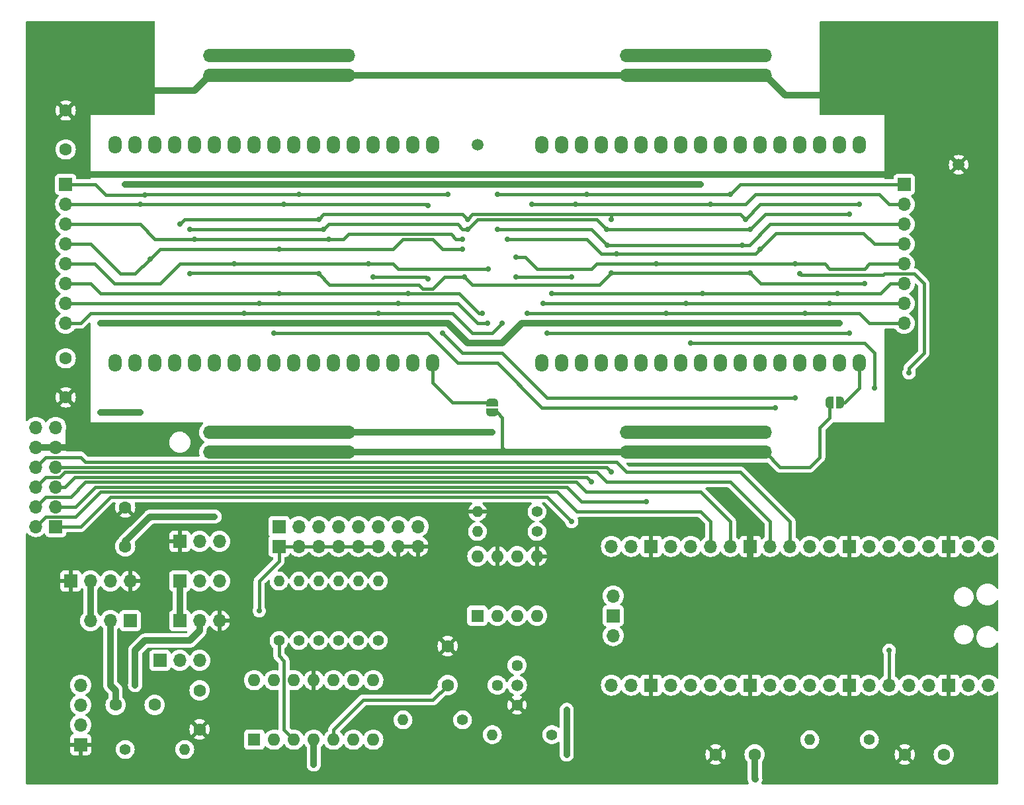
<source format=gbr>
%TF.GenerationSoftware,KiCad,Pcbnew,7.0.7*%
%TF.CreationDate,2025-01-28T12:58:34-05:00*%
%TF.ProjectId,cross-point-exp-brd-mini-smd,63726f73-732d-4706-9f69-6e742d657870,rev?*%
%TF.SameCoordinates,Original*%
%TF.FileFunction,Copper,L2,Bot*%
%TF.FilePolarity,Positive*%
%FSLAX46Y46*%
G04 Gerber Fmt 4.6, Leading zero omitted, Abs format (unit mm)*
G04 Created by KiCad (PCBNEW 7.0.7) date 2025-01-28 12:58:34*
%MOMM*%
%LPD*%
G01*
G04 APERTURE LIST*
G04 Aperture macros list*
%AMFreePoly0*
4,1,19,0.500000,-0.750000,0.000000,-0.750000,0.000000,-0.744911,-0.071157,-0.744911,-0.207708,-0.704816,-0.327430,-0.627875,-0.420627,-0.520320,-0.479746,-0.390866,-0.500000,-0.250000,-0.500000,0.250000,-0.479746,0.390866,-0.420627,0.520320,-0.327430,0.627875,-0.207708,0.704816,-0.071157,0.744911,0.000000,0.744911,0.000000,0.750000,0.500000,0.750000,0.500000,-0.750000,0.500000,-0.750000,
$1*%
%AMFreePoly1*
4,1,19,0.000000,0.744911,0.071157,0.744911,0.207708,0.704816,0.327430,0.627875,0.420627,0.520320,0.479746,0.390866,0.500000,0.250000,0.500000,-0.250000,0.479746,-0.390866,0.420627,-0.520320,0.327430,-0.627875,0.207708,-0.704816,0.071157,-0.744911,0.000000,-0.744911,0.000000,-0.750000,-0.500000,-0.750000,-0.500000,0.750000,0.000000,0.750000,0.000000,0.744911,0.000000,0.744911,
$1*%
G04 Aperture macros list end*
%TA.AperFunction,ComponentPad*%
%ADD10C,1.600000*%
%TD*%
%TA.AperFunction,ComponentPad*%
%ADD11R,1.700000X1.700000*%
%TD*%
%TA.AperFunction,ComponentPad*%
%ADD12O,1.700000X1.700000*%
%TD*%
%TA.AperFunction,ComponentPad*%
%ADD13C,1.400000*%
%TD*%
%TA.AperFunction,ComponentPad*%
%ADD14O,1.400000X1.400000*%
%TD*%
%TA.AperFunction,ComponentPad*%
%ADD15C,1.500000*%
%TD*%
%TA.AperFunction,ComponentPad*%
%ADD16R,1.600000X1.600000*%
%TD*%
%TA.AperFunction,ComponentPad*%
%ADD17O,1.600000X1.600000*%
%TD*%
%TA.AperFunction,ComponentPad*%
%ADD18O,1.700000X2.300000*%
%TD*%
%TA.AperFunction,ComponentPad*%
%ADD19O,4.240000X1.700000*%
%TD*%
%TA.AperFunction,ComponentPad*%
%ADD20C,1.440000*%
%TD*%
%TA.AperFunction,SMDPad,CuDef*%
%ADD21FreePoly0,270.000000*%
%TD*%
%TA.AperFunction,SMDPad,CuDef*%
%ADD22FreePoly1,270.000000*%
%TD*%
%TA.AperFunction,SMDPad,CuDef*%
%ADD23FreePoly0,180.000000*%
%TD*%
%TA.AperFunction,SMDPad,CuDef*%
%ADD24FreePoly1,180.000000*%
%TD*%
%TA.AperFunction,ViaPad*%
%ADD25C,0.700001*%
%TD*%
%TA.AperFunction,Conductor*%
%ADD26C,0.406400*%
%TD*%
%TA.AperFunction,Conductor*%
%ADD27C,0.812800*%
%TD*%
G04 APERTURE END LIST*
D10*
%TO.P,C2,1*%
%TO.N,Net-(DC1-Pin_4)*%
X93305000Y-134610000D03*
%TO.P,C2,2*%
%TO.N,Net-(DC1-Pin_3)*%
X88305000Y-134610000D03*
%TD*%
D11*
%TO.P,JVEE1,1,Pin_1*%
%TO.N,GND*%
X82550000Y-118745000D03*
D12*
%TO.P,JVEE1,2,Pin_2*%
%TO.N,VEE1*%
X85090000Y-118745000D03*
%TO.P,JVEE1,3,Pin_3*%
%TO.N,VEE*%
X87630000Y-118745000D03*
%TO.P,JVEE1,4,Pin_4*%
%TO.N,GND*%
X90170000Y-118745000D03*
%TD*%
D10*
%TO.P,C5,1*%
%TO.N,VDD1*%
X99060000Y-132755000D03*
%TO.P,C5,2*%
%TO.N,GND*%
X99060000Y-137755000D03*
%TD*%
%TO.P,C3,1*%
%TO.N,VEE*%
X89535000Y-114300000D03*
%TO.P,C3,2*%
%TO.N,GND*%
X89535000Y-109300000D03*
%TD*%
D13*
%TO.P,R9,1*%
%TO.N,Net-(U11D-+)*%
X119380000Y-126365000D03*
D14*
%TO.P,R9,2*%
%TO.N,CinH*%
X119380000Y-118745000D03*
%TD*%
D15*
%TO.P,TP6,1,1*%
%TO.N,Net-(U11B-+)*%
X139700000Y-132080000D03*
%TD*%
D10*
%TO.P,C8,1*%
%TO.N,GND*%
X81915000Y-95210000D03*
%TO.P,C8,2*%
%TO.N,VEE1*%
X81915000Y-90210000D03*
%TD*%
D13*
%TO.P,R12,1*%
%TO.N,Net-(DC1-Pin_3)*%
X89535000Y-140325000D03*
D14*
%TO.P,R12,2*%
%TO.N,Net-(DC1-Pin_4)*%
X97155000Y-140325000D03*
%TD*%
D16*
%TO.P,U10,1,Vdd*%
%TO.N,VSYS*%
X134620000Y-123190000D03*
D17*
%TO.P,U10,2,~{CS}*%
%TO.N,DACCS*%
X137160000Y-123190000D03*
%TO.P,U10,3,SCK*%
%TO.N,DACSCK*%
X139700000Y-123190000D03*
%TO.P,U10,4,SDI*%
%TO.N,DACDATA*%
X142240000Y-123190000D03*
%TO.P,U10,5,~{LDAC}*%
%TO.N,GND*%
X142240000Y-115570000D03*
%TO.P,U10,6,VB*%
%TO.N,DAC2OUT*%
X139700000Y-115570000D03*
%TO.P,U10,7,Vss*%
%TO.N,GND*%
X137160000Y-115570000D03*
%TO.P,U10,8,VA*%
%TO.N,DAC1OUT*%
X134620000Y-115570000D03*
%TD*%
D11*
%TO.P,JpVDD2,1,Pin_1*%
%TO.N,VDD1*%
X96520000Y-123825000D03*
D12*
%TO.P,JpVDD2,2,Pin_2*%
%TO.N,Net-(DC1-Pin_4)*%
X99060000Y-123825000D03*
%TO.P,JpVDD2,3,Pin_3*%
%TO.N,GND*%
X101600000Y-123825000D03*
%TD*%
D11*
%TO.P,J1,1,Pin_1*%
%TO.N,JP1*%
X81915000Y-67945000D03*
D12*
%TO.P,J1,2,Pin_2*%
%TO.N,JP2*%
X81915000Y-70485000D03*
%TO.P,J1,3,Pin_3*%
%TO.N,JP3*%
X81915000Y-73025000D03*
%TO.P,J1,4,Pin_4*%
%TO.N,JP4*%
X81915000Y-75565000D03*
%TO.P,J1,5,Pin_5*%
%TO.N,JP5*%
X81915000Y-78105000D03*
%TO.P,J1,6,Pin_6*%
%TO.N,JP6*%
X81915000Y-80645000D03*
%TO.P,J1,7,Pin_7*%
%TO.N,JP7*%
X81915000Y-83185000D03*
%TO.P,J1,8,Pin_8*%
%TO.N,JP8*%
X81915000Y-85725000D03*
%TD*%
D11*
%TO.P,J2,1,Pin_1*%
%TO.N,JP9*%
X189230000Y-67945000D03*
D12*
%TO.P,J2,2,Pin_2*%
%TO.N,JP10*%
X189230000Y-70485000D03*
%TO.P,J2,3,Pin_3*%
%TO.N,JP11*%
X189230000Y-73025000D03*
%TO.P,J2,4,Pin_4*%
%TO.N,JP12*%
X189230000Y-75565000D03*
%TO.P,J2,5,Pin_5*%
%TO.N,JP13*%
X189230000Y-78105000D03*
%TO.P,J2,6,Pin_6*%
%TO.N,JP14*%
X189230000Y-80645000D03*
%TO.P,J2,7,Pin_7*%
%TO.N,JP15*%
X189230000Y-83185000D03*
%TO.P,J2,8,Pin_8*%
%TO.N,JP16*%
X189230000Y-85725000D03*
%TD*%
D18*
%TO.P,J4,1,Pin_1*%
%TO.N,CC14*%
X142875000Y-90805000D03*
%TO.P,J4,2,Pin_2*%
%TO.N,CC15*%
X145415000Y-90805000D03*
%TO.P,J4,3,Pin_3*%
%TO.N,CC6*%
X147955000Y-90805000D03*
%TO.P,J4,4,Pin_4*%
%TO.N,CC7*%
X150495000Y-90805000D03*
%TO.P,J4,5,Pin_5*%
%TO.N,CC8*%
X153035000Y-90805000D03*
%TO.P,J4,6,Pin_6*%
%TO.N,CC9*%
X155575000Y-90805000D03*
%TO.P,J4,7,Pin_7*%
%TO.N,CC10*%
X158115000Y-90805000D03*
%TO.P,J4,8,Pin_8*%
%TO.N,CC11*%
X160655000Y-90805000D03*
%TO.P,J4,9,Pin_9*%
%TO.N,CD14*%
X163195000Y-90805000D03*
%TO.P,J4,10,Pin_10*%
%TO.N,CD15*%
X165735000Y-90805000D03*
%TO.P,J4,11,Pin_11*%
%TO.N,CD6*%
X168275000Y-90805000D03*
%TO.P,J4,12,Pin_12*%
%TO.N,CD7*%
X170815000Y-90805000D03*
%TO.P,J4,13,Pin_13*%
%TO.N,CD8*%
X173355000Y-90805000D03*
%TO.P,J4,14,Pin_14*%
%TO.N,CD9*%
X175895000Y-90805000D03*
%TO.P,J4,15,Pin_15*%
%TO.N,CD10*%
X178435000Y-90805000D03*
%TO.P,J4,16,Pin_16*%
%TO.N,CD11*%
X180975000Y-90805000D03*
%TO.P,J4,17,Pin_17*%
%TO.N,Net-(J4-Pin_17)*%
X183515000Y-90805000D03*
%TO.P,J4,18,Pin_18*%
%TO.N,CE2*%
X142875000Y-62865000D03*
%TO.P,J4,19,Pin_19*%
%TO.N,CC0*%
X145415000Y-62865000D03*
%TO.P,J4,20,Pin_20*%
%TO.N,CC1*%
X147955000Y-62865000D03*
%TO.P,J4,21,Pin_21*%
%TO.N,CC2*%
X150495000Y-62865000D03*
%TO.P,J4,22,Pin_22*%
%TO.N,CC3*%
X153035000Y-62865000D03*
%TO.P,J4,23,Pin_23*%
%TO.N,CC4*%
X155575000Y-62865000D03*
%TO.P,J4,24,Pin_24*%
%TO.N,CC5*%
X158115000Y-62865000D03*
%TO.P,J4,25,Pin_25*%
%TO.N,CC12*%
X160655000Y-62865000D03*
%TO.P,J4,26,Pin_26*%
%TO.N,CC13*%
X163195000Y-62865000D03*
%TO.P,J4,27,Pin_27*%
%TO.N,CD0*%
X165735000Y-62865000D03*
%TO.P,J4,28,Pin_28*%
%TO.N,CD1*%
X168275000Y-62865000D03*
%TO.P,J4,29,Pin_29*%
%TO.N,CD2*%
X170815000Y-62865000D03*
%TO.P,J4,30,Pin_30*%
%TO.N,CD3*%
X173355000Y-62865000D03*
%TO.P,J4,31,Pin_31*%
%TO.N,CD4*%
X175895000Y-62865000D03*
%TO.P,J4,32,Pin_32*%
%TO.N,CD5*%
X178435000Y-62865000D03*
%TO.P,J4,33,Pin_33*%
%TO.N,CD12*%
X180975000Y-62865000D03*
%TO.P,J4,34,Pin_34*%
%TO.N,CD13*%
X183515000Y-62865000D03*
%TD*%
D11*
%TO.P,DC1,1,Pin_1*%
%TO.N,GND*%
X83820000Y-139700000D03*
D12*
%TO.P,DC1,2,Pin_2*%
%TO.N,VBUS*%
X83820000Y-137160000D03*
%TO.P,DC1,3,Pin_3*%
%TO.N,Net-(DC1-Pin_3)*%
X83820000Y-134620000D03*
%TO.P,DC1,4,Pin_4*%
%TO.N,Net-(DC1-Pin_4)*%
X83820000Y-132080000D03*
%TD*%
D13*
%TO.P,R1,1*%
%TO.N,ADC0*%
X132715000Y-136525000D03*
D14*
%TO.P,R1,2*%
%TO.N,Net-(U11A--)*%
X125095000Y-136525000D03*
%TD*%
D10*
%TO.P,C1,1*%
%TO.N,Net-(U11B-+)*%
X130810000Y-132080000D03*
%TO.P,C1,2*%
%TO.N,GND*%
X130810000Y-127080000D03*
%TD*%
D13*
%TO.P,R8,1*%
%TO.N,Net-(U11D-+)*%
X121920000Y-126365000D03*
D14*
%TO.P,R8,2*%
%TO.N,CinL*%
X121920000Y-118745000D03*
%TD*%
D12*
%TO.P,J5,1,Pin_1*%
%TO.N,GND*%
X100330000Y-53975000D03*
D19*
X101600000Y-53975000D03*
X104140000Y-53975000D03*
X106680000Y-53975000D03*
X109220000Y-53975000D03*
X111760000Y-53975000D03*
X114300000Y-53975000D03*
X116840000Y-53975000D03*
D12*
%TO.P,J5,2,Pin_2*%
%TO.N,VDD*%
X100330000Y-51435000D03*
D19*
X101600000Y-51435000D03*
X104140000Y-51435000D03*
X106680000Y-51435000D03*
X109220000Y-51435000D03*
X111760000Y-51435000D03*
X114300000Y-51435000D03*
X116840000Y-51435000D03*
%TO.P,J5,3,Pin_3*%
%TO.N,GND*%
X154940000Y-53975000D03*
X157480000Y-53975000D03*
X160020000Y-53975000D03*
X162560000Y-53975000D03*
X165100000Y-53975000D03*
X167640000Y-53975000D03*
X170180000Y-53975000D03*
D12*
X171450000Y-53975000D03*
D19*
%TO.P,J5,4,Pin_4*%
%TO.N,VDD*%
X154940000Y-51435000D03*
X157480000Y-51435000D03*
X160020000Y-51435000D03*
X162560000Y-51435000D03*
X165100000Y-51435000D03*
X167640000Y-51435000D03*
X170180000Y-51435000D03*
D12*
X171450000Y-51435000D03*
%TD*%
%TO.P,J6,1,Pin_1*%
%TO.N,VEE*%
X100330000Y-102235000D03*
D19*
X101600000Y-102235000D03*
X104140000Y-102235000D03*
X106680000Y-102235000D03*
X109220000Y-102235000D03*
X111760000Y-102235000D03*
X114300000Y-102235000D03*
X116840000Y-102235000D03*
D12*
%TO.P,J6,2,Pin_2*%
%TO.N,VCC*%
X100330000Y-99695000D03*
D19*
X101600000Y-99695000D03*
X104140000Y-99695000D03*
X106680000Y-99695000D03*
X109220000Y-99695000D03*
X111760000Y-99695000D03*
X114300000Y-99695000D03*
X116840000Y-99695000D03*
%TO.P,J6,3,Pin_3*%
%TO.N,VEE*%
X154940000Y-102235000D03*
X157480000Y-102235000D03*
X160020000Y-102235000D03*
X162560000Y-102235000D03*
X165100000Y-102235000D03*
X167640000Y-102235000D03*
X170180000Y-102235000D03*
D12*
X171450000Y-102235000D03*
D19*
%TO.P,J6,4,Pin_4*%
%TO.N,VCC*%
X154940000Y-99695000D03*
X157480000Y-99695000D03*
X160020000Y-99695000D03*
X162560000Y-99695000D03*
X165100000Y-99695000D03*
X167640000Y-99695000D03*
X170180000Y-99695000D03*
D12*
X171450000Y-99695000D03*
%TD*%
D13*
%TO.P,R6,1*%
%TO.N,Net-(U11C-+)*%
X116840000Y-126365000D03*
D14*
%TO.P,R6,2*%
%TO.N,BinL*%
X116840000Y-118745000D03*
%TD*%
D13*
%TO.P,R4,1*%
%TO.N,Net-(U11A-+)*%
X111760000Y-126365000D03*
D14*
%TO.P,R4,2*%
%TO.N,AinL*%
X111760000Y-118745000D03*
%TD*%
D11*
%TO.P,JpVDD1,1,Pin_1*%
%TO.N,VBUS*%
X93980000Y-128905000D03*
D12*
%TO.P,JpVDD1,2,Pin_2*%
%TO.N,VDD1*%
X96520000Y-128905000D03*
%TO.P,JpVDD1,3,Pin_3*%
%TO.N,VSYS*%
X99060000Y-128905000D03*
%TD*%
D11*
%TO.P,J8,1,Pin_1*%
%TO.N,V165*%
X109220000Y-114300000D03*
D12*
%TO.P,J8,2,Pin_2*%
X111760000Y-114300000D03*
%TO.P,J8,3,Pin_3*%
X114300000Y-114300000D03*
%TO.P,J8,4,Pin_4*%
X116840000Y-114300000D03*
%TO.P,J8,5,Pin_5*%
X119380000Y-114300000D03*
%TO.P,J8,6,Pin_6*%
X121920000Y-114300000D03*
%TO.P,J8,7,Pin_7*%
%TO.N,GND*%
X124460000Y-114300000D03*
%TO.P,J8,8,Pin_8*%
X127000000Y-114300000D03*
%TD*%
D11*
%TO.P,JpVDD5,1,Pin_1*%
%TO.N,VDD1*%
X96520000Y-118745000D03*
D12*
%TO.P,JpVDD5,2,Pin_2*%
%TO.N,VDD*%
X99060000Y-118745000D03*
%TO.P,JpVDD5,3,Pin_3*%
%TO.N,V3P3*%
X101600000Y-118745000D03*
%TD*%
D18*
%TO.P,J3,1,Pin_1*%
%TO.N,CA14*%
X88265000Y-90805000D03*
%TO.P,J3,2,Pin_2*%
%TO.N,CA15*%
X90805000Y-90805000D03*
%TO.P,J3,3,Pin_3*%
%TO.N,CA6*%
X93345000Y-90805000D03*
%TO.P,J3,4,Pin_4*%
%TO.N,CA7*%
X95885000Y-90805000D03*
%TO.P,J3,5,Pin_5*%
%TO.N,CA8*%
X98425000Y-90805000D03*
%TO.P,J3,6,Pin_6*%
%TO.N,CA9*%
X100965000Y-90805000D03*
%TO.P,J3,7,Pin_7*%
%TO.N,CA10*%
X103505000Y-90805000D03*
%TO.P,J3,8,Pin_8*%
%TO.N,CA11*%
X106045000Y-90805000D03*
%TO.P,J3,9,Pin_9*%
%TO.N,CB14*%
X108585000Y-90805000D03*
%TO.P,J3,10,Pin_10*%
%TO.N,CB15*%
X111125000Y-90805000D03*
%TO.P,J3,11,Pin_11*%
%TO.N,CB6*%
X113665000Y-90805000D03*
%TO.P,J3,12,Pin_12*%
%TO.N,CB7*%
X116205000Y-90805000D03*
%TO.P,J3,13,Pin_13*%
%TO.N,CB8*%
X118745000Y-90805000D03*
%TO.P,J3,14,Pin_14*%
%TO.N,CB9*%
X121285000Y-90805000D03*
%TO.P,J3,15,Pin_15*%
%TO.N,CB10*%
X123825000Y-90805000D03*
%TO.P,J3,16,Pin_16*%
%TO.N,CB11*%
X126365000Y-90805000D03*
%TO.P,J3,17,Pin_17*%
%TO.N,Net-(J3-Pin_17)*%
X128905000Y-90805000D03*
%TO.P,J3,18,Pin_18*%
%TO.N,CA0*%
X88265000Y-62865000D03*
%TO.P,J3,19,Pin_19*%
%TO.N,CA1*%
X90805000Y-62865000D03*
%TO.P,J3,20,Pin_20*%
%TO.N,CA2*%
X93345000Y-62865000D03*
%TO.P,J3,21,Pin_21*%
%TO.N,CA3*%
X95885000Y-62865000D03*
%TO.P,J3,22,Pin_22*%
%TO.N,CA4*%
X98425000Y-62865000D03*
%TO.P,J3,23,Pin_23*%
%TO.N,CA5*%
X100965000Y-62865000D03*
%TO.P,J3,24,Pin_24*%
%TO.N,CA12*%
X103505000Y-62865000D03*
%TO.P,J3,25,Pin_25*%
%TO.N,CA13*%
X106045000Y-62865000D03*
%TO.P,J3,26,Pin_26*%
%TO.N,CB0*%
X108585000Y-62865000D03*
%TO.P,J3,27,Pin_27*%
%TO.N,CB1*%
X111125000Y-62865000D03*
%TO.P,J3,28,Pin_28*%
%TO.N,CB2*%
X113665000Y-62865000D03*
%TO.P,J3,29,Pin_29*%
%TO.N,CB3*%
X116205000Y-62865000D03*
%TO.P,J3,30,Pin_30*%
%TO.N,CB4*%
X118745000Y-62865000D03*
%TO.P,J3,31,Pin_31*%
%TO.N,CB5*%
X121285000Y-62865000D03*
%TO.P,J3,32,Pin_32*%
%TO.N,CB12*%
X123825000Y-62865000D03*
%TO.P,J3,33,Pin_33*%
%TO.N,CB13*%
X126365000Y-62865000D03*
%TO.P,J3,34,Pin_34*%
%TO.N,CE0*%
X128905000Y-62865000D03*
%TD*%
D13*
%TO.P,R2,1*%
%TO.N,ADC1*%
X144145000Y-138430000D03*
D14*
%TO.P,R2,2*%
%TO.N,Net-(U11C--)*%
X136525000Y-138430000D03*
%TD*%
D11*
%TO.P,J7,1,Pin_1*%
%TO.N,AinH*%
X109220000Y-111760000D03*
D12*
%TO.P,J7,2,Pin_2*%
%TO.N,AinL*%
X111760000Y-111760000D03*
%TO.P,J7,3,Pin_3*%
%TO.N,BinH*%
X114300000Y-111760000D03*
%TO.P,J7,4,Pin_4*%
%TO.N,BinL*%
X116840000Y-111760000D03*
%TO.P,J7,5,Pin_5*%
%TO.N,CinH*%
X119380000Y-111760000D03*
%TO.P,J7,6,Pin_6*%
%TO.N,CinL*%
X121920000Y-111760000D03*
%TO.P,J7,7,Pin_7*%
%TO.N,DAC1OUT*%
X124460000Y-111760000D03*
%TO.P,J7,8,Pin_8*%
%TO.N,DAC2OUT*%
X127000000Y-111760000D03*
%TD*%
D10*
%TO.P,C6,1*%
%TO.N,VSYS*%
X194310000Y-140970000D03*
%TO.P,C6,2*%
%TO.N,GND*%
X189310000Y-140970000D03*
%TD*%
D15*
%TO.P,CE1,1,1*%
%TO.N,CE1*%
X134620000Y-62865000D03*
%TD*%
D16*
%TO.P,U11,1*%
%TO.N,Net-(U11A--)*%
X106045000Y-139065000D03*
D17*
%TO.P,U11,2,-*%
X108585000Y-139065000D03*
%TO.P,U11,3,+*%
%TO.N,Net-(U11A-+)*%
X111125000Y-139065000D03*
%TO.P,U11,4,V+*%
%TO.N,VSYS*%
X113665000Y-139065000D03*
%TO.P,U11,5,+*%
%TO.N,Net-(U11B-+)*%
X116205000Y-139065000D03*
%TO.P,U11,6,-*%
%TO.N,V165*%
X118745000Y-139065000D03*
%TO.P,U11,7*%
X121285000Y-139065000D03*
%TO.P,U11,8*%
%TO.N,Net-(U11C--)*%
X121285000Y-131445000D03*
%TO.P,U11,9,-*%
X118745000Y-131445000D03*
%TO.P,U11,10,+*%
%TO.N,Net-(U11C-+)*%
X116205000Y-131445000D03*
%TO.P,U11,11,V-*%
%TO.N,GND*%
X113665000Y-131445000D03*
%TO.P,U11,12,+*%
%TO.N,Net-(U11D-+)*%
X111125000Y-131445000D03*
%TO.P,U11,13,-*%
%TO.N,Net-(U11D--)*%
X108585000Y-131445000D03*
%TO.P,U11,14*%
X106045000Y-131445000D03*
%TD*%
D13*
%TO.P,R3,1*%
%TO.N,ADC2*%
X184785000Y-139065000D03*
D14*
%TO.P,R3,2*%
%TO.N,Net-(U11D--)*%
X177165000Y-139065000D03*
%TD*%
D11*
%TO.P,PMOD1,1,Pin_1*%
%TO.N,CS*%
X80645000Y-111760000D03*
D12*
%TO.P,PMOD1,2,Pin_2*%
%TO.N,MOSI*%
X80645000Y-106680000D03*
%TO.P,PMOD1,3,Pin_3*%
%TO.N,MISO*%
X80645000Y-109220000D03*
%TO.P,PMOD1,4,Pin_4*%
%TO.N,SCK*%
X80645000Y-104140000D03*
%TO.P,PMOD1,5,Pin_5*%
%TO.N,GND*%
X80645000Y-101600000D03*
%TO.P,PMOD1,6,Pin_6*%
%TO.N,Net-(JP1-C)*%
X80645000Y-99060000D03*
%TO.P,PMOD1,7,Pin_7*%
%TO.N,GPIO11*%
X78105000Y-111760000D03*
%TO.P,PMOD1,8,Pin_8*%
%TO.N,GPIO10*%
X78105000Y-109220000D03*
%TO.P,PMOD1,9,Pin_9*%
%TO.N,GPIO9*%
X78105000Y-106680000D03*
%TO.P,PMOD1,10,Pin_10*%
%TO.N,GPIO8*%
X78105000Y-104140000D03*
%TO.P,PMOD1,11,Pin_11*%
%TO.N,GND*%
X78105000Y-101600000D03*
%TO.P,PMOD1,12,Pin_12*%
%TO.N,Net-(JP1-C)*%
X78105000Y-99060000D03*
%TD*%
D13*
%TO.P,R11,1*%
%TO.N,ADC3*%
X142240000Y-109855000D03*
D14*
%TO.P,R11,2*%
%TO.N,GND*%
X134620000Y-109855000D03*
%TD*%
D11*
%TO.P,JpVDD4,1,Pin_1*%
%TO.N,GND*%
X96520000Y-113665000D03*
D12*
%TO.P,JpVDD4,2,Pin_2*%
%TO.N,VCC*%
X99060000Y-113665000D03*
%TO.P,JpVDD4,3,Pin_3*%
%TO.N,V3P3*%
X101600000Y-113665000D03*
%TD*%
%TO.P,U9,1,GPIO0*%
%TO.N,CLK*%
X200025000Y-114300000D03*
%TO.P,U9,2,GPIO1*%
%TO.N,DATA*%
X197485000Y-114300000D03*
D11*
%TO.P,U9,3,GND*%
%TO.N,GND*%
X194945000Y-114300000D03*
D12*
%TO.P,U9,4,GPIO2*%
%TO.N,RST*%
X192405000Y-114300000D03*
%TO.P,U9,5,GPIO3*%
%TO.N,CSD*%
X189865000Y-114300000D03*
%TO.P,U9,6,GPIO4*%
%TO.N,CSE*%
X187325000Y-114300000D03*
%TO.P,U9,7,GPIO5*%
%TO.N,CSC*%
X184785000Y-114300000D03*
D11*
%TO.P,U9,8,GND*%
%TO.N,GND*%
X182245000Y-114300000D03*
D12*
%TO.P,U9,9,GPIO6*%
%TO.N,CSB*%
X179705000Y-114300000D03*
%TO.P,U9,10,GPIO7*%
%TO.N,CSA*%
X177165000Y-114300000D03*
%TO.P,U9,11,GPIO8*%
%TO.N,GPIO8*%
X174625000Y-114300000D03*
%TO.P,U9,12,GPIO9*%
%TO.N,GPIO9*%
X172085000Y-114300000D03*
D11*
%TO.P,U9,13,GND*%
%TO.N,GND*%
X169545000Y-114300000D03*
D12*
%TO.P,U9,14,GPIO10*%
%TO.N,GPIO10*%
X167005000Y-114300000D03*
%TO.P,U9,15,GPIO11*%
%TO.N,GPIO11*%
X164465000Y-114300000D03*
%TO.P,U9,16,GPIO12*%
%TO.N,MISO*%
X161925000Y-114300000D03*
%TO.P,U9,17,GPIO13*%
%TO.N,CS*%
X159385000Y-114300000D03*
D11*
%TO.P,U9,18,GND*%
%TO.N,GND*%
X156845000Y-114300000D03*
D12*
%TO.P,U9,19,GPIO14*%
%TO.N,SCK*%
X154305000Y-114300000D03*
%TO.P,U9,20,GPIO15*%
%TO.N,MOSI*%
X151765000Y-114300000D03*
%TO.P,U9,21,GPIO16*%
%TO.N,unconnected-(U9-GPIO16-Pad21)*%
X151765000Y-132080000D03*
%TO.P,U9,22,GPIO17*%
%TO.N,DACCS*%
X154305000Y-132080000D03*
D11*
%TO.P,U9,23,GND*%
%TO.N,GND*%
X156845000Y-132080000D03*
D12*
%TO.P,U9,24,GPIO18*%
%TO.N,DACSCK*%
X159385000Y-132080000D03*
%TO.P,U9,25,GPIO19*%
%TO.N,DACDATA*%
X161925000Y-132080000D03*
%TO.P,U9,26,GPIO20*%
%TO.N,unconnected-(U9-GPIO20-Pad26)*%
X164465000Y-132080000D03*
%TO.P,U9,27,GPIO21*%
%TO.N,unconnected-(U9-GPIO21-Pad27)*%
X167005000Y-132080000D03*
D11*
%TO.P,U9,28,GND*%
%TO.N,GND*%
X169545000Y-132080000D03*
D12*
%TO.P,U9,29,GPIO22*%
%TO.N,unconnected-(U9-GPIO22-Pad29)*%
X172085000Y-132080000D03*
%TO.P,U9,30,RUN*%
%TO.N,unconnected-(U9-RUN-Pad30)*%
X174625000Y-132080000D03*
%TO.P,U9,31,GPIO26_ADC0*%
%TO.N,ADC0*%
X177165000Y-132080000D03*
%TO.P,U9,32,GPIO27_ADC1*%
%TO.N,ADC1*%
X179705000Y-132080000D03*
D11*
%TO.P,U9,33,AGND*%
%TO.N,GND*%
X182245000Y-132080000D03*
D12*
%TO.P,U9,34,GPIO28_ADC2*%
%TO.N,ADC2*%
X184785000Y-132080000D03*
%TO.P,U9,35,ADC_VREF*%
%TO.N,ADC3*%
X187325000Y-132080000D03*
%TO.P,U9,36,3V3*%
%TO.N,V3P3*%
X189865000Y-132080000D03*
%TO.P,U9,37,3V3_EN*%
%TO.N,unconnected-(U9-3V3_EN-Pad37)*%
X192405000Y-132080000D03*
D11*
%TO.P,U9,38,GND*%
%TO.N,GND*%
X194945000Y-132080000D03*
D12*
%TO.P,U9,39,VSYS*%
%TO.N,VSYS*%
X197485000Y-132080000D03*
%TO.P,U9,40,VBUS*%
%TO.N,VBUS*%
X200025000Y-132080000D03*
%TO.P,U9,41,SWCLK*%
%TO.N,unconnected-(U9-SWCLK-Pad41)*%
X151995000Y-120650000D03*
D11*
%TO.P,U9,42,GND*%
%TO.N,unconnected-(U9-GND-Pad42)*%
X151995000Y-123190000D03*
D12*
%TO.P,U9,43,SWDIO*%
%TO.N,unconnected-(U9-SWDIO-Pad43)*%
X151995000Y-125730000D03*
%TD*%
D10*
%TO.P,C4,1*%
%TO.N,VBUS*%
X170100000Y-140970000D03*
%TO.P,C4,2*%
%TO.N,GND*%
X165100000Y-140970000D03*
%TD*%
D13*
%TO.P,R7,1*%
%TO.N,Net-(U11C-+)*%
X114300000Y-126365000D03*
D14*
%TO.P,R7,2*%
%TO.N,BinH*%
X114300000Y-118745000D03*
%TD*%
D10*
%TO.P,C7,1*%
%TO.N,VDD1*%
X81915000Y-63460000D03*
%TO.P,C7,2*%
%TO.N,GND*%
X81915000Y-58460000D03*
%TD*%
D13*
%TO.P,R5,1*%
%TO.N,Net-(U11A-+)*%
X109220000Y-126365000D03*
D14*
%TO.P,R5,2*%
%TO.N,AinH*%
X109220000Y-118745000D03*
%TD*%
D15*
%TO.P,GND1,1,1*%
%TO.N,GND*%
X196215000Y-65405000D03*
%TD*%
D20*
%TO.P,RV1,1,1*%
%TO.N,V3P3*%
X139685000Y-129540000D03*
%TO.P,RV1,2,2*%
%TO.N,Net-(U11B-+)*%
X137145000Y-132080000D03*
%TO.P,RV1,3,3*%
%TO.N,GND*%
X139685000Y-134620000D03*
%TD*%
D13*
%TO.P,R10,1*%
%TO.N,ADC3*%
X142240000Y-112395000D03*
D14*
%TO.P,R10,2*%
%TO.N,DAC1OUT*%
X134620000Y-112395000D03*
%TD*%
D11*
%TO.P,JpVDD3,1,Pin_1*%
%TO.N,VBUS*%
X90170000Y-123825000D03*
D12*
%TO.P,JpVDD3,2,Pin_2*%
%TO.N,Net-(DC1-Pin_3)*%
X87630000Y-123825000D03*
%TO.P,JpVDD3,3,Pin_3*%
%TO.N,VEE1*%
X85090000Y-123825000D03*
%TD*%
D21*
%TO.P,JP3,1,A*%
%TO.N,Net-(J3-Pin_17)*%
X136525000Y-95855000D03*
D22*
%TO.P,JP3,2,B*%
%TO.N,VEE*%
X136525000Y-97155000D03*
%TD*%
D23*
%TO.P,JP4,1,A*%
%TO.N,Net-(J4-Pin_17)*%
X181005000Y-95885000D03*
D24*
%TO.P,JP4,2,B*%
%TO.N,VEE*%
X179705000Y-95885000D03*
%TD*%
D25*
%TO.N,JP1*%
X130810000Y-69215000D03*
X111760000Y-69215000D03*
X92011500Y-69278500D03*
%TO.N,JP2*%
X109855000Y-70485000D03*
X91440000Y-70485000D03*
X128270000Y-70612000D03*
%TO.N,JP3*%
X115570000Y-74930000D03*
X132715000Y-74930000D03*
X98425000Y-74930000D03*
%TO.N,JP4*%
X92710000Y-77470000D03*
X132715000Y-76200000D03*
X109220000Y-76200000D03*
%TO.N,JP5*%
X120650000Y-78105000D03*
X136017000Y-78740000D03*
X103505000Y-78105000D03*
%TO.N,JP6*%
X125730000Y-81915000D03*
X135255000Y-84455000D03*
X109220000Y-81915000D03*
%TO.N,JP7*%
X135890000Y-85725000D03*
X106680000Y-83185000D03*
X124460000Y-83185000D03*
%TO.N,JP8*%
X121920000Y-84455000D03*
X137795000Y-85725000D03*
X104775000Y-84455000D03*
%TO.N,JP9*%
X167005000Y-69215000D03*
X137160000Y-69215000D03*
X148590000Y-69215000D03*
%TO.N,JP10*%
X147193000Y-70485000D03*
X141605000Y-70485000D03*
X164465000Y-70485000D03*
%TO.N,JP11*%
X168529000Y-75692000D03*
X137160000Y-73660000D03*
X151257000Y-75692000D03*
%TO.N,JP12*%
X170815000Y-76200000D03*
X138430000Y-74930000D03*
X152400000Y-76835000D03*
%TO.N,JP13*%
X157480000Y-78105000D03*
X175260000Y-78105000D03*
X139573000Y-77216000D03*
%TO.N,JP14*%
X180721000Y-81915000D03*
X144145000Y-81915000D03*
X163449000Y-81915000D03*
%TO.N,JP15*%
X143002000Y-83185000D03*
X179705000Y-83185000D03*
X161290000Y-83185000D03*
%TO.N,JP16*%
X176530000Y-84455000D03*
X158750000Y-84455000D03*
X140970000Y-84455000D03*
%TO.N,GND*%
X126365000Y-66675000D03*
X85090000Y-114300000D03*
X107315000Y-66675000D03*
X162560000Y-66675000D03*
X182880000Y-66675000D03*
X85090000Y-101600000D03*
X85090000Y-100330000D03*
X140970000Y-66675000D03*
X85090000Y-113030000D03*
%TO.N,VEE*%
X100965000Y-110490000D03*
%TO.N,VDD*%
X86360000Y-97155000D03*
X91440000Y-97155000D03*
%TO.N,RST*%
X169545000Y-79248000D03*
X132969000Y-79756000D03*
X184150000Y-80645000D03*
X151765000Y-79248000D03*
X97790000Y-79375000D03*
X114300000Y-79375000D03*
%TO.N,CSA*%
X172720000Y-96520000D03*
X108585000Y-86995000D03*
%TO.N,CSB*%
X175260000Y-95250000D03*
X121285000Y-79756000D03*
X130175000Y-86995000D03*
X128270000Y-80010000D03*
%TO.N,CSC*%
X161925000Y-88265000D03*
X185420000Y-93980000D03*
%TO.N,CSD*%
X189865000Y-92075000D03*
X175895000Y-79375000D03*
%TO.N,CSE*%
X139573000Y-79756000D03*
X182245000Y-86995000D03*
X146685000Y-79756000D03*
X143510000Y-86995000D03*
%TO.N,ADC3*%
X187325000Y-127635000D03*
%TO.N,CLK*%
X183515000Y-70485000D03*
X96520000Y-73025000D03*
X114300000Y-72390000D03*
X133350000Y-72390000D03*
X168910000Y-72390000D03*
X151765000Y-72390000D03*
%TO.N,DATA*%
X182245000Y-71755000D03*
X133350000Y-73660000D03*
X151130000Y-73660000D03*
X114935000Y-73660000D03*
X169545000Y-73660000D03*
X97790000Y-73660000D03*
%TO.N,VSYS*%
X146050000Y-135255000D03*
X146050000Y-140970000D03*
X113665000Y-142240000D03*
%TO.N,V165*%
X106680000Y-122555000D03*
%TO.N,VBUS*%
X170180000Y-144145000D03*
%TO.N,VEE1*%
X164465000Y-85725000D03*
X141605000Y-85725000D03*
X127000000Y-85725000D03*
X109855000Y-85725000D03*
X86360000Y-85725000D03*
X180975000Y-85725000D03*
%TO.N,VDD1*%
X128270000Y-67945000D03*
X108585000Y-67945000D03*
X146050000Y-67945000D03*
X89535000Y-67945000D03*
X163195000Y-67945000D03*
%TO.N,Net-(DC1-Pin_4)*%
X90775000Y-132080000D03*
%TO.N,CS*%
X146685000Y-111125000D03*
%TO.N,MOSI*%
X149225000Y-106045000D03*
%TO.N,MISO*%
X156210000Y-108585000D03*
%TO.N,VCC*%
X136525000Y-99695000D03*
%TO.N,SCK*%
X151765000Y-104775000D03*
%TD*%
D26*
%TO.N,JP1*%
X85725000Y-67945000D02*
X81930000Y-67945000D01*
X81915000Y-67960000D02*
X81661000Y-67960000D01*
X87058500Y-69278500D02*
X85725000Y-67945000D01*
X92075000Y-69215000D02*
X92011500Y-69278500D01*
X81930000Y-67945000D02*
X81915000Y-67960000D01*
X130810000Y-69215000D02*
X92075000Y-69215000D01*
X92011500Y-69278500D02*
X87058500Y-69278500D01*
%TO.N,JP2*%
X81915000Y-70500000D02*
X81661000Y-70500000D01*
X128270000Y-70612000D02*
X128143000Y-70485000D01*
X128143000Y-70485000D02*
X81930000Y-70485000D01*
X81930000Y-70485000D02*
X81915000Y-70500000D01*
%TO.N,JP3*%
X115570000Y-74930000D02*
X98425000Y-74930000D01*
X118110000Y-74295000D02*
X131222420Y-74295000D01*
X91440000Y-73025000D02*
X81915000Y-73025000D01*
X115570000Y-74930000D02*
X117475000Y-74930000D01*
X93345000Y-74930000D02*
X91440000Y-73025000D01*
X131857420Y-74930000D02*
X132715000Y-74930000D01*
X98425000Y-74930000D02*
X93345000Y-74930000D01*
X131222420Y-74295000D02*
X131857420Y-74930000D01*
X117475000Y-74930000D02*
X118110000Y-74295000D01*
%TO.N,JP4*%
X125095000Y-74930000D02*
X128905000Y-74930000D01*
X92710000Y-77470000D02*
X93980000Y-76200000D01*
X128905000Y-74930000D02*
X130175000Y-76200000D01*
X85090000Y-75565000D02*
X88900000Y-79375000D01*
X130175000Y-76200000D02*
X132715000Y-76200000D01*
X109220000Y-76200000D02*
X123825000Y-76200000D01*
X81915000Y-75565000D02*
X85090000Y-75565000D01*
X90805000Y-79375000D02*
X92710000Y-77470000D01*
X93980000Y-76200000D02*
X109220000Y-76200000D01*
X123825000Y-76200000D02*
X125095000Y-74930000D01*
X88900000Y-79375000D02*
X90805000Y-79375000D01*
%TO.N,JP5*%
X93980000Y-80645000D02*
X88138000Y-80645000D01*
X123825000Y-78105000D02*
X120650000Y-78105000D01*
X85598000Y-78105000D02*
X81915000Y-78105000D01*
X103505000Y-78105000D02*
X120650000Y-78105000D01*
X124460000Y-78740000D02*
X123825000Y-78105000D01*
X88138000Y-80645000D02*
X85598000Y-78105000D01*
X103505000Y-78105000D02*
X96520000Y-78105000D01*
X136017000Y-78740000D02*
X124460000Y-78740000D01*
X96520000Y-78105000D02*
X93980000Y-80645000D01*
%TO.N,JP6*%
X132238750Y-81915000D02*
X134778750Y-84455000D01*
X125730000Y-81915000D02*
X86360000Y-81915000D01*
X86360000Y-81915000D02*
X85090000Y-80645000D01*
X85090000Y-80645000D02*
X81915000Y-80645000D01*
X134778750Y-84455000D02*
X135255000Y-84455000D01*
X125730000Y-81915000D02*
X132238750Y-81915000D01*
%TO.N,JP7*%
X124460000Y-83185000D02*
X81915000Y-83185000D01*
X124460000Y-83185000D02*
X132080000Y-83185000D01*
X132080000Y-83185000D02*
X134620000Y-85725000D01*
X134620000Y-85725000D02*
X135890000Y-85725000D01*
%TO.N,JP8*%
X136525000Y-86995000D02*
X133985000Y-86995000D01*
X137795000Y-85725000D02*
X136525000Y-86995000D01*
X133985000Y-86995000D02*
X131445000Y-84455000D01*
X121920000Y-84455000D02*
X85090000Y-84455000D01*
X85090000Y-84455000D02*
X83820000Y-85725000D01*
X131445000Y-84455000D02*
X121920000Y-84455000D01*
X83820000Y-85725000D02*
X81915000Y-85725000D01*
%TO.N,JP9*%
X168275000Y-67945000D02*
X189230000Y-67945000D01*
X167005000Y-69215000D02*
X168275000Y-67945000D01*
X167005000Y-69215000D02*
X148590000Y-69215000D01*
X137160000Y-69215000D02*
X148590000Y-69215000D01*
%TO.N,JP10*%
X189230000Y-70485000D02*
X187325000Y-70485000D01*
X189357000Y-70612000D02*
X189230000Y-70485000D01*
X168910000Y-70485000D02*
X164465000Y-70485000D01*
X170180000Y-69215000D02*
X168910000Y-70485000D01*
X187325000Y-70485000D02*
X186055000Y-69215000D01*
X186055000Y-69215000D02*
X170180000Y-69215000D01*
X164465000Y-70485000D02*
X147193000Y-70485000D01*
X141605000Y-70485000D02*
X147193000Y-70485000D01*
%TO.N,JP11*%
X149225000Y-73660000D02*
X137160000Y-73660000D01*
X151257000Y-75692000D02*
X149225000Y-73660000D01*
X172085000Y-73025000D02*
X189230000Y-73025000D01*
X151257000Y-75692000D02*
X169418000Y-75692000D01*
X169418000Y-75692000D02*
X172085000Y-73025000D01*
%TO.N,JP12*%
X170815000Y-76200000D02*
X172847000Y-74168000D01*
X185420000Y-75565000D02*
X189230000Y-75565000D01*
X148590000Y-74930000D02*
X150495000Y-76835000D01*
X170180000Y-76835000D02*
X170815000Y-76200000D01*
X150495000Y-76835000D02*
X152400000Y-76835000D01*
X138430000Y-74930000D02*
X148590000Y-74930000D01*
X184023000Y-74168000D02*
X185420000Y-75565000D01*
X172847000Y-74168000D02*
X184023000Y-74168000D01*
X152400000Y-76835000D02*
X170180000Y-76835000D01*
%TO.N,JP13*%
X149225000Y-78740000D02*
X149860000Y-78105000D01*
X139573000Y-77216000D02*
X140716000Y-77216000D01*
X184150000Y-78740000D02*
X179705000Y-78740000D01*
X149860000Y-78105000D02*
X175260000Y-78105000D01*
X179070000Y-78105000D02*
X175260000Y-78105000D01*
X184785000Y-78105000D02*
X184150000Y-78740000D01*
X140716000Y-77216000D02*
X142240000Y-78740000D01*
X189230000Y-78105000D02*
X184785000Y-78105000D01*
X179705000Y-78740000D02*
X179070000Y-78105000D01*
X142240000Y-78740000D02*
X149225000Y-78740000D01*
%TO.N,JP14*%
X187452000Y-80645000D02*
X189230000Y-80645000D01*
X144145000Y-81915000D02*
X162560000Y-81915000D01*
X186182000Y-81915000D02*
X187452000Y-80645000D01*
X180721000Y-81915000D02*
X186182000Y-81915000D01*
X162560000Y-81915000D02*
X180721000Y-81915000D01*
%TO.N,JP15*%
X143002000Y-83185000D02*
X161290000Y-83185000D01*
X179705000Y-83185000D02*
X161290000Y-83185000D01*
X179705000Y-83185000D02*
X189230000Y-83185000D01*
%TO.N,JP16*%
X189230000Y-85725000D02*
X189357000Y-85852000D01*
X140970000Y-84455000D02*
X183515000Y-84455000D01*
X183515000Y-84455000D02*
X184785000Y-85725000D01*
X184785000Y-85725000D02*
X189230000Y-85725000D01*
%TO.N,Net-(J3-Pin_17)*%
X136525000Y-95855000D02*
X131415000Y-95855000D01*
X128905000Y-93345000D02*
X128905000Y-90805000D01*
X131415000Y-95855000D02*
X128905000Y-93345000D01*
D27*
%TO.N,GND*%
X85090000Y-101600000D02*
X83185000Y-101600000D01*
X107315000Y-66675000D02*
X84455000Y-66675000D01*
X78105000Y-101600000D02*
X80645000Y-101600000D01*
X126365000Y-66675000D02*
X162560000Y-66675000D01*
X100330000Y-53975000D02*
X98425000Y-55880000D01*
X169545000Y-114300000D02*
X169545000Y-111125000D01*
X98425000Y-55880000D02*
X84455000Y-55880000D01*
X173990000Y-56515000D02*
X171450000Y-53975000D01*
X169545000Y-114300000D02*
X169545000Y-117475000D01*
X168910000Y-53975000D02*
X102870000Y-53975000D01*
X162560000Y-66675000D02*
X187325000Y-66675000D01*
X171450000Y-53975000D02*
X168910000Y-53975000D01*
X80645000Y-101600000D02*
X85090000Y-101600000D01*
X126365000Y-66675000D02*
X107315000Y-66675000D01*
X187325000Y-56515000D02*
X173990000Y-56515000D01*
%TO.N,VEE*%
X100330000Y-102235000D02*
X138430000Y-102235000D01*
D26*
X178435000Y-102870000D02*
X177165000Y-104140000D01*
X137795000Y-101600000D02*
X138430000Y-102235000D01*
X137160000Y-97155000D02*
X137795000Y-97790000D01*
X137795000Y-97790000D02*
X137795000Y-101600000D01*
X178435000Y-99060000D02*
X178435000Y-102870000D01*
X136525000Y-97155000D02*
X137160000Y-97155000D01*
X179705000Y-97790000D02*
X178435000Y-99060000D01*
D27*
X100965000Y-110490000D02*
X92710000Y-110490000D01*
D26*
X179705000Y-95885000D02*
X179705000Y-97790000D01*
D27*
X89535000Y-113665000D02*
X89535000Y-114300000D01*
X138430000Y-102235000D02*
X171450000Y-102235000D01*
X92710000Y-110490000D02*
X89535000Y-113665000D01*
D26*
X177165000Y-104140000D02*
X173355000Y-104140000D01*
X173355000Y-104140000D02*
X171450000Y-102235000D01*
D27*
%TO.N,VDD*%
X91440000Y-97155000D02*
X86360000Y-97155000D01*
D26*
%TO.N,RST*%
X115697000Y-80772000D02*
X114300000Y-79375000D01*
X130429000Y-79756000D02*
X128905000Y-81280000D01*
X133985000Y-80772000D02*
X150241000Y-80772000D01*
X184150000Y-80645000D02*
X184121400Y-80616400D01*
X150241000Y-80772000D02*
X151765000Y-79248000D01*
X170913400Y-80616400D02*
X169545000Y-79248000D01*
X127127000Y-80772000D02*
X115697000Y-80772000D01*
X151765000Y-79248000D02*
X151773800Y-79256800D01*
X184121400Y-80616400D02*
X170913400Y-80616400D01*
X97917000Y-79248000D02*
X114173000Y-79248000D01*
X128905000Y-81280000D02*
X127635000Y-81280000D01*
X132969000Y-79756000D02*
X133985000Y-80772000D01*
X114173000Y-79248000D02*
X114300000Y-79375000D01*
X132969000Y-79756000D02*
X130429000Y-79756000D01*
X169536200Y-79256800D02*
X169545000Y-79248000D01*
X127635000Y-81280000D02*
X127127000Y-80772000D01*
X97790000Y-79375000D02*
X97917000Y-79248000D01*
X151773800Y-79256800D02*
X169536200Y-79256800D01*
%TO.N,Net-(J4-Pin_17)*%
X181005000Y-95885000D02*
X181610000Y-95885000D01*
X181610000Y-95885000D02*
X183515000Y-93980000D01*
X183515000Y-93980000D02*
X183515000Y-90805000D01*
%TO.N,CSA*%
X172720000Y-96520000D02*
X142875000Y-96520000D01*
X128270000Y-86995000D02*
X108585000Y-86995000D01*
X132080000Y-90805000D02*
X128270000Y-86995000D01*
X137160000Y-90805000D02*
X132080000Y-90805000D01*
X142875000Y-96520000D02*
X137160000Y-90805000D01*
%TO.N,CSB*%
X128016000Y-79756000D02*
X128270000Y-80010000D01*
X175260000Y-95250000D02*
X143510000Y-95250000D01*
X137795000Y-89535000D02*
X132715000Y-89535000D01*
X132715000Y-89535000D02*
X130175000Y-86995000D01*
X121285000Y-79756000D02*
X128016000Y-79756000D01*
X143510000Y-95250000D02*
X137795000Y-89535000D01*
%TO.N,CSC*%
X185420000Y-93980000D02*
X185420000Y-89535000D01*
X185420000Y-89535000D02*
X184150000Y-88265000D01*
X184150000Y-88265000D02*
X161925000Y-88265000D01*
%TO.N,CSD*%
X189865000Y-91440000D02*
X191770000Y-89535000D01*
X189865000Y-92075000D02*
X189865000Y-91440000D01*
X190500000Y-79375000D02*
X186690000Y-79375000D01*
X186563000Y-79502000D02*
X176022000Y-79502000D01*
X186690000Y-79375000D02*
X186563000Y-79502000D01*
X191770000Y-89535000D02*
X191770000Y-80645000D01*
X176022000Y-79502000D02*
X175895000Y-79375000D01*
X191770000Y-80645000D02*
X190500000Y-79375000D01*
%TO.N,CSE*%
X182245000Y-86995000D02*
X143510000Y-86995000D01*
X146685000Y-79756000D02*
X139573000Y-79756000D01*
%TO.N,ADC3*%
X187325000Y-132080000D02*
X187325000Y-127635000D01*
%TO.N,CLK*%
X96520000Y-73025000D02*
X97155000Y-72390000D01*
X151765000Y-72390000D02*
X151765000Y-71755000D01*
X132715000Y-71755000D02*
X133350000Y-72390000D01*
X133985000Y-71755000D02*
X151765000Y-71755000D01*
X151765000Y-71755000D02*
X168275000Y-71755000D01*
X183515000Y-70485000D02*
X170815000Y-70485000D01*
X133350000Y-72390000D02*
X133985000Y-71755000D01*
X170815000Y-70485000D02*
X168910000Y-72390000D01*
X97155000Y-72390000D02*
X114300000Y-72390000D01*
X168275000Y-71755000D02*
X168910000Y-72390000D01*
X114935000Y-71755000D02*
X132715000Y-71755000D01*
X114300000Y-72390000D02*
X114935000Y-71755000D01*
%TO.N,DATA*%
X132715000Y-73660000D02*
X132080000Y-73025000D01*
X132080000Y-73025000D02*
X115570000Y-73025000D01*
X113665000Y-73660000D02*
X114935000Y-73660000D01*
X169545000Y-73660000D02*
X151130000Y-73660000D01*
X97790000Y-73660000D02*
X113665000Y-73660000D01*
X169545000Y-73660000D02*
X171450000Y-71755000D01*
X133350000Y-73660000D02*
X132715000Y-73660000D01*
X171450000Y-71755000D02*
X182245000Y-71755000D01*
X134620000Y-72390000D02*
X133350000Y-73660000D01*
X115570000Y-73025000D02*
X114935000Y-73660000D01*
X149860000Y-72390000D02*
X134620000Y-72390000D01*
X151130000Y-73660000D02*
X149860000Y-72390000D01*
D27*
%TO.N,VSYS*%
X113665000Y-139065000D02*
X113665000Y-142240000D01*
X146050000Y-135255000D02*
X146050000Y-140970000D01*
D26*
%TO.N,V165*%
X119380000Y-114300000D02*
X116840000Y-114300000D01*
X121920000Y-114300000D02*
X119380000Y-114300000D01*
X106680000Y-118745000D02*
X109220000Y-116205000D01*
X114300000Y-114300000D02*
X111760000Y-114300000D01*
X109220000Y-114300000D02*
X111760000Y-114300000D01*
X106680000Y-122555000D02*
X106680000Y-118745000D01*
X109220000Y-116205000D02*
X109220000Y-114300000D01*
X116840000Y-114300000D02*
X114300000Y-114300000D01*
%TO.N,Net-(U11A-+)*%
X111125000Y-139065000D02*
X109855000Y-137795000D01*
X109855000Y-137795000D02*
X109855000Y-128971800D01*
X109855000Y-128971800D02*
X109220000Y-128336800D01*
X109220000Y-128336800D02*
X109220000Y-126365000D01*
%TO.N,Net-(U11B-+)*%
X116205000Y-137795000D02*
X120015000Y-133985000D01*
X128905000Y-133985000D02*
X130810000Y-132080000D01*
X116205000Y-139065000D02*
X116205000Y-137795000D01*
X120015000Y-133985000D02*
X128905000Y-133985000D01*
D27*
%TO.N,VBUS*%
X170100000Y-140970000D02*
X170100000Y-144065000D01*
X170100000Y-144065000D02*
X170180000Y-144145000D01*
%TO.N,VEE1*%
X127000000Y-85725000D02*
X109855000Y-85725000D01*
X180975000Y-85725000D02*
X164465000Y-85725000D01*
X140335000Y-85725000D02*
X137795000Y-88265000D01*
X85090000Y-118745000D02*
X85090000Y-123825000D01*
X130810000Y-85725000D02*
X127000000Y-85725000D01*
X86360000Y-85725000D02*
X109855000Y-85725000D01*
X141605000Y-85725000D02*
X164465000Y-85725000D01*
X141605000Y-85725000D02*
X140335000Y-85725000D01*
X133350000Y-88265000D02*
X130810000Y-85725000D01*
X137795000Y-88265000D02*
X133350000Y-88265000D01*
%TO.N,VDD1*%
X96520000Y-123825000D02*
X96520000Y-118745000D01*
X163195000Y-67945000D02*
X89535000Y-67945000D01*
%TO.N,Net-(DC1-Pin_4)*%
X97790000Y-126365000D02*
X99060000Y-125095000D01*
X90775000Y-132080000D02*
X90805000Y-132050000D01*
X90805000Y-127635000D02*
X92075000Y-126365000D01*
X90805000Y-132050000D02*
X90805000Y-127635000D01*
X92075000Y-126365000D02*
X97790000Y-126365000D01*
X99060000Y-125095000D02*
X99060000Y-123825000D01*
%TO.N,Net-(DC1-Pin_3)*%
X87630000Y-123825000D02*
X87630000Y-132080000D01*
X87630000Y-132080000D02*
X88305000Y-132755000D01*
X88305000Y-132755000D02*
X88305000Y-134610000D01*
D26*
%TO.N,CS*%
X83820000Y-111760000D02*
X80645000Y-111760000D01*
X143510000Y-107950000D02*
X87630000Y-107950000D01*
X146685000Y-111125000D02*
X143510000Y-107950000D01*
X87630000Y-107950000D02*
X83820000Y-111760000D01*
%TO.N,MOSI*%
X83117081Y-105410000D02*
X81847081Y-106680000D01*
X148590000Y-105410000D02*
X83117081Y-105410000D01*
X149225000Y-106045000D02*
X148590000Y-105410000D01*
X81847081Y-106680000D02*
X80645000Y-106680000D01*
%TO.N,MISO*%
X85725000Y-106680000D02*
X83185000Y-109220000D01*
X156210000Y-108585000D02*
X147955000Y-108585000D01*
X146050000Y-106680000D02*
X85725000Y-106680000D01*
X83185000Y-109220000D02*
X80645000Y-109220000D01*
X147955000Y-108585000D02*
X146050000Y-106680000D01*
D27*
%TO.N,VCC*%
X100330000Y-99695000D02*
X136525000Y-99695000D01*
D26*
%TO.N,SCK*%
X151765000Y-104775000D02*
X151130000Y-104140000D01*
X151130000Y-104140000D02*
X80645000Y-104140000D01*
%TO.N,GPIO8*%
X168275000Y-104775000D02*
X153670000Y-104775000D01*
X152400000Y-103505000D02*
X84455000Y-103505000D01*
X83820000Y-102870000D02*
X79375000Y-102870000D01*
X153670000Y-104775000D02*
X152400000Y-103505000D01*
X79375000Y-102870000D02*
X78105000Y-104140000D01*
X84455000Y-103505000D02*
X83820000Y-102870000D01*
X174625000Y-111125000D02*
X168275000Y-104775000D01*
X174625000Y-114300000D02*
X174625000Y-111125000D01*
%TO.N,GPIO9*%
X149860000Y-104775000D02*
X81782293Y-104775000D01*
X151130000Y-106045000D02*
X149860000Y-104775000D01*
X79375000Y-105410000D02*
X78105000Y-106680000D01*
X172085000Y-111125000D02*
X167005000Y-106045000D01*
X81782293Y-104775000D02*
X81147293Y-105410000D01*
X172085000Y-114300000D02*
X172085000Y-111125000D01*
X167005000Y-106045000D02*
X151130000Y-106045000D01*
X81147293Y-105410000D02*
X79375000Y-105410000D01*
%TO.N,GPIO10*%
X167005000Y-114300000D02*
X167005000Y-111125000D01*
X148538447Y-107315000D02*
X147268447Y-106045000D01*
X147268447Y-106045000D02*
X84455000Y-106045000D01*
X82550000Y-107950000D02*
X79375000Y-107950000D01*
X167005000Y-111125000D02*
X163195000Y-107315000D01*
X79375000Y-107950000D02*
X78105000Y-109220000D01*
X163195000Y-107315000D02*
X148538447Y-107315000D01*
X84455000Y-106045000D02*
X82550000Y-107950000D01*
%TO.N,GPIO11*%
X163195000Y-109855000D02*
X147320000Y-109855000D01*
X83185000Y-110490000D02*
X79375000Y-110490000D01*
X144780000Y-107315000D02*
X86360000Y-107315000D01*
X86360000Y-107315000D02*
X83185000Y-110490000D01*
X79375000Y-110490000D02*
X78105000Y-111760000D01*
X147320000Y-109855000D02*
X144780000Y-107315000D01*
X164465000Y-111125000D02*
X163195000Y-109855000D01*
X164465000Y-114300000D02*
X164465000Y-111125000D01*
%TD*%
%TA.AperFunction,Conductor*%
%TO.N,GND*%
G36*
X126453692Y-114069685D02*
G01*
X126499447Y-114122489D01*
X126509391Y-114191647D01*
X126505631Y-114208933D01*
X126500000Y-114228111D01*
X126500000Y-114371888D01*
X126505631Y-114391067D01*
X126505630Y-114460936D01*
X126467855Y-114519714D01*
X126404299Y-114548738D01*
X126386653Y-114550000D01*
X125073347Y-114550000D01*
X125006308Y-114530315D01*
X124960553Y-114477511D01*
X124950609Y-114408353D01*
X124954369Y-114391067D01*
X124960000Y-114371888D01*
X124960000Y-114228111D01*
X124954369Y-114208933D01*
X124954370Y-114139064D01*
X124992145Y-114080286D01*
X125055701Y-114051262D01*
X125073347Y-114050000D01*
X126386653Y-114050000D01*
X126453692Y-114069685D01*
G37*
%TD.AperFunction*%
%TA.AperFunction,Conductor*%
G36*
X88274381Y-108673385D02*
G01*
X88320136Y-108726189D01*
X88330080Y-108795347D01*
X88319724Y-108830105D01*
X88308734Y-108853673D01*
X88308730Y-108853682D01*
X88249860Y-109073389D01*
X88249858Y-109073400D01*
X88230034Y-109299997D01*
X88230034Y-109300002D01*
X88249858Y-109526599D01*
X88249860Y-109526610D01*
X88308730Y-109746317D01*
X88308734Y-109746326D01*
X88404865Y-109952481D01*
X88404866Y-109952483D01*
X88455973Y-110025471D01*
X88455973Y-110025472D01*
X88997580Y-109483865D01*
X89058903Y-109450380D01*
X89128594Y-109455364D01*
X89184528Y-109497235D01*
X89195742Y-109515246D01*
X89197852Y-109519386D01*
X89207358Y-109538044D01*
X89207363Y-109538050D01*
X89296949Y-109627636D01*
X89296951Y-109627637D01*
X89296955Y-109627641D01*
X89319747Y-109639254D01*
X89370542Y-109687228D01*
X89387337Y-109755049D01*
X89364799Y-109821184D01*
X89351132Y-109837419D01*
X88809526Y-110379025D01*
X88809526Y-110379026D01*
X88882512Y-110430131D01*
X88882516Y-110430133D01*
X89088673Y-110526265D01*
X89088682Y-110526269D01*
X89308389Y-110585139D01*
X89308400Y-110585141D01*
X89534998Y-110604966D01*
X89535002Y-110604966D01*
X89761599Y-110585141D01*
X89761610Y-110585139D01*
X89981317Y-110526269D01*
X89981331Y-110526264D01*
X90187478Y-110430136D01*
X90260472Y-110379025D01*
X89718866Y-109837419D01*
X89685381Y-109776096D01*
X89690365Y-109706404D01*
X89732237Y-109650471D01*
X89750245Y-109639258D01*
X89773045Y-109627641D01*
X89862641Y-109538045D01*
X89874254Y-109515252D01*
X89922225Y-109464458D01*
X89990046Y-109447661D01*
X90056181Y-109470197D01*
X90072419Y-109483866D01*
X90614025Y-110025472D01*
X90665136Y-109952478D01*
X90761264Y-109746331D01*
X90761269Y-109746317D01*
X90820139Y-109526610D01*
X90820141Y-109526599D01*
X90839966Y-109300002D01*
X90839966Y-109299997D01*
X90820141Y-109073400D01*
X90820139Y-109073389D01*
X90761269Y-108853682D01*
X90761265Y-108853673D01*
X90750276Y-108830105D01*
X90739784Y-108761027D01*
X90768304Y-108697243D01*
X90826781Y-108659004D01*
X90862658Y-108653700D01*
X133844855Y-108653700D01*
X133911894Y-108673385D01*
X133957649Y-108726189D01*
X133967593Y-108795347D01*
X133938568Y-108858903D01*
X133910133Y-108883127D01*
X133893738Y-108893278D01*
X133729391Y-109043099D01*
X133595368Y-109220574D01*
X133496239Y-109419650D01*
X133443505Y-109605000D01*
X134157953Y-109605000D01*
X134224992Y-109624685D01*
X134270747Y-109677489D01*
X134280691Y-109746647D01*
X134278158Y-109759443D01*
X134276017Y-109767896D01*
X134266371Y-109884299D01*
X134266371Y-109884302D01*
X134266372Y-109884302D01*
X134281010Y-109942108D01*
X134283151Y-109950560D01*
X134280525Y-110020381D01*
X134240569Y-110077698D01*
X134175968Y-110104314D01*
X134162945Y-110105000D01*
X133443505Y-110105000D01*
X133496239Y-110290349D01*
X133595368Y-110489425D01*
X133729391Y-110666900D01*
X133893738Y-110816721D01*
X134082820Y-110933797D01*
X134082822Y-110933798D01*
X134277213Y-111009105D01*
X134332614Y-111051678D01*
X134356205Y-111117445D01*
X134340494Y-111185525D01*
X134290470Y-111234304D01*
X134277213Y-111240359D01*
X134082601Y-111315751D01*
X134082595Y-111315754D01*
X133893439Y-111432874D01*
X133893437Y-111432876D01*
X133729020Y-111582761D01*
X133594943Y-111760308D01*
X133594938Y-111760316D01*
X133495775Y-111959461D01*
X133495769Y-111959476D01*
X133434885Y-112173462D01*
X133434884Y-112173464D01*
X133414357Y-112394999D01*
X133414357Y-112395000D01*
X133434884Y-112616535D01*
X133434885Y-112616537D01*
X133495769Y-112830523D01*
X133495775Y-112830538D01*
X133594938Y-113029683D01*
X133594943Y-113029691D01*
X133729020Y-113207238D01*
X133893437Y-113357123D01*
X133893439Y-113357125D01*
X134082595Y-113474245D01*
X134082596Y-113474245D01*
X134082599Y-113474247D01*
X134290060Y-113554618D01*
X134508757Y-113595500D01*
X134508759Y-113595500D01*
X134731241Y-113595500D01*
X134731243Y-113595500D01*
X134949940Y-113554618D01*
X135157401Y-113474247D01*
X135346562Y-113357124D01*
X135486282Y-113229751D01*
X135510979Y-113207238D01*
X135515436Y-113201337D01*
X135645058Y-113029689D01*
X135744229Y-112830528D01*
X135805115Y-112616536D01*
X135825643Y-112395000D01*
X135825281Y-112391098D01*
X135805115Y-112173464D01*
X135805114Y-112173462D01*
X135754453Y-111995408D01*
X135744229Y-111959472D01*
X135697491Y-111865610D01*
X135645061Y-111760316D01*
X135645056Y-111760308D01*
X135510979Y-111582761D01*
X135346562Y-111432876D01*
X135346560Y-111432874D01*
X135157404Y-111315754D01*
X135157398Y-111315751D01*
X134996532Y-111253432D01*
X134962784Y-111240358D01*
X134907385Y-111197786D01*
X134883794Y-111132019D01*
X134899505Y-111063939D01*
X134949529Y-111015160D01*
X134962786Y-111009105D01*
X135157177Y-110933798D01*
X135157179Y-110933797D01*
X135346261Y-110816721D01*
X135510608Y-110666900D01*
X135644631Y-110489425D01*
X135743760Y-110290349D01*
X135796495Y-110105000D01*
X135082047Y-110105000D01*
X135015008Y-110085315D01*
X134969253Y-110032511D01*
X134959309Y-109963353D01*
X134961842Y-109950557D01*
X134963979Y-109942114D01*
X134963982Y-109942108D01*
X134973628Y-109825698D01*
X134956849Y-109759438D01*
X134959475Y-109689619D01*
X134999431Y-109632302D01*
X135064032Y-109605686D01*
X135077055Y-109605000D01*
X135796495Y-109605000D01*
X135743760Y-109419650D01*
X135644631Y-109220574D01*
X135510608Y-109043099D01*
X135346261Y-108893278D01*
X135329867Y-108883127D01*
X135283232Y-108831099D01*
X135272128Y-108762117D01*
X135300081Y-108698083D01*
X135358217Y-108659326D01*
X135395145Y-108653700D01*
X141463906Y-108653700D01*
X141530945Y-108673385D01*
X141576700Y-108726189D01*
X141586644Y-108795347D01*
X141557619Y-108858903D01*
X141529182Y-108883128D01*
X141513436Y-108892876D01*
X141349020Y-109042761D01*
X141214943Y-109220308D01*
X141214938Y-109220316D01*
X141115775Y-109419461D01*
X141115769Y-109419476D01*
X141054885Y-109633462D01*
X141054884Y-109633464D01*
X141034357Y-109854999D01*
X141034357Y-109855000D01*
X141054884Y-110076535D01*
X141054885Y-110076537D01*
X141115769Y-110290523D01*
X141115775Y-110290538D01*
X141214938Y-110489683D01*
X141214943Y-110489691D01*
X141349020Y-110667238D01*
X141513437Y-110817123D01*
X141513439Y-110817125D01*
X141702595Y-110934245D01*
X141702596Y-110934245D01*
X141702599Y-110934247D01*
X141896524Y-111009374D01*
X141951924Y-111051946D01*
X141975515Y-111117713D01*
X141959804Y-111185793D01*
X141909780Y-111234572D01*
X141896533Y-111240622D01*
X141774323Y-111287967D01*
X141702601Y-111315752D01*
X141702595Y-111315754D01*
X141513439Y-111432874D01*
X141513437Y-111432876D01*
X141349020Y-111582761D01*
X141214943Y-111760308D01*
X141214938Y-111760316D01*
X141115775Y-111959461D01*
X141115769Y-111959476D01*
X141054885Y-112173462D01*
X141054884Y-112173464D01*
X141034357Y-112394999D01*
X141034357Y-112395000D01*
X141054884Y-112616535D01*
X141054885Y-112616537D01*
X141115769Y-112830523D01*
X141115775Y-112830538D01*
X141214938Y-113029683D01*
X141214943Y-113029691D01*
X141349020Y-113207238D01*
X141513437Y-113357123D01*
X141513439Y-113357125D01*
X141702595Y-113474245D01*
X141702596Y-113474245D01*
X141702599Y-113474247D01*
X141910060Y-113554618D01*
X142128757Y-113595500D01*
X142128759Y-113595500D01*
X142351241Y-113595500D01*
X142351243Y-113595500D01*
X142569940Y-113554618D01*
X142777401Y-113474247D01*
X142966562Y-113357124D01*
X143106282Y-113229751D01*
X143130979Y-113207238D01*
X143135436Y-113201337D01*
X143265058Y-113029689D01*
X143364229Y-112830528D01*
X143425115Y-112616536D01*
X143445643Y-112395000D01*
X143445281Y-112391098D01*
X143425115Y-112173464D01*
X143425114Y-112173462D01*
X143374453Y-111995408D01*
X143364229Y-111959472D01*
X143317491Y-111865610D01*
X143265061Y-111760316D01*
X143265056Y-111760308D01*
X143130979Y-111582761D01*
X142966562Y-111432876D01*
X142966560Y-111432874D01*
X142777404Y-111315754D01*
X142777395Y-111315750D01*
X142683956Y-111279552D01*
X142583475Y-111240625D01*
X142528075Y-111198054D01*
X142504484Y-111132288D01*
X142520195Y-111064207D01*
X142570219Y-111015428D01*
X142583466Y-111009377D01*
X142777401Y-110934247D01*
X142966562Y-110817124D01*
X143130981Y-110667236D01*
X143265058Y-110489689D01*
X143364229Y-110290528D01*
X143425115Y-110076536D01*
X143445643Y-109855000D01*
X143436788Y-109759443D01*
X143425115Y-109633464D01*
X143425114Y-109633462D01*
X143423457Y-109627639D01*
X143364229Y-109419472D01*
X143316891Y-109324405D01*
X143265061Y-109220316D01*
X143265056Y-109220308D01*
X143130979Y-109042761D01*
X142966563Y-108892876D01*
X142950818Y-108883128D01*
X142904182Y-108831100D01*
X142893077Y-108762119D01*
X142921029Y-108698084D01*
X142979164Y-108659327D01*
X143016094Y-108653700D01*
X143167156Y-108653700D01*
X143234195Y-108673385D01*
X143254837Y-108690019D01*
X145818250Y-111253432D01*
X145848500Y-111302795D01*
X145903747Y-111472828D01*
X145903750Y-111472835D01*
X145993141Y-111627665D01*
X146034812Y-111673946D01*
X146112764Y-111760521D01*
X146112767Y-111760523D01*
X146112770Y-111760526D01*
X146257407Y-111865612D01*
X146420733Y-111938329D01*
X146595609Y-111975500D01*
X146595610Y-111975500D01*
X146774389Y-111975500D01*
X146774391Y-111975500D01*
X146949267Y-111938329D01*
X147112593Y-111865612D01*
X147257230Y-111760526D01*
X147257420Y-111760316D01*
X147283148Y-111731741D01*
X147376859Y-111627665D01*
X147466250Y-111472835D01*
X147521497Y-111302803D01*
X147540185Y-111125000D01*
X147521497Y-110947197D01*
X147479103Y-110816721D01*
X147466252Y-110777170D01*
X147466249Y-110777164D01*
X147463149Y-110771795D01*
X147447505Y-110744698D01*
X147431033Y-110676800D01*
X147453886Y-110610773D01*
X147508807Y-110567582D01*
X147554893Y-110558700D01*
X162852156Y-110558700D01*
X162919195Y-110578385D01*
X162939837Y-110595019D01*
X163724981Y-111380163D01*
X163758466Y-111441486D01*
X163761300Y-111467844D01*
X163761300Y-113079528D01*
X163741615Y-113146567D01*
X163708425Y-113181102D01*
X163593595Y-113261508D01*
X163426505Y-113428597D01*
X163296575Y-113614158D01*
X163241998Y-113657783D01*
X163172500Y-113664977D01*
X163110145Y-113633454D01*
X163093425Y-113614158D01*
X162963494Y-113428597D01*
X162796402Y-113261506D01*
X162796395Y-113261501D01*
X162602834Y-113125967D01*
X162602830Y-113125965D01*
X162579659Y-113115160D01*
X162388663Y-113026097D01*
X162388659Y-113026096D01*
X162388655Y-113026094D01*
X162160413Y-112964938D01*
X162160403Y-112964936D01*
X161925001Y-112944341D01*
X161924999Y-112944341D01*
X161689596Y-112964936D01*
X161689586Y-112964938D01*
X161461344Y-113026094D01*
X161461335Y-113026098D01*
X161247171Y-113125964D01*
X161247169Y-113125965D01*
X161053597Y-113261505D01*
X160886505Y-113428597D01*
X160756575Y-113614158D01*
X160701998Y-113657783D01*
X160632500Y-113664977D01*
X160570145Y-113633454D01*
X160553425Y-113614158D01*
X160423494Y-113428597D01*
X160256402Y-113261506D01*
X160256395Y-113261501D01*
X160062834Y-113125967D01*
X160062830Y-113125965D01*
X160039659Y-113115160D01*
X159848663Y-113026097D01*
X159848659Y-113026096D01*
X159848655Y-113026094D01*
X159620413Y-112964938D01*
X159620403Y-112964936D01*
X159385001Y-112944341D01*
X159384999Y-112944341D01*
X159149596Y-112964936D01*
X159149586Y-112964938D01*
X158921344Y-113026094D01*
X158921335Y-113026098D01*
X158707171Y-113125964D01*
X158707169Y-113125965D01*
X158513600Y-113261503D01*
X158391284Y-113383819D01*
X158329961Y-113417303D01*
X158260269Y-113412319D01*
X158204336Y-113370447D01*
X158187421Y-113339470D01*
X158138354Y-113207913D01*
X158138350Y-113207906D01*
X158052190Y-113092812D01*
X158052187Y-113092809D01*
X157937093Y-113006649D01*
X157937086Y-113006645D01*
X157802379Y-112956403D01*
X157802372Y-112956401D01*
X157742844Y-112950000D01*
X157095000Y-112950000D01*
X157095000Y-113677596D01*
X157075315Y-113744635D01*
X157022511Y-113790390D01*
X156953355Y-113800334D01*
X156881476Y-113790000D01*
X156881473Y-113790000D01*
X156808527Y-113790000D01*
X156808523Y-113790000D01*
X156736645Y-113800334D01*
X156667487Y-113790390D01*
X156614684Y-113744634D01*
X156595000Y-113677596D01*
X156595000Y-112950000D01*
X155947155Y-112950000D01*
X155887627Y-112956401D01*
X155887620Y-112956403D01*
X155752913Y-113006645D01*
X155752906Y-113006649D01*
X155637812Y-113092809D01*
X155637809Y-113092812D01*
X155551649Y-113207906D01*
X155551645Y-113207913D01*
X155502578Y-113339470D01*
X155460707Y-113395404D01*
X155395242Y-113419821D01*
X155326969Y-113404969D01*
X155298715Y-113383819D01*
X155249098Y-113334202D01*
X155176401Y-113261505D01*
X155176397Y-113261502D01*
X155176396Y-113261501D01*
X154982834Y-113125967D01*
X154982830Y-113125965D01*
X154959659Y-113115160D01*
X154768663Y-113026097D01*
X154768659Y-113026096D01*
X154768655Y-113026094D01*
X154540413Y-112964938D01*
X154540403Y-112964936D01*
X154305001Y-112944341D01*
X154304999Y-112944341D01*
X154069596Y-112964936D01*
X154069586Y-112964938D01*
X153841344Y-113026094D01*
X153841335Y-113026098D01*
X153627171Y-113125964D01*
X153627169Y-113125965D01*
X153433597Y-113261505D01*
X153266505Y-113428597D01*
X153136575Y-113614158D01*
X153081998Y-113657783D01*
X153012500Y-113664977D01*
X152950145Y-113633454D01*
X152933425Y-113614158D01*
X152803494Y-113428597D01*
X152636402Y-113261506D01*
X152636395Y-113261501D01*
X152442834Y-113125967D01*
X152442830Y-113125965D01*
X152419659Y-113115160D01*
X152228663Y-113026097D01*
X152228659Y-113026096D01*
X152228655Y-113026094D01*
X152000413Y-112964938D01*
X152000403Y-112964936D01*
X151765001Y-112944341D01*
X151764999Y-112944341D01*
X151529596Y-112964936D01*
X151529586Y-112964938D01*
X151301344Y-113026094D01*
X151301335Y-113026098D01*
X151087171Y-113125964D01*
X151087169Y-113125965D01*
X150893597Y-113261505D01*
X150726505Y-113428597D01*
X150590965Y-113622169D01*
X150590964Y-113622171D01*
X150491098Y-113836335D01*
X150491094Y-113836344D01*
X150429938Y-114064586D01*
X150429936Y-114064596D01*
X150409341Y-114299999D01*
X150409341Y-114300000D01*
X150429936Y-114535403D01*
X150429938Y-114535413D01*
X150491094Y-114763655D01*
X150491096Y-114763659D01*
X150491097Y-114763663D01*
X150571004Y-114935023D01*
X150590965Y-114977830D01*
X150590967Y-114977834D01*
X150649337Y-115061194D01*
X150726505Y-115171401D01*
X150893599Y-115338495D01*
X150973017Y-115394104D01*
X151087165Y-115474032D01*
X151087167Y-115474033D01*
X151087170Y-115474035D01*
X151301337Y-115573903D01*
X151529592Y-115635063D01*
X151706034Y-115650500D01*
X151764999Y-115655659D01*
X151765000Y-115655659D01*
X151765001Y-115655659D01*
X151823966Y-115650500D01*
X152000408Y-115635063D01*
X152228663Y-115573903D01*
X152442830Y-115474035D01*
X152636401Y-115338495D01*
X152803495Y-115171401D01*
X152933424Y-114985842D01*
X152988002Y-114942217D01*
X153057500Y-114935023D01*
X153119855Y-114966546D01*
X153136575Y-114985842D01*
X153266500Y-115171395D01*
X153266505Y-115171401D01*
X153433599Y-115338495D01*
X153513017Y-115394104D01*
X153627165Y-115474032D01*
X153627167Y-115474033D01*
X153627170Y-115474035D01*
X153841337Y-115573903D01*
X154069592Y-115635063D01*
X154246034Y-115650500D01*
X154304999Y-115655659D01*
X154305000Y-115655659D01*
X154305001Y-115655659D01*
X154363966Y-115650500D01*
X154540408Y-115635063D01*
X154768663Y-115573903D01*
X154982830Y-115474035D01*
X155176401Y-115338495D01*
X155298717Y-115216178D01*
X155360036Y-115182696D01*
X155429728Y-115187680D01*
X155485662Y-115229551D01*
X155502577Y-115260528D01*
X155551646Y-115392088D01*
X155551649Y-115392093D01*
X155637809Y-115507187D01*
X155637812Y-115507190D01*
X155752906Y-115593350D01*
X155752913Y-115593354D01*
X155887620Y-115643596D01*
X155887627Y-115643598D01*
X155947155Y-115649999D01*
X155947172Y-115650000D01*
X156595000Y-115650000D01*
X156595000Y-114922403D01*
X156614685Y-114855364D01*
X156667489Y-114809609D01*
X156736646Y-114799665D01*
X156808527Y-114810000D01*
X156808530Y-114810000D01*
X156881470Y-114810000D01*
X156881473Y-114810000D01*
X156953353Y-114799665D01*
X157022512Y-114809609D01*
X157075316Y-114855364D01*
X157095000Y-114922403D01*
X157095000Y-115650000D01*
X157742828Y-115650000D01*
X157742844Y-115649999D01*
X157802372Y-115643598D01*
X157802379Y-115643596D01*
X157937086Y-115593354D01*
X157937093Y-115593350D01*
X158052187Y-115507190D01*
X158052190Y-115507187D01*
X158138350Y-115392093D01*
X158138354Y-115392086D01*
X158187422Y-115260529D01*
X158229293Y-115204595D01*
X158294757Y-115180178D01*
X158363030Y-115195030D01*
X158391285Y-115216181D01*
X158513599Y-115338495D01*
X158593017Y-115394104D01*
X158707165Y-115474032D01*
X158707167Y-115474033D01*
X158707170Y-115474035D01*
X158921337Y-115573903D01*
X159149592Y-115635063D01*
X159326034Y-115650500D01*
X159384999Y-115655659D01*
X159385000Y-115655659D01*
X159385001Y-115655659D01*
X159443966Y-115650500D01*
X159620408Y-115635063D01*
X159848663Y-115573903D01*
X160062830Y-115474035D01*
X160256401Y-115338495D01*
X160423495Y-115171401D01*
X160553424Y-114985842D01*
X160608002Y-114942217D01*
X160677500Y-114935023D01*
X160739855Y-114966546D01*
X160756575Y-114985842D01*
X160886500Y-115171395D01*
X160886505Y-115171401D01*
X161053599Y-115338495D01*
X161133017Y-115394104D01*
X161247165Y-115474032D01*
X161247167Y-115474033D01*
X161247170Y-115474035D01*
X161461337Y-115573903D01*
X161689592Y-115635063D01*
X161866034Y-115650500D01*
X161924999Y-115655659D01*
X161925000Y-115655659D01*
X161925001Y-115655659D01*
X161983966Y-115650500D01*
X162160408Y-115635063D01*
X162388663Y-115573903D01*
X162602830Y-115474035D01*
X162796401Y-115338495D01*
X162963495Y-115171401D01*
X163093424Y-114985842D01*
X163148002Y-114942217D01*
X163217500Y-114935023D01*
X163279855Y-114966546D01*
X163296575Y-114985842D01*
X163426500Y-115171395D01*
X163426505Y-115171401D01*
X163593599Y-115338495D01*
X163673017Y-115394104D01*
X163787165Y-115474032D01*
X163787167Y-115474033D01*
X163787170Y-115474035D01*
X164001337Y-115573903D01*
X164229592Y-115635063D01*
X164406034Y-115650500D01*
X164464999Y-115655659D01*
X164465000Y-115655659D01*
X164465001Y-115655659D01*
X164523966Y-115650500D01*
X164700408Y-115635063D01*
X164928663Y-115573903D01*
X165142830Y-115474035D01*
X165336401Y-115338495D01*
X165503495Y-115171401D01*
X165633424Y-114985842D01*
X165688002Y-114942217D01*
X165757500Y-114935023D01*
X165819855Y-114966546D01*
X165836575Y-114985842D01*
X165966500Y-115171395D01*
X165966505Y-115171401D01*
X166133599Y-115338495D01*
X166213017Y-115394104D01*
X166327165Y-115474032D01*
X166327167Y-115474033D01*
X166327170Y-115474035D01*
X166541337Y-115573903D01*
X166769592Y-115635063D01*
X166946034Y-115650500D01*
X167004999Y-115655659D01*
X167005000Y-115655659D01*
X167005001Y-115655659D01*
X167063966Y-115650500D01*
X167240408Y-115635063D01*
X167468663Y-115573903D01*
X167682830Y-115474035D01*
X167876401Y-115338495D01*
X167998717Y-115216178D01*
X168060036Y-115182696D01*
X168129728Y-115187680D01*
X168185662Y-115229551D01*
X168202577Y-115260528D01*
X168251646Y-115392088D01*
X168251649Y-115392093D01*
X168337809Y-115507187D01*
X168337812Y-115507190D01*
X168452906Y-115593350D01*
X168452913Y-115593354D01*
X168587620Y-115643596D01*
X168587627Y-115643598D01*
X168647155Y-115649999D01*
X168647172Y-115650000D01*
X169295000Y-115650000D01*
X169295000Y-114922403D01*
X169314685Y-114855364D01*
X169367489Y-114809609D01*
X169436646Y-114799665D01*
X169508527Y-114810000D01*
X169508530Y-114810000D01*
X169581470Y-114810000D01*
X169581473Y-114810000D01*
X169653353Y-114799665D01*
X169722510Y-114809609D01*
X169775314Y-114855363D01*
X169794999Y-114922403D01*
X169794999Y-115649999D01*
X169795001Y-115650000D01*
X170442828Y-115650000D01*
X170442844Y-115649999D01*
X170502372Y-115643598D01*
X170502379Y-115643596D01*
X170637086Y-115593354D01*
X170637093Y-115593350D01*
X170752187Y-115507190D01*
X170752190Y-115507187D01*
X170838350Y-115392093D01*
X170838354Y-115392086D01*
X170887422Y-115260529D01*
X170929293Y-115204595D01*
X170994757Y-115180178D01*
X171063030Y-115195030D01*
X171091285Y-115216181D01*
X171213599Y-115338495D01*
X171293017Y-115394104D01*
X171407165Y-115474032D01*
X171407167Y-115474033D01*
X171407170Y-115474035D01*
X171621337Y-115573903D01*
X171849592Y-115635063D01*
X172026034Y-115650500D01*
X172084999Y-115655659D01*
X172085000Y-115655659D01*
X172085001Y-115655659D01*
X172143966Y-115650500D01*
X172320408Y-115635063D01*
X172548663Y-115573903D01*
X172762830Y-115474035D01*
X172956401Y-115338495D01*
X173123495Y-115171401D01*
X173253424Y-114985842D01*
X173308002Y-114942217D01*
X173377500Y-114935023D01*
X173439855Y-114966546D01*
X173456575Y-114985842D01*
X173586500Y-115171395D01*
X173586505Y-115171401D01*
X173753599Y-115338495D01*
X173833017Y-115394104D01*
X173947165Y-115474032D01*
X173947167Y-115474033D01*
X173947170Y-115474035D01*
X174161337Y-115573903D01*
X174389592Y-115635063D01*
X174566034Y-115650500D01*
X174624999Y-115655659D01*
X174625000Y-115655659D01*
X174625001Y-115655659D01*
X174683966Y-115650500D01*
X174860408Y-115635063D01*
X175088663Y-115573903D01*
X175302830Y-115474035D01*
X175496401Y-115338495D01*
X175663495Y-115171401D01*
X175793424Y-114985842D01*
X175848002Y-114942217D01*
X175917500Y-114935023D01*
X175979855Y-114966546D01*
X175996575Y-114985842D01*
X176126500Y-115171395D01*
X176126505Y-115171401D01*
X176293599Y-115338495D01*
X176373017Y-115394104D01*
X176487165Y-115474032D01*
X176487167Y-115474033D01*
X176487170Y-115474035D01*
X176701337Y-115573903D01*
X176929592Y-115635063D01*
X177106034Y-115650500D01*
X177164999Y-115655659D01*
X177165000Y-115655659D01*
X177165001Y-115655659D01*
X177223966Y-115650500D01*
X177400408Y-115635063D01*
X177628663Y-115573903D01*
X177842830Y-115474035D01*
X178036401Y-115338495D01*
X178203495Y-115171401D01*
X178333424Y-114985842D01*
X178388002Y-114942217D01*
X178457500Y-114935023D01*
X178519855Y-114966546D01*
X178536575Y-114985842D01*
X178666500Y-115171395D01*
X178666505Y-115171401D01*
X178833599Y-115338495D01*
X178913017Y-115394104D01*
X179027165Y-115474032D01*
X179027167Y-115474033D01*
X179027170Y-115474035D01*
X179241337Y-115573903D01*
X179469592Y-115635063D01*
X179646034Y-115650500D01*
X179704999Y-115655659D01*
X179705000Y-115655659D01*
X179705001Y-115655659D01*
X179763966Y-115650500D01*
X179940408Y-115635063D01*
X180168663Y-115573903D01*
X180382830Y-115474035D01*
X180576401Y-115338495D01*
X180698717Y-115216178D01*
X180760036Y-115182696D01*
X180829728Y-115187680D01*
X180885662Y-115229551D01*
X180902577Y-115260528D01*
X180951646Y-115392088D01*
X180951649Y-115392093D01*
X181037809Y-115507187D01*
X181037812Y-115507190D01*
X181152906Y-115593350D01*
X181152913Y-115593354D01*
X181287620Y-115643596D01*
X181287627Y-115643598D01*
X181347155Y-115649999D01*
X181347172Y-115650000D01*
X181995000Y-115650000D01*
X181995000Y-114922403D01*
X182014685Y-114855364D01*
X182067489Y-114809609D01*
X182136646Y-114799665D01*
X182208527Y-114810000D01*
X182208530Y-114810000D01*
X182281470Y-114810000D01*
X182281473Y-114810000D01*
X182353353Y-114799665D01*
X182422512Y-114809609D01*
X182475316Y-114855364D01*
X182495000Y-114922403D01*
X182495000Y-115650000D01*
X183142828Y-115650000D01*
X183142844Y-115649999D01*
X183202372Y-115643598D01*
X183202379Y-115643596D01*
X183337086Y-115593354D01*
X183337093Y-115593350D01*
X183452187Y-115507190D01*
X183452190Y-115507187D01*
X183538350Y-115392093D01*
X183538354Y-115392086D01*
X183587422Y-115260529D01*
X183629293Y-115204595D01*
X183694757Y-115180178D01*
X183763030Y-115195030D01*
X183791285Y-115216181D01*
X183913599Y-115338495D01*
X183993017Y-115394104D01*
X184107165Y-115474032D01*
X184107167Y-115474033D01*
X184107170Y-115474035D01*
X184321337Y-115573903D01*
X184549592Y-115635063D01*
X184726034Y-115650500D01*
X184784999Y-115655659D01*
X184785000Y-115655659D01*
X184785001Y-115655659D01*
X184843966Y-115650500D01*
X185020408Y-115635063D01*
X185248663Y-115573903D01*
X185462830Y-115474035D01*
X185656401Y-115338495D01*
X185823495Y-115171401D01*
X185953424Y-114985842D01*
X186008002Y-114942217D01*
X186077500Y-114935023D01*
X186139855Y-114966546D01*
X186156575Y-114985842D01*
X186286500Y-115171395D01*
X186286505Y-115171401D01*
X186453599Y-115338495D01*
X186533017Y-115394104D01*
X186647165Y-115474032D01*
X186647167Y-115474033D01*
X186647170Y-115474035D01*
X186861337Y-115573903D01*
X187089592Y-115635063D01*
X187266034Y-115650500D01*
X187324999Y-115655659D01*
X187325000Y-115655659D01*
X187325001Y-115655659D01*
X187383966Y-115650500D01*
X187560408Y-115635063D01*
X187788663Y-115573903D01*
X188002830Y-115474035D01*
X188196401Y-115338495D01*
X188363495Y-115171401D01*
X188493424Y-114985842D01*
X188548002Y-114942217D01*
X188617500Y-114935023D01*
X188679855Y-114966546D01*
X188696575Y-114985842D01*
X188826500Y-115171395D01*
X188826505Y-115171401D01*
X188993599Y-115338495D01*
X189073017Y-115394104D01*
X189187165Y-115474032D01*
X189187167Y-115474033D01*
X189187170Y-115474035D01*
X189401337Y-115573903D01*
X189629592Y-115635063D01*
X189806034Y-115650500D01*
X189864999Y-115655659D01*
X189865000Y-115655659D01*
X189865001Y-115655659D01*
X189923966Y-115650500D01*
X190100408Y-115635063D01*
X190328663Y-115573903D01*
X190542830Y-115474035D01*
X190736401Y-115338495D01*
X190903495Y-115171401D01*
X191033424Y-114985842D01*
X191088002Y-114942217D01*
X191157500Y-114935023D01*
X191219855Y-114966546D01*
X191236575Y-114985842D01*
X191366500Y-115171395D01*
X191366505Y-115171401D01*
X191533599Y-115338495D01*
X191613017Y-115394104D01*
X191727165Y-115474032D01*
X191727167Y-115474033D01*
X191727170Y-115474035D01*
X191941337Y-115573903D01*
X192169592Y-115635063D01*
X192346034Y-115650500D01*
X192404999Y-115655659D01*
X192405000Y-115655659D01*
X192405001Y-115655659D01*
X192463966Y-115650500D01*
X192640408Y-115635063D01*
X192868663Y-115573903D01*
X193082830Y-115474035D01*
X193276401Y-115338495D01*
X193398717Y-115216178D01*
X193460036Y-115182696D01*
X193529728Y-115187680D01*
X193585662Y-115229551D01*
X193602577Y-115260528D01*
X193651646Y-115392088D01*
X193651649Y-115392093D01*
X193737809Y-115507187D01*
X193737812Y-115507190D01*
X193852906Y-115593350D01*
X193852913Y-115593354D01*
X193987620Y-115643596D01*
X193987627Y-115643598D01*
X194047155Y-115649999D01*
X194047172Y-115650000D01*
X194695000Y-115650000D01*
X194695000Y-114922403D01*
X194714685Y-114855364D01*
X194767489Y-114809609D01*
X194836646Y-114799665D01*
X194908527Y-114810000D01*
X194908530Y-114810000D01*
X194981470Y-114810000D01*
X194981473Y-114810000D01*
X195053353Y-114799665D01*
X195122512Y-114809609D01*
X195175316Y-114855364D01*
X195195000Y-114922403D01*
X195194999Y-115649999D01*
X195195000Y-115650000D01*
X195842828Y-115650000D01*
X195842844Y-115649999D01*
X195902372Y-115643598D01*
X195902379Y-115643596D01*
X196037086Y-115593354D01*
X196037093Y-115593350D01*
X196152187Y-115507190D01*
X196152190Y-115507187D01*
X196238350Y-115392093D01*
X196238354Y-115392086D01*
X196287422Y-115260529D01*
X196329293Y-115204595D01*
X196394757Y-115180178D01*
X196463030Y-115195030D01*
X196491285Y-115216181D01*
X196613599Y-115338495D01*
X196693017Y-115394104D01*
X196807165Y-115474032D01*
X196807167Y-115474033D01*
X196807170Y-115474035D01*
X197021337Y-115573903D01*
X197249592Y-115635063D01*
X197426034Y-115650500D01*
X197484999Y-115655659D01*
X197485000Y-115655659D01*
X197485001Y-115655659D01*
X197543966Y-115650500D01*
X197720408Y-115635063D01*
X197948663Y-115573903D01*
X198162830Y-115474035D01*
X198356401Y-115338495D01*
X198523495Y-115171401D01*
X198653424Y-114985842D01*
X198708002Y-114942217D01*
X198777500Y-114935023D01*
X198839855Y-114966546D01*
X198856575Y-114985842D01*
X198986500Y-115171395D01*
X198986505Y-115171401D01*
X199153599Y-115338495D01*
X199233017Y-115394104D01*
X199347165Y-115474032D01*
X199347167Y-115474033D01*
X199347170Y-115474035D01*
X199561337Y-115573903D01*
X199789592Y-115635063D01*
X199966034Y-115650500D01*
X200024999Y-115655659D01*
X200025000Y-115655659D01*
X200025001Y-115655659D01*
X200083966Y-115650500D01*
X200260408Y-115635063D01*
X200488663Y-115573903D01*
X200702830Y-115474035D01*
X200896401Y-115338495D01*
X201063495Y-115171401D01*
X201069424Y-115162932D01*
X201123999Y-115119308D01*
X201193497Y-115112113D01*
X201255853Y-115143634D01*
X201291268Y-115203863D01*
X201295000Y-115234055D01*
X201295000Y-119629708D01*
X201275315Y-119696747D01*
X201222511Y-119742502D01*
X201153353Y-119752446D01*
X201089797Y-119723421D01*
X201065411Y-119694723D01*
X201025072Y-119629210D01*
X201025069Y-119629205D01*
X201018451Y-119621686D01*
X201007727Y-119607584D01*
X201003978Y-119601845D01*
X200935972Y-119527971D01*
X200867565Y-119450246D01*
X200862439Y-119446107D01*
X200849117Y-119433621D01*
X200846785Y-119431088D01*
X200846783Y-119431086D01*
X200765066Y-119367484D01*
X200682080Y-119300477D01*
X200682073Y-119300472D01*
X200679311Y-119298929D01*
X200663643Y-119288542D01*
X200663634Y-119288535D01*
X200663628Y-119288532D01*
X200663626Y-119288530D01*
X200569837Y-119237774D01*
X200473954Y-119184210D01*
X200473953Y-119184209D01*
X200473952Y-119184209D01*
X200471381Y-119183047D01*
X200464284Y-119179898D01*
X200464188Y-119180119D01*
X200459506Y-119178065D01*
X200355723Y-119142436D01*
X200249168Y-119104788D01*
X200249160Y-119104786D01*
X200248612Y-119104692D01*
X200243889Y-119103691D01*
X200239989Y-119102703D01*
X200128675Y-119084128D01*
X200014209Y-119064500D01*
X200014200Y-119064500D01*
X200011049Y-119064500D01*
X199778951Y-119064500D01*
X199778950Y-119064500D01*
X199722533Y-119073913D01*
X199717587Y-119074535D01*
X199715099Y-119074747D01*
X199657469Y-119079652D01*
X199657461Y-119079653D01*
X199605397Y-119093208D01*
X199599981Y-119094363D01*
X199550013Y-119102703D01*
X199492840Y-119122331D01*
X199488330Y-119123690D01*
X199426749Y-119139725D01*
X199426744Y-119139727D01*
X199380711Y-119160535D01*
X199375304Y-119162680D01*
X199330503Y-119178060D01*
X199330498Y-119178063D01*
X199274448Y-119208395D01*
X199270478Y-119210363D01*
X199209514Y-119237922D01*
X199170359Y-119264385D01*
X199165149Y-119267544D01*
X199126379Y-119288526D01*
X199126367Y-119288533D01*
X199073487Y-119329692D01*
X199070124Y-119332133D01*
X199012001Y-119371417D01*
X199011994Y-119371422D01*
X198980248Y-119401847D01*
X198975430Y-119406011D01*
X198943218Y-119431085D01*
X198943209Y-119431093D01*
X198895613Y-119482795D01*
X198892900Y-119485564D01*
X198839882Y-119536378D01*
X198839880Y-119536380D01*
X198815681Y-119569098D01*
X198811448Y-119574223D01*
X198786022Y-119601845D01*
X198745797Y-119663412D01*
X198743741Y-119666367D01*
X198698124Y-119728047D01*
X198698120Y-119728054D01*
X198681268Y-119761475D01*
X198677811Y-119767472D01*
X198659076Y-119796149D01*
X198628219Y-119866496D01*
X198626803Y-119869503D01*
X198590790Y-119940931D01*
X198580792Y-119973573D01*
X198578288Y-119980323D01*
X198565845Y-120008691D01*
X198565845Y-120008692D01*
X198546178Y-120086347D01*
X198545358Y-120089279D01*
X198520984Y-120168876D01*
X198520983Y-120168879D01*
X198517063Y-120199485D01*
X198515668Y-120206830D01*
X198508867Y-120233688D01*
X198508864Y-120233705D01*
X198501867Y-120318154D01*
X198490702Y-120405344D01*
X198490701Y-120405344D01*
X198491872Y-120432900D01*
X198491716Y-120440655D01*
X198489700Y-120464996D01*
X198489700Y-120465000D01*
X198494642Y-120524654D01*
X198496955Y-120552567D01*
X198500819Y-120643523D01*
X198500820Y-120643534D01*
X198505939Y-120667284D01*
X198507120Y-120675233D01*
X198508865Y-120696301D01*
X198531205Y-120784519D01*
X198551046Y-120876582D01*
X198558883Y-120896084D01*
X198561458Y-120903987D01*
X198565844Y-120921303D01*
X198603655Y-121007504D01*
X198639934Y-121097787D01*
X198639935Y-121097788D01*
X198649232Y-121112888D01*
X198653218Y-121120495D01*
X198659076Y-121133850D01*
X198712275Y-121215277D01*
X198764930Y-121300794D01*
X198771543Y-121308308D01*
X198782263Y-121322402D01*
X198783576Y-121324411D01*
X198786021Y-121328153D01*
X198854027Y-121402028D01*
X198922436Y-121479755D01*
X198927564Y-121483895D01*
X198940882Y-121496377D01*
X198943216Y-121498913D01*
X199024933Y-121562515D01*
X199107920Y-121629523D01*
X199107922Y-121629524D01*
X199110678Y-121631064D01*
X199126360Y-121641460D01*
X199126367Y-121641465D01*
X199126371Y-121641467D01*
X199126374Y-121641470D01*
X199219885Y-121692075D01*
X199220162Y-121692225D01*
X199316046Y-121745790D01*
X199318849Y-121747058D01*
X199325695Y-121750097D01*
X199325794Y-121749873D01*
X199330490Y-121751932D01*
X199330497Y-121751936D01*
X199434276Y-121787563D01*
X199540829Y-121825211D01*
X199541398Y-121825308D01*
X199546129Y-121826312D01*
X199550007Y-121827294D01*
X199550019Y-121827298D01*
X199661324Y-121845870D01*
X199661324Y-121845871D01*
X199775791Y-121865499D01*
X199775800Y-121865500D01*
X200011044Y-121865500D01*
X200011049Y-121865500D01*
X200044073Y-121859988D01*
X200067469Y-121856085D01*
X200072407Y-121855463D01*
X200132541Y-121850346D01*
X200184615Y-121836786D01*
X200190017Y-121835634D01*
X200239981Y-121827298D01*
X200297186Y-121807658D01*
X200301663Y-121806309D01*
X200363249Y-121790275D01*
X200369249Y-121787563D01*
X200379082Y-121783118D01*
X200409297Y-121769459D01*
X200414681Y-121767322D01*
X200459503Y-121751936D01*
X200515554Y-121721601D01*
X200519527Y-121719632D01*
X200528156Y-121715730D01*
X200580486Y-121692077D01*
X200619647Y-121665608D01*
X200624820Y-121662469D01*
X200663626Y-121641470D01*
X200716532Y-121600290D01*
X200719850Y-121597881D01*
X200778003Y-121558579D01*
X200809770Y-121528131D01*
X200814548Y-121524002D01*
X200846784Y-121498913D01*
X200849109Y-121496388D01*
X200864420Y-121479755D01*
X200894389Y-121447198D01*
X200897101Y-121444432D01*
X200950118Y-121393621D01*
X200974329Y-121360883D01*
X200978540Y-121355785D01*
X201003979Y-121328153D01*
X201004348Y-121327589D01*
X201044205Y-121266581D01*
X201046252Y-121263636D01*
X201071307Y-121229761D01*
X201126996Y-121187569D01*
X201196658Y-121182183D01*
X201258173Y-121215313D01*
X201292012Y-121276442D01*
X201295000Y-121303499D01*
X201295000Y-125079708D01*
X201275315Y-125146747D01*
X201222511Y-125192502D01*
X201153353Y-125202446D01*
X201089797Y-125173421D01*
X201065411Y-125144723D01*
X201025072Y-125079210D01*
X201025069Y-125079205D01*
X201018451Y-125071686D01*
X201007727Y-125057584D01*
X201003978Y-125051845D01*
X200935972Y-124977971D01*
X200867565Y-124900246D01*
X200862439Y-124896107D01*
X200849117Y-124883621D01*
X200846785Y-124881088D01*
X200846783Y-124881086D01*
X200765066Y-124817484D01*
X200682080Y-124750477D01*
X200682073Y-124750472D01*
X200679311Y-124748929D01*
X200663643Y-124738542D01*
X200663634Y-124738535D01*
X200663628Y-124738532D01*
X200663626Y-124738530D01*
X200569837Y-124687774D01*
X200473954Y-124634210D01*
X200473953Y-124634209D01*
X200473952Y-124634209D01*
X200471381Y-124633047D01*
X200464284Y-124629898D01*
X200464188Y-124630119D01*
X200459506Y-124628065D01*
X200355723Y-124592436D01*
X200249168Y-124554788D01*
X200249160Y-124554786D01*
X200248612Y-124554692D01*
X200243889Y-124553691D01*
X200239989Y-124552703D01*
X200128675Y-124534128D01*
X200014209Y-124514500D01*
X200014200Y-124514500D01*
X200011049Y-124514500D01*
X199778951Y-124514500D01*
X199778950Y-124514500D01*
X199722533Y-124523913D01*
X199717587Y-124524535D01*
X199715099Y-124524747D01*
X199657469Y-124529652D01*
X199657461Y-124529653D01*
X199605397Y-124543208D01*
X199599981Y-124544363D01*
X199550013Y-124552703D01*
X199492840Y-124572331D01*
X199488330Y-124573690D01*
X199426749Y-124589725D01*
X199426744Y-124589727D01*
X199380711Y-124610535D01*
X199375304Y-124612680D01*
X199330503Y-124628060D01*
X199330498Y-124628063D01*
X199274448Y-124658395D01*
X199270478Y-124660363D01*
X199209514Y-124687922D01*
X199170359Y-124714385D01*
X199165149Y-124717544D01*
X199126379Y-124738526D01*
X199126367Y-124738533D01*
X199073487Y-124779692D01*
X199070124Y-124782133D01*
X199012001Y-124821417D01*
X199011994Y-124821422D01*
X198980248Y-124851847D01*
X198975430Y-124856011D01*
X198943218Y-124881085D01*
X198943209Y-124881093D01*
X198895613Y-124932795D01*
X198892900Y-124935564D01*
X198839882Y-124986378D01*
X198839880Y-124986380D01*
X198815681Y-125019098D01*
X198811448Y-125024223D01*
X198786022Y-125051845D01*
X198745797Y-125113412D01*
X198743741Y-125116367D01*
X198698124Y-125178047D01*
X198698120Y-125178054D01*
X198681268Y-125211475D01*
X198677811Y-125217472D01*
X198659076Y-125246149D01*
X198628219Y-125316496D01*
X198626803Y-125319503D01*
X198590790Y-125390931D01*
X198580792Y-125423573D01*
X198578288Y-125430323D01*
X198565845Y-125458691D01*
X198565845Y-125458692D01*
X198546178Y-125536347D01*
X198545358Y-125539279D01*
X198520984Y-125618876D01*
X198520983Y-125618879D01*
X198517063Y-125649485D01*
X198515668Y-125656830D01*
X198508867Y-125683688D01*
X198508864Y-125683705D01*
X198501867Y-125768154D01*
X198490702Y-125855344D01*
X198490701Y-125855344D01*
X198491872Y-125882900D01*
X198491716Y-125890655D01*
X198489700Y-125914996D01*
X198489700Y-125915000D01*
X198492589Y-125949865D01*
X198496955Y-126002567D01*
X198500819Y-126093523D01*
X198500820Y-126093534D01*
X198505939Y-126117284D01*
X198507120Y-126125233D01*
X198508865Y-126146301D01*
X198508865Y-126146304D01*
X198508866Y-126146305D01*
X198531205Y-126234520D01*
X198538677Y-126269191D01*
X198551046Y-126326582D01*
X198558883Y-126346084D01*
X198561458Y-126353987D01*
X198565844Y-126371303D01*
X198603655Y-126457504D01*
X198639934Y-126547787D01*
X198639935Y-126547788D01*
X198649232Y-126562888D01*
X198653218Y-126570495D01*
X198659076Y-126583850D01*
X198712275Y-126665277D01*
X198764930Y-126750794D01*
X198771543Y-126758308D01*
X198782263Y-126772402D01*
X198784738Y-126776189D01*
X198786021Y-126778153D01*
X198854027Y-126852028D01*
X198922436Y-126929755D01*
X198927564Y-126933895D01*
X198940882Y-126946377D01*
X198943216Y-126948913D01*
X199024933Y-127012515D01*
X199107920Y-127079523D01*
X199107922Y-127079524D01*
X199110678Y-127081064D01*
X199126360Y-127091460D01*
X199126367Y-127091465D01*
X199126371Y-127091467D01*
X199126374Y-127091470D01*
X199201887Y-127132335D01*
X199220162Y-127142225D01*
X199316046Y-127195790D01*
X199318849Y-127197058D01*
X199325695Y-127200097D01*
X199325794Y-127199873D01*
X199330490Y-127201932D01*
X199330497Y-127201936D01*
X199434276Y-127237563D01*
X199540829Y-127275211D01*
X199541398Y-127275308D01*
X199546129Y-127276312D01*
X199550007Y-127277294D01*
X199550019Y-127277298D01*
X199659478Y-127295563D01*
X199661324Y-127295871D01*
X199775791Y-127315499D01*
X199775800Y-127315500D01*
X200011044Y-127315500D01*
X200011049Y-127315500D01*
X200044073Y-127309988D01*
X200067469Y-127306085D01*
X200072407Y-127305463D01*
X200132541Y-127300346D01*
X200184615Y-127286786D01*
X200190017Y-127285634D01*
X200239981Y-127277298D01*
X200297186Y-127257658D01*
X200301663Y-127256309D01*
X200363249Y-127240275D01*
X200369249Y-127237563D01*
X200376181Y-127234429D01*
X200409297Y-127219459D01*
X200414681Y-127217322D01*
X200459503Y-127201936D01*
X200515554Y-127171601D01*
X200519527Y-127169632D01*
X200537446Y-127161532D01*
X200580486Y-127142077D01*
X200619647Y-127115608D01*
X200624820Y-127112469D01*
X200663626Y-127091470D01*
X200716532Y-127050290D01*
X200719850Y-127047881D01*
X200778003Y-127008579D01*
X200809770Y-126978131D01*
X200814548Y-126974002D01*
X200846784Y-126948913D01*
X200849109Y-126946388D01*
X200864420Y-126929755D01*
X200894389Y-126897198D01*
X200897101Y-126894432D01*
X200897148Y-126894387D01*
X200950118Y-126843621D01*
X200974329Y-126810883D01*
X200978540Y-126805785D01*
X201003979Y-126778153D01*
X201044206Y-126716578D01*
X201046252Y-126713636D01*
X201071307Y-126679761D01*
X201126996Y-126637569D01*
X201196658Y-126632183D01*
X201258173Y-126665313D01*
X201292012Y-126726442D01*
X201295000Y-126753499D01*
X201295000Y-131145944D01*
X201275315Y-131212983D01*
X201222511Y-131258738D01*
X201153353Y-131268682D01*
X201089797Y-131239657D01*
X201069426Y-131217069D01*
X201063493Y-131208596D01*
X200896402Y-131041506D01*
X200896395Y-131041501D01*
X200702834Y-130905967D01*
X200702830Y-130905965D01*
X200690949Y-130900425D01*
X200488663Y-130806097D01*
X200488659Y-130806096D01*
X200488655Y-130806094D01*
X200260413Y-130744938D01*
X200260403Y-130744936D01*
X200025001Y-130724341D01*
X200024999Y-130724341D01*
X199789596Y-130744936D01*
X199789586Y-130744938D01*
X199561344Y-130806094D01*
X199561335Y-130806098D01*
X199347171Y-130905964D01*
X199347169Y-130905965D01*
X199153597Y-131041505D01*
X198986505Y-131208597D01*
X198856575Y-131394158D01*
X198801998Y-131437783D01*
X198732500Y-131444977D01*
X198670145Y-131413454D01*
X198653425Y-131394158D01*
X198523494Y-131208597D01*
X198356402Y-131041506D01*
X198356395Y-131041501D01*
X198162834Y-130905967D01*
X198162830Y-130905965D01*
X198150949Y-130900425D01*
X197948663Y-130806097D01*
X197948659Y-130806096D01*
X197948655Y-130806094D01*
X197720413Y-130744938D01*
X197720403Y-130744936D01*
X197485001Y-130724341D01*
X197484999Y-130724341D01*
X197249596Y-130744936D01*
X197249586Y-130744938D01*
X197021344Y-130806094D01*
X197021335Y-130806098D01*
X196807171Y-130905964D01*
X196807169Y-130905965D01*
X196613600Y-131041503D01*
X196491284Y-131163819D01*
X196429961Y-131197303D01*
X196360269Y-131192319D01*
X196304336Y-131150447D01*
X196287421Y-131119470D01*
X196238354Y-130987913D01*
X196238350Y-130987906D01*
X196152190Y-130872812D01*
X196152187Y-130872809D01*
X196037093Y-130786649D01*
X196037086Y-130786645D01*
X195902379Y-130736403D01*
X195902372Y-130736401D01*
X195842844Y-130730000D01*
X195195000Y-130730000D01*
X195195000Y-131457596D01*
X195175315Y-131524635D01*
X195122511Y-131570390D01*
X195053355Y-131580334D01*
X194981476Y-131570000D01*
X194981473Y-131570000D01*
X194908527Y-131570000D01*
X194908523Y-131570000D01*
X194836645Y-131580334D01*
X194767487Y-131570390D01*
X194714684Y-131524634D01*
X194695000Y-131457596D01*
X194695000Y-130730000D01*
X194047155Y-130730000D01*
X193987627Y-130736401D01*
X193987620Y-130736403D01*
X193852913Y-130786645D01*
X193852906Y-130786649D01*
X193737812Y-130872809D01*
X193737809Y-130872812D01*
X193651649Y-130987906D01*
X193651645Y-130987913D01*
X193602578Y-131119470D01*
X193560707Y-131175404D01*
X193495242Y-131199821D01*
X193426969Y-131184969D01*
X193398715Y-131163819D01*
X193352255Y-131117359D01*
X193276401Y-131041505D01*
X193276397Y-131041502D01*
X193276396Y-131041501D01*
X193082834Y-130905967D01*
X193082830Y-130905965D01*
X193070949Y-130900425D01*
X192868663Y-130806097D01*
X192868659Y-130806096D01*
X192868655Y-130806094D01*
X192640413Y-130744938D01*
X192640403Y-130744936D01*
X192405001Y-130724341D01*
X192404999Y-130724341D01*
X192169596Y-130744936D01*
X192169586Y-130744938D01*
X191941344Y-130806094D01*
X191941335Y-130806098D01*
X191727171Y-130905964D01*
X191727169Y-130905965D01*
X191533597Y-131041505D01*
X191366505Y-131208597D01*
X191236575Y-131394158D01*
X191181998Y-131437783D01*
X191112500Y-131444977D01*
X191050145Y-131413454D01*
X191033425Y-131394158D01*
X190903494Y-131208597D01*
X190736402Y-131041506D01*
X190736395Y-131041501D01*
X190542834Y-130905967D01*
X190542830Y-130905965D01*
X190530949Y-130900425D01*
X190328663Y-130806097D01*
X190328659Y-130806096D01*
X190328655Y-130806094D01*
X190100413Y-130744938D01*
X190100403Y-130744936D01*
X189865001Y-130724341D01*
X189864999Y-130724341D01*
X189629596Y-130744936D01*
X189629586Y-130744938D01*
X189401344Y-130806094D01*
X189401335Y-130806098D01*
X189187171Y-130905964D01*
X189187169Y-130905965D01*
X188993597Y-131041505D01*
X188826505Y-131208597D01*
X188696575Y-131394158D01*
X188641998Y-131437783D01*
X188572500Y-131444977D01*
X188510145Y-131413454D01*
X188493425Y-131394158D01*
X188363494Y-131208597D01*
X188196404Y-131041508D01*
X188196403Y-131041507D01*
X188196401Y-131041505D01*
X188119854Y-130987906D01*
X188081575Y-130961102D01*
X188037951Y-130906525D01*
X188028700Y-130859528D01*
X188028700Y-128150380D01*
X188045313Y-128088380D01*
X188049207Y-128081636D01*
X188106250Y-127982835D01*
X188161497Y-127812803D01*
X188180185Y-127635000D01*
X188161497Y-127457197D01*
X188115457Y-127315500D01*
X188106252Y-127287170D01*
X188106249Y-127287164D01*
X188016859Y-127132335D01*
X187948061Y-127055927D01*
X187897235Y-126999478D01*
X187897232Y-126999476D01*
X187897231Y-126999475D01*
X187897230Y-126999474D01*
X187752593Y-126894388D01*
X187589267Y-126821671D01*
X187589265Y-126821670D01*
X187449925Y-126792053D01*
X187414391Y-126784500D01*
X187235609Y-126784500D01*
X187207442Y-126790487D01*
X187060733Y-126821670D01*
X187060728Y-126821672D01*
X186897408Y-126894387D01*
X186752768Y-126999475D01*
X186633140Y-127132336D01*
X186543750Y-127287164D01*
X186543747Y-127287170D01*
X186488504Y-127457192D01*
X186488503Y-127457194D01*
X186469815Y-127635000D01*
X186488503Y-127812805D01*
X186488504Y-127812807D01*
X186543750Y-127982836D01*
X186604686Y-128088380D01*
X186621299Y-128150380D01*
X186621299Y-130859528D01*
X186601614Y-130926567D01*
X186568424Y-130961102D01*
X186453595Y-131041507D01*
X186286505Y-131208597D01*
X186156575Y-131394158D01*
X186101998Y-131437783D01*
X186032500Y-131444977D01*
X185970145Y-131413454D01*
X185953425Y-131394158D01*
X185823494Y-131208597D01*
X185656402Y-131041506D01*
X185656395Y-131041501D01*
X185462834Y-130905967D01*
X185462830Y-130905965D01*
X185450949Y-130900425D01*
X185248663Y-130806097D01*
X185248659Y-130806096D01*
X185248655Y-130806094D01*
X185020413Y-130744938D01*
X185020403Y-130744936D01*
X184785001Y-130724341D01*
X184784999Y-130724341D01*
X184549596Y-130744936D01*
X184549586Y-130744938D01*
X184321344Y-130806094D01*
X184321335Y-130806098D01*
X184107171Y-130905964D01*
X184107169Y-130905965D01*
X183913600Y-131041503D01*
X183791284Y-131163819D01*
X183729961Y-131197303D01*
X183660269Y-131192319D01*
X183604336Y-131150447D01*
X183587421Y-131119470D01*
X183538354Y-130987913D01*
X183538350Y-130987906D01*
X183452190Y-130872812D01*
X183452187Y-130872809D01*
X183337093Y-130786649D01*
X183337086Y-130786645D01*
X183202379Y-130736403D01*
X183202372Y-130736401D01*
X183142844Y-130730000D01*
X182495000Y-130730000D01*
X182495000Y-131457596D01*
X182475315Y-131524635D01*
X182422511Y-131570390D01*
X182353355Y-131580334D01*
X182281476Y-131570000D01*
X182281473Y-131570000D01*
X182208527Y-131570000D01*
X182208523Y-131570000D01*
X182136644Y-131580334D01*
X182067486Y-131570390D01*
X182014682Y-131524634D01*
X181994999Y-131457596D01*
X181995000Y-130730000D01*
X181347155Y-130730000D01*
X181287627Y-130736401D01*
X181287620Y-130736403D01*
X181152913Y-130786645D01*
X181152906Y-130786649D01*
X181037812Y-130872809D01*
X181037809Y-130872812D01*
X180951649Y-130987906D01*
X180951645Y-130987913D01*
X180902578Y-131119470D01*
X180860707Y-131175404D01*
X180795242Y-131199821D01*
X180726969Y-131184969D01*
X180698715Y-131163819D01*
X180652255Y-131117359D01*
X180576401Y-131041505D01*
X180576397Y-131041502D01*
X180576396Y-131041501D01*
X180382834Y-130905967D01*
X180382830Y-130905965D01*
X180370949Y-130900425D01*
X180168663Y-130806097D01*
X180168659Y-130806096D01*
X180168655Y-130806094D01*
X179940413Y-130744938D01*
X179940403Y-130744936D01*
X179705001Y-130724341D01*
X179704999Y-130724341D01*
X179469596Y-130744936D01*
X179469586Y-130744938D01*
X179241344Y-130806094D01*
X179241335Y-130806098D01*
X179027171Y-130905964D01*
X179027169Y-130905965D01*
X178833597Y-131041505D01*
X178666505Y-131208597D01*
X178536575Y-131394158D01*
X178481998Y-131437783D01*
X178412500Y-131444977D01*
X178350145Y-131413454D01*
X178333425Y-131394158D01*
X178203494Y-131208597D01*
X178036402Y-131041506D01*
X178036395Y-131041501D01*
X177842834Y-130905967D01*
X177842830Y-130905965D01*
X177830949Y-130900425D01*
X177628663Y-130806097D01*
X177628659Y-130806096D01*
X177628655Y-130806094D01*
X177400413Y-130744938D01*
X177400403Y-130744936D01*
X177165001Y-130724341D01*
X177164999Y-130724341D01*
X176929596Y-130744936D01*
X176929586Y-130744938D01*
X176701344Y-130806094D01*
X176701335Y-130806098D01*
X176487171Y-130905964D01*
X176487169Y-130905965D01*
X176293597Y-131041505D01*
X176126505Y-131208597D01*
X175996575Y-131394158D01*
X175941998Y-131437783D01*
X175872500Y-131444977D01*
X175810145Y-131413454D01*
X175793425Y-131394158D01*
X175663494Y-131208597D01*
X175496402Y-131041506D01*
X175496395Y-131041501D01*
X175302834Y-130905967D01*
X175302830Y-130905965D01*
X175290949Y-130900425D01*
X175088663Y-130806097D01*
X175088659Y-130806096D01*
X175088655Y-130806094D01*
X174860413Y-130744938D01*
X174860403Y-130744936D01*
X174625001Y-130724341D01*
X174624999Y-130724341D01*
X174389596Y-130744936D01*
X174389586Y-130744938D01*
X174161344Y-130806094D01*
X174161335Y-130806098D01*
X173947171Y-130905964D01*
X173947169Y-130905965D01*
X173753597Y-131041505D01*
X173586505Y-131208597D01*
X173456575Y-131394158D01*
X173401998Y-131437783D01*
X173332500Y-131444977D01*
X173270145Y-131413454D01*
X173253425Y-131394158D01*
X173123494Y-131208597D01*
X172956402Y-131041506D01*
X172956395Y-131041501D01*
X172762834Y-130905967D01*
X172762830Y-130905965D01*
X172750949Y-130900425D01*
X172548663Y-130806097D01*
X172548659Y-130806096D01*
X172548655Y-130806094D01*
X172320413Y-130744938D01*
X172320403Y-130744936D01*
X172085001Y-130724341D01*
X172084999Y-130724341D01*
X171849596Y-130744936D01*
X171849586Y-130744938D01*
X171621344Y-130806094D01*
X171621335Y-130806098D01*
X171407171Y-130905964D01*
X171407169Y-130905965D01*
X171213600Y-131041503D01*
X171091284Y-131163819D01*
X171029961Y-131197303D01*
X170960269Y-131192319D01*
X170904336Y-131150447D01*
X170887421Y-131119470D01*
X170838354Y-130987913D01*
X170838350Y-130987906D01*
X170752190Y-130872812D01*
X170752187Y-130872809D01*
X170637093Y-130786649D01*
X170637086Y-130786645D01*
X170502379Y-130736403D01*
X170502372Y-130736401D01*
X170442844Y-130730000D01*
X169794999Y-130730000D01*
X169794999Y-131457596D01*
X169775314Y-131524636D01*
X169722510Y-131570390D01*
X169653353Y-131580334D01*
X169581474Y-131570000D01*
X169581473Y-131570000D01*
X169508527Y-131570000D01*
X169508523Y-131570000D01*
X169436645Y-131580334D01*
X169367487Y-131570390D01*
X169314684Y-131524634D01*
X169295000Y-131457596D01*
X169295000Y-130730000D01*
X168647155Y-130730000D01*
X168587627Y-130736401D01*
X168587620Y-130736403D01*
X168452913Y-130786645D01*
X168452906Y-130786649D01*
X168337812Y-130872809D01*
X168337809Y-130872812D01*
X168251649Y-130987906D01*
X168251645Y-130987913D01*
X168202578Y-131119470D01*
X168160707Y-131175404D01*
X168095242Y-131199821D01*
X168026969Y-131184969D01*
X167998715Y-131163819D01*
X167952255Y-131117359D01*
X167876401Y-131041505D01*
X167876397Y-131041502D01*
X167876396Y-131041501D01*
X167682834Y-130905967D01*
X167682830Y-130905965D01*
X167670949Y-130900425D01*
X167468663Y-130806097D01*
X167468659Y-130806096D01*
X167468655Y-130806094D01*
X167240413Y-130744938D01*
X167240403Y-130744936D01*
X167005001Y-130724341D01*
X167004999Y-130724341D01*
X166769596Y-130744936D01*
X166769586Y-130744938D01*
X166541344Y-130806094D01*
X166541335Y-130806098D01*
X166327171Y-130905964D01*
X166327169Y-130905965D01*
X166133597Y-131041505D01*
X165966505Y-131208597D01*
X165836575Y-131394158D01*
X165781998Y-131437783D01*
X165712500Y-131444977D01*
X165650145Y-131413454D01*
X165633425Y-131394158D01*
X165503494Y-131208597D01*
X165336402Y-131041506D01*
X165336395Y-131041501D01*
X165142834Y-130905967D01*
X165142830Y-130905965D01*
X165130949Y-130900425D01*
X164928663Y-130806097D01*
X164928659Y-130806096D01*
X164928655Y-130806094D01*
X164700413Y-130744938D01*
X164700403Y-130744936D01*
X164465001Y-130724341D01*
X164464999Y-130724341D01*
X164229596Y-130744936D01*
X164229586Y-130744938D01*
X164001344Y-130806094D01*
X164001335Y-130806098D01*
X163787171Y-130905964D01*
X163787169Y-130905965D01*
X163593597Y-131041505D01*
X163426505Y-131208597D01*
X163296575Y-131394158D01*
X163241998Y-131437783D01*
X163172500Y-131444977D01*
X163110145Y-131413454D01*
X163093425Y-131394158D01*
X162963494Y-131208597D01*
X162796402Y-131041506D01*
X162796395Y-131041501D01*
X162602834Y-130905967D01*
X162602830Y-130905965D01*
X162590949Y-130900425D01*
X162388663Y-130806097D01*
X162388659Y-130806096D01*
X162388655Y-130806094D01*
X162160413Y-130744938D01*
X162160403Y-130744936D01*
X161925001Y-130724341D01*
X161924999Y-130724341D01*
X161689596Y-130744936D01*
X161689586Y-130744938D01*
X161461344Y-130806094D01*
X161461335Y-130806098D01*
X161247171Y-130905964D01*
X161247169Y-130905965D01*
X161053597Y-131041505D01*
X160886505Y-131208597D01*
X160756575Y-131394158D01*
X160701998Y-131437783D01*
X160632500Y-131444977D01*
X160570145Y-131413454D01*
X160553425Y-131394158D01*
X160423494Y-131208597D01*
X160256402Y-131041506D01*
X160256395Y-131041501D01*
X160062834Y-130905967D01*
X160062830Y-130905965D01*
X160050949Y-130900425D01*
X159848663Y-130806097D01*
X159848659Y-130806096D01*
X159848655Y-130806094D01*
X159620413Y-130744938D01*
X159620403Y-130744936D01*
X159385001Y-130724341D01*
X159384999Y-130724341D01*
X159149596Y-130744936D01*
X159149586Y-130744938D01*
X158921344Y-130806094D01*
X158921335Y-130806098D01*
X158707171Y-130905964D01*
X158707169Y-130905965D01*
X158513600Y-131041503D01*
X158391284Y-131163819D01*
X158329961Y-131197303D01*
X158260269Y-131192319D01*
X158204336Y-131150447D01*
X158187421Y-131119470D01*
X158138354Y-130987913D01*
X158138350Y-130987906D01*
X158052190Y-130872812D01*
X158052187Y-130872809D01*
X157937093Y-130786649D01*
X157937086Y-130786645D01*
X157802379Y-130736403D01*
X157802372Y-130736401D01*
X157742844Y-130730000D01*
X157095000Y-130730000D01*
X157095000Y-131457596D01*
X157075315Y-131524635D01*
X157022511Y-131570390D01*
X156953355Y-131580334D01*
X156881476Y-131570000D01*
X156881473Y-131570000D01*
X156808527Y-131570000D01*
X156808523Y-131570000D01*
X156736645Y-131580334D01*
X156667487Y-131570390D01*
X156614684Y-131524634D01*
X156595000Y-131457596D01*
X156595000Y-130730000D01*
X155947155Y-130730000D01*
X155887627Y-130736401D01*
X155887620Y-130736403D01*
X155752913Y-130786645D01*
X155752906Y-130786649D01*
X155637812Y-130872809D01*
X155637809Y-130872812D01*
X155551649Y-130987906D01*
X155551645Y-130987913D01*
X155502578Y-131119470D01*
X155460707Y-131175404D01*
X155395242Y-131199821D01*
X155326969Y-131184969D01*
X155298715Y-131163819D01*
X155252255Y-131117359D01*
X155176401Y-131041505D01*
X155176397Y-131041502D01*
X155176396Y-131041501D01*
X154982834Y-130905967D01*
X154982830Y-130905965D01*
X154970949Y-130900425D01*
X154768663Y-130806097D01*
X154768659Y-130806096D01*
X154768655Y-130806094D01*
X154540413Y-130744938D01*
X154540403Y-130744936D01*
X154305001Y-130724341D01*
X154304999Y-130724341D01*
X154069596Y-130744936D01*
X154069586Y-130744938D01*
X153841344Y-130806094D01*
X153841335Y-130806098D01*
X153627171Y-130905964D01*
X153627169Y-130905965D01*
X153433597Y-131041505D01*
X153266505Y-131208597D01*
X153136575Y-131394158D01*
X153081998Y-131437783D01*
X153012500Y-131444977D01*
X152950145Y-131413454D01*
X152933425Y-131394158D01*
X152803494Y-131208597D01*
X152636402Y-131041506D01*
X152636395Y-131041501D01*
X152442834Y-130905967D01*
X152442830Y-130905965D01*
X152430949Y-130900425D01*
X152228663Y-130806097D01*
X152228659Y-130806096D01*
X152228655Y-130806094D01*
X152000413Y-130744938D01*
X152000403Y-130744936D01*
X151765001Y-130724341D01*
X151764999Y-130724341D01*
X151529596Y-130744936D01*
X151529586Y-130744938D01*
X151301344Y-130806094D01*
X151301335Y-130806098D01*
X151087171Y-130905964D01*
X151087169Y-130905965D01*
X150893597Y-131041505D01*
X150726505Y-131208597D01*
X150590965Y-131402169D01*
X150590964Y-131402171D01*
X150491098Y-131616335D01*
X150491094Y-131616344D01*
X150429938Y-131844586D01*
X150429936Y-131844596D01*
X150409341Y-132079999D01*
X150409341Y-132080000D01*
X150429936Y-132315403D01*
X150429938Y-132315413D01*
X150491094Y-132543655D01*
X150491096Y-132543659D01*
X150491097Y-132543663D01*
X150585703Y-132746546D01*
X150590965Y-132757830D01*
X150590967Y-132757834D01*
X150690029Y-132899308D01*
X150726505Y-132951401D01*
X150893599Y-133118495D01*
X150970135Y-133172086D01*
X151087165Y-133254032D01*
X151087167Y-133254033D01*
X151087170Y-133254035D01*
X151301337Y-133353903D01*
X151301343Y-133353904D01*
X151301344Y-133353905D01*
X151340184Y-133364312D01*
X151529592Y-133415063D01*
X151700319Y-133430000D01*
X151764999Y-133435659D01*
X151765000Y-133435659D01*
X151765001Y-133435659D01*
X151829681Y-133430000D01*
X152000408Y-133415063D01*
X152228663Y-133353903D01*
X152442830Y-133254035D01*
X152636401Y-133118495D01*
X152803495Y-132951401D01*
X152933424Y-132765842D01*
X152988002Y-132722217D01*
X153057500Y-132715023D01*
X153119855Y-132746546D01*
X153136575Y-132765842D01*
X153266500Y-132951395D01*
X153266505Y-132951401D01*
X153433599Y-133118495D01*
X153510135Y-133172086D01*
X153627165Y-133254032D01*
X153627167Y-133254033D01*
X153627170Y-133254035D01*
X153841337Y-133353903D01*
X153841343Y-133353904D01*
X153841344Y-133353905D01*
X153880184Y-133364312D01*
X154069592Y-133415063D01*
X154240319Y-133430000D01*
X154304999Y-133435659D01*
X154305000Y-133435659D01*
X154305001Y-133435659D01*
X154369681Y-133430000D01*
X154540408Y-133415063D01*
X154768663Y-133353903D01*
X154982830Y-133254035D01*
X155176401Y-133118495D01*
X155298717Y-132996178D01*
X155360036Y-132962696D01*
X155429728Y-132967680D01*
X155485662Y-133009551D01*
X155502577Y-133040528D01*
X155551646Y-133172088D01*
X155551649Y-133172093D01*
X155637809Y-133287187D01*
X155637812Y-133287190D01*
X155752906Y-133373350D01*
X155752913Y-133373354D01*
X155887620Y-133423596D01*
X155887627Y-133423598D01*
X155947155Y-133429999D01*
X155947172Y-133430000D01*
X156595000Y-133430000D01*
X156595000Y-132702403D01*
X156614685Y-132635364D01*
X156667489Y-132589609D01*
X156736646Y-132579665D01*
X156808527Y-132590000D01*
X156808530Y-132590000D01*
X156881470Y-132590000D01*
X156881473Y-132590000D01*
X156953353Y-132579665D01*
X157022512Y-132589609D01*
X157075316Y-132635364D01*
X157095000Y-132702403D01*
X157095000Y-133430000D01*
X157742828Y-133430000D01*
X157742844Y-133429999D01*
X157802372Y-133423598D01*
X157802379Y-133423596D01*
X157937086Y-133373354D01*
X157937093Y-133373350D01*
X158052187Y-133287190D01*
X158052190Y-133287187D01*
X158138350Y-133172093D01*
X158138354Y-133172086D01*
X158187422Y-133040529D01*
X158229293Y-132984595D01*
X158294757Y-132960178D01*
X158363030Y-132975030D01*
X158391285Y-132996181D01*
X158513599Y-133118495D01*
X158590135Y-133172086D01*
X158707165Y-133254032D01*
X158707167Y-133254033D01*
X158707170Y-133254035D01*
X158921337Y-133353903D01*
X158921343Y-133353904D01*
X158921344Y-133353905D01*
X158960184Y-133364312D01*
X159149592Y-133415063D01*
X159320319Y-133430000D01*
X159384999Y-133435659D01*
X159385000Y-133435659D01*
X159385001Y-133435659D01*
X159449681Y-133430000D01*
X159620408Y-133415063D01*
X159848663Y-133353903D01*
X160062830Y-133254035D01*
X160256401Y-133118495D01*
X160423495Y-132951401D01*
X160553424Y-132765842D01*
X160608002Y-132722217D01*
X160677500Y-132715023D01*
X160739855Y-132746546D01*
X160756575Y-132765842D01*
X160886500Y-132951395D01*
X160886505Y-132951401D01*
X161053599Y-133118495D01*
X161130135Y-133172086D01*
X161247165Y-133254032D01*
X161247167Y-133254033D01*
X161247170Y-133254035D01*
X161461337Y-133353903D01*
X161461343Y-133353904D01*
X161461344Y-133353905D01*
X161500184Y-133364312D01*
X161689592Y-133415063D01*
X161860319Y-133430000D01*
X161924999Y-133435659D01*
X161925000Y-133435659D01*
X161925001Y-133435659D01*
X161989681Y-133430000D01*
X162160408Y-133415063D01*
X162388663Y-133353903D01*
X162602830Y-133254035D01*
X162796401Y-133118495D01*
X162963495Y-132951401D01*
X163093424Y-132765842D01*
X163148002Y-132722217D01*
X163217500Y-132715023D01*
X163279855Y-132746546D01*
X163296575Y-132765842D01*
X163426500Y-132951395D01*
X163426505Y-132951401D01*
X163593599Y-133118495D01*
X163670135Y-133172086D01*
X163787165Y-133254032D01*
X163787167Y-133254033D01*
X163787170Y-133254035D01*
X164001337Y-133353903D01*
X164001343Y-133353904D01*
X164001344Y-133353905D01*
X164040184Y-133364312D01*
X164229592Y-133415063D01*
X164400319Y-133430000D01*
X164464999Y-133435659D01*
X164465000Y-133435659D01*
X164465001Y-133435659D01*
X164529681Y-133430000D01*
X164700408Y-133415063D01*
X164928663Y-133353903D01*
X165142830Y-133254035D01*
X165336401Y-133118495D01*
X165503495Y-132951401D01*
X165633424Y-132765842D01*
X165688002Y-132722217D01*
X165757500Y-132715023D01*
X165819855Y-132746546D01*
X165836575Y-132765842D01*
X165966500Y-132951395D01*
X165966505Y-132951401D01*
X166133599Y-133118495D01*
X166210135Y-133172086D01*
X166327165Y-133254032D01*
X166327167Y-133254033D01*
X166327170Y-133254035D01*
X166541337Y-133353903D01*
X166541343Y-133353904D01*
X166541344Y-133353905D01*
X166580184Y-133364312D01*
X166769592Y-133415063D01*
X166940319Y-133430000D01*
X167004999Y-133435659D01*
X167005000Y-133435659D01*
X167005001Y-133435659D01*
X167069681Y-133430000D01*
X167240408Y-133415063D01*
X167468663Y-133353903D01*
X167682830Y-133254035D01*
X167876401Y-133118495D01*
X167998717Y-132996178D01*
X168060036Y-132962696D01*
X168129728Y-132967680D01*
X168185662Y-133009551D01*
X168202577Y-133040528D01*
X168251646Y-133172088D01*
X168251649Y-133172093D01*
X168337809Y-133287187D01*
X168337812Y-133287190D01*
X168452906Y-133373350D01*
X168452913Y-133373354D01*
X168587620Y-133423596D01*
X168587627Y-133423598D01*
X168647155Y-133429999D01*
X168647172Y-133430000D01*
X169295000Y-133430000D01*
X169295000Y-132702403D01*
X169314685Y-132635364D01*
X169367489Y-132589609D01*
X169436646Y-132579665D01*
X169508527Y-132590000D01*
X169508530Y-132590000D01*
X169581470Y-132590000D01*
X169581473Y-132590000D01*
X169653353Y-132579665D01*
X169722510Y-132589609D01*
X169775314Y-132635363D01*
X169794999Y-132702403D01*
X169794999Y-133429999D01*
X169795001Y-133430000D01*
X170442828Y-133430000D01*
X170442844Y-133429999D01*
X170502372Y-133423598D01*
X170502379Y-133423596D01*
X170637086Y-133373354D01*
X170637093Y-133373350D01*
X170752187Y-133287190D01*
X170752190Y-133287187D01*
X170838350Y-133172093D01*
X170838354Y-133172086D01*
X170887422Y-133040529D01*
X170929293Y-132984595D01*
X170994757Y-132960178D01*
X171063030Y-132975030D01*
X171091285Y-132996181D01*
X171213599Y-133118495D01*
X171290135Y-133172086D01*
X171407165Y-133254032D01*
X171407167Y-133254033D01*
X171407170Y-133254035D01*
X171621337Y-133353903D01*
X171621343Y-133353904D01*
X171621344Y-133353905D01*
X171660184Y-133364312D01*
X171849592Y-133415063D01*
X172020319Y-133430000D01*
X172084999Y-133435659D01*
X172085000Y-133435659D01*
X172085001Y-133435659D01*
X172149681Y-133430000D01*
X172320408Y-133415063D01*
X172548663Y-133353903D01*
X172762830Y-133254035D01*
X172956401Y-133118495D01*
X173123495Y-132951401D01*
X173253424Y-132765842D01*
X173308002Y-132722217D01*
X173377500Y-132715023D01*
X173439855Y-132746546D01*
X173456575Y-132765842D01*
X173586500Y-132951395D01*
X173586505Y-132951401D01*
X173753599Y-133118495D01*
X173830135Y-133172086D01*
X173947165Y-133254032D01*
X173947167Y-133254033D01*
X173947170Y-133254035D01*
X174161337Y-133353903D01*
X174161343Y-133353904D01*
X174161344Y-133353905D01*
X174200184Y-133364312D01*
X174389592Y-133415063D01*
X174560319Y-133430000D01*
X174624999Y-133435659D01*
X174625000Y-133435659D01*
X174625001Y-133435659D01*
X174689681Y-133430000D01*
X174860408Y-133415063D01*
X175088663Y-133353903D01*
X175302830Y-133254035D01*
X175496401Y-133118495D01*
X175663495Y-132951401D01*
X175793424Y-132765842D01*
X175848002Y-132722217D01*
X175917500Y-132715023D01*
X175979855Y-132746546D01*
X175996575Y-132765842D01*
X176126500Y-132951395D01*
X176126505Y-132951401D01*
X176293599Y-133118495D01*
X176370135Y-133172086D01*
X176487165Y-133254032D01*
X176487167Y-133254033D01*
X176487170Y-133254035D01*
X176701337Y-133353903D01*
X176701343Y-133353904D01*
X176701344Y-133353905D01*
X176740184Y-133364312D01*
X176929592Y-133415063D01*
X177100319Y-133430000D01*
X177164999Y-133435659D01*
X177165000Y-133435659D01*
X177165001Y-133435659D01*
X177229681Y-133430000D01*
X177400408Y-133415063D01*
X177628663Y-133353903D01*
X177842830Y-133254035D01*
X178036401Y-133118495D01*
X178203495Y-132951401D01*
X178333424Y-132765842D01*
X178388002Y-132722217D01*
X178457500Y-132715023D01*
X178519855Y-132746546D01*
X178536575Y-132765842D01*
X178666500Y-132951395D01*
X178666505Y-132951401D01*
X178833599Y-133118495D01*
X178910135Y-133172086D01*
X179027165Y-133254032D01*
X179027167Y-133254033D01*
X179027170Y-133254035D01*
X179241337Y-133353903D01*
X179241343Y-133353904D01*
X179241344Y-133353905D01*
X179280184Y-133364312D01*
X179469592Y-133415063D01*
X179640319Y-133430000D01*
X179704999Y-133435659D01*
X179705000Y-133435659D01*
X179705001Y-133435659D01*
X179769681Y-133430000D01*
X179940408Y-133415063D01*
X180168663Y-133353903D01*
X180382830Y-133254035D01*
X180576401Y-133118495D01*
X180698717Y-132996178D01*
X180760036Y-132962696D01*
X180829728Y-132967680D01*
X180885662Y-133009551D01*
X180902577Y-133040528D01*
X180951646Y-133172088D01*
X180951649Y-133172093D01*
X181037809Y-133287187D01*
X181037812Y-133287190D01*
X181152906Y-133373350D01*
X181152913Y-133373354D01*
X181287620Y-133423596D01*
X181287627Y-133423598D01*
X181347155Y-133429999D01*
X181347172Y-133430000D01*
X181995000Y-133430000D01*
X181995000Y-132702403D01*
X182014685Y-132635364D01*
X182067489Y-132589609D01*
X182136646Y-132579665D01*
X182208527Y-132590000D01*
X182208530Y-132590000D01*
X182281470Y-132590000D01*
X182281473Y-132590000D01*
X182353353Y-132579665D01*
X182422512Y-132589609D01*
X182475316Y-132635364D01*
X182495000Y-132702403D01*
X182495000Y-133430000D01*
X183142828Y-133430000D01*
X183142844Y-133429999D01*
X183202372Y-133423598D01*
X183202379Y-133423596D01*
X183337086Y-133373354D01*
X183337093Y-133373350D01*
X183452187Y-133287190D01*
X183452190Y-133287187D01*
X183538350Y-133172093D01*
X183538354Y-133172086D01*
X183587422Y-133040529D01*
X183629293Y-132984595D01*
X183694757Y-132960178D01*
X183763030Y-132975030D01*
X183791285Y-132996181D01*
X183913599Y-133118495D01*
X183990135Y-133172086D01*
X184107165Y-133254032D01*
X184107167Y-133254033D01*
X184107170Y-133254035D01*
X184321337Y-133353903D01*
X184321343Y-133353904D01*
X184321344Y-133353905D01*
X184360184Y-133364312D01*
X184549592Y-133415063D01*
X184720319Y-133430000D01*
X184784999Y-133435659D01*
X184785000Y-133435659D01*
X184785001Y-133435659D01*
X184849681Y-133430000D01*
X185020408Y-133415063D01*
X185248663Y-133353903D01*
X185462830Y-133254035D01*
X185656401Y-133118495D01*
X185823495Y-132951401D01*
X185953424Y-132765842D01*
X186008002Y-132722217D01*
X186077500Y-132715023D01*
X186139855Y-132746546D01*
X186156575Y-132765842D01*
X186286500Y-132951395D01*
X186286505Y-132951401D01*
X186453599Y-133118495D01*
X186530135Y-133172086D01*
X186647165Y-133254032D01*
X186647167Y-133254033D01*
X186647170Y-133254035D01*
X186861337Y-133353903D01*
X186861343Y-133353904D01*
X186861344Y-133353905D01*
X186900184Y-133364312D01*
X187089592Y-133415063D01*
X187260319Y-133430000D01*
X187324999Y-133435659D01*
X187325000Y-133435659D01*
X187325001Y-133435659D01*
X187389681Y-133430000D01*
X187560408Y-133415063D01*
X187788663Y-133353903D01*
X188002830Y-133254035D01*
X188196401Y-133118495D01*
X188363495Y-132951401D01*
X188493424Y-132765842D01*
X188548002Y-132722217D01*
X188617500Y-132715023D01*
X188679855Y-132746546D01*
X188696575Y-132765842D01*
X188826500Y-132951395D01*
X188826505Y-132951401D01*
X188993599Y-133118495D01*
X189070135Y-133172086D01*
X189187165Y-133254032D01*
X189187167Y-133254033D01*
X189187170Y-133254035D01*
X189401337Y-133353903D01*
X189401343Y-133353904D01*
X189401344Y-133353905D01*
X189440184Y-133364312D01*
X189629592Y-133415063D01*
X189800319Y-133430000D01*
X189864999Y-133435659D01*
X189865000Y-133435659D01*
X189865001Y-133435659D01*
X189929681Y-133430000D01*
X190100408Y-133415063D01*
X190328663Y-133353903D01*
X190542830Y-133254035D01*
X190736401Y-133118495D01*
X190903495Y-132951401D01*
X191033424Y-132765842D01*
X191088002Y-132722217D01*
X191157500Y-132715023D01*
X191219855Y-132746546D01*
X191236575Y-132765842D01*
X191366500Y-132951395D01*
X191366505Y-132951401D01*
X191533599Y-133118495D01*
X191610135Y-133172086D01*
X191727165Y-133254032D01*
X191727167Y-133254033D01*
X191727170Y-133254035D01*
X191941337Y-133353903D01*
X191941343Y-133353904D01*
X191941344Y-133353905D01*
X191980184Y-133364312D01*
X192169592Y-133415063D01*
X192340319Y-133430000D01*
X192404999Y-133435659D01*
X192405000Y-133435659D01*
X192405001Y-133435659D01*
X192469681Y-133430000D01*
X192640408Y-133415063D01*
X192868663Y-133353903D01*
X193082830Y-133254035D01*
X193276401Y-133118495D01*
X193398717Y-132996178D01*
X193460036Y-132962696D01*
X193529728Y-132967680D01*
X193585662Y-133009551D01*
X193602577Y-133040528D01*
X193651646Y-133172088D01*
X193651649Y-133172093D01*
X193737809Y-133287187D01*
X193737812Y-133287190D01*
X193852906Y-133373350D01*
X193852913Y-133373354D01*
X193987620Y-133423596D01*
X193987627Y-133423598D01*
X194047155Y-133429999D01*
X194047172Y-133430000D01*
X194695000Y-133430000D01*
X194695000Y-132702403D01*
X194714685Y-132635364D01*
X194767489Y-132589609D01*
X194836646Y-132579665D01*
X194908527Y-132590000D01*
X194908530Y-132590000D01*
X194981470Y-132590000D01*
X194981473Y-132590000D01*
X195053353Y-132579665D01*
X195122512Y-132589609D01*
X195175316Y-132635364D01*
X195195000Y-132702403D01*
X195194999Y-133429999D01*
X195195000Y-133430000D01*
X195842828Y-133430000D01*
X195842844Y-133429999D01*
X195902372Y-133423598D01*
X195902379Y-133423596D01*
X196037086Y-133373354D01*
X196037093Y-133373350D01*
X196152187Y-133287190D01*
X196152190Y-133287187D01*
X196238350Y-133172093D01*
X196238354Y-133172086D01*
X196287422Y-133040529D01*
X196329293Y-132984595D01*
X196394757Y-132960178D01*
X196463030Y-132975030D01*
X196491285Y-132996181D01*
X196613599Y-133118495D01*
X196690135Y-133172086D01*
X196807165Y-133254032D01*
X196807167Y-133254033D01*
X196807170Y-133254035D01*
X197021337Y-133353903D01*
X197021343Y-133353904D01*
X197021344Y-133353905D01*
X197060184Y-133364312D01*
X197249592Y-133415063D01*
X197420319Y-133430000D01*
X197484999Y-133435659D01*
X197485000Y-133435659D01*
X197485001Y-133435659D01*
X197549681Y-133430000D01*
X197720408Y-133415063D01*
X197948663Y-133353903D01*
X198162830Y-133254035D01*
X198356401Y-133118495D01*
X198523495Y-132951401D01*
X198653424Y-132765842D01*
X198708002Y-132722217D01*
X198777500Y-132715023D01*
X198839855Y-132746546D01*
X198856575Y-132765842D01*
X198986500Y-132951395D01*
X198986505Y-132951401D01*
X199153599Y-133118495D01*
X199230135Y-133172086D01*
X199347165Y-133254032D01*
X199347167Y-133254033D01*
X199347170Y-133254035D01*
X199561337Y-133353903D01*
X199561343Y-133353904D01*
X199561344Y-133353905D01*
X199600184Y-133364312D01*
X199789592Y-133415063D01*
X199960319Y-133430000D01*
X200024999Y-133435659D01*
X200025000Y-133435659D01*
X200025001Y-133435659D01*
X200089681Y-133430000D01*
X200260408Y-133415063D01*
X200488663Y-133353903D01*
X200702830Y-133254035D01*
X200896401Y-133118495D01*
X201063495Y-132951401D01*
X201069424Y-132942932D01*
X201123999Y-132899308D01*
X201193497Y-132892113D01*
X201255853Y-132923634D01*
X201291268Y-132983863D01*
X201295000Y-133014055D01*
X201295000Y-144656000D01*
X201275315Y-144723039D01*
X201222511Y-144768794D01*
X201171000Y-144780000D01*
X171077361Y-144780000D01*
X171010322Y-144760315D01*
X170964567Y-144707511D01*
X170954623Y-144638353D01*
X170973365Y-144588465D01*
X170978693Y-144580260D01*
X170992505Y-144558992D01*
X171060822Y-144381016D01*
X171090645Y-144192725D01*
X171080668Y-144002348D01*
X171031328Y-143818206D01*
X171020414Y-143796787D01*
X171006900Y-143740494D01*
X171006900Y-141953648D01*
X171026585Y-141886609D01*
X171043219Y-141865967D01*
X171064751Y-141844434D01*
X171100047Y-141809139D01*
X171230568Y-141622734D01*
X171326739Y-141416496D01*
X171385635Y-141196692D01*
X171405468Y-140970002D01*
X188005034Y-140970002D01*
X188024858Y-141196599D01*
X188024860Y-141196610D01*
X188083730Y-141416317D01*
X188083734Y-141416326D01*
X188179865Y-141622481D01*
X188179866Y-141622483D01*
X188230973Y-141695471D01*
X188230973Y-141695472D01*
X188772580Y-141153865D01*
X188833903Y-141120380D01*
X188903594Y-141125364D01*
X188959528Y-141167235D01*
X188970742Y-141185246D01*
X188976527Y-141196599D01*
X188982358Y-141208044D01*
X188982363Y-141208050D01*
X189071949Y-141297636D01*
X189071951Y-141297637D01*
X189071955Y-141297641D01*
X189094747Y-141309254D01*
X189145542Y-141357228D01*
X189162337Y-141425049D01*
X189139799Y-141491184D01*
X189126132Y-141507419D01*
X188584526Y-142049025D01*
X188584526Y-142049026D01*
X188657512Y-142100131D01*
X188657516Y-142100133D01*
X188863673Y-142196265D01*
X188863682Y-142196269D01*
X189083389Y-142255139D01*
X189083400Y-142255141D01*
X189309998Y-142274966D01*
X189310002Y-142274966D01*
X189536599Y-142255141D01*
X189536610Y-142255139D01*
X189756317Y-142196269D01*
X189756331Y-142196264D01*
X189962478Y-142100136D01*
X190035472Y-142049025D01*
X189493866Y-141507419D01*
X189460381Y-141446096D01*
X189465365Y-141376404D01*
X189507237Y-141320471D01*
X189525245Y-141309258D01*
X189548045Y-141297641D01*
X189637641Y-141208045D01*
X189649254Y-141185252D01*
X189697225Y-141134458D01*
X189765046Y-141117661D01*
X189831181Y-141140197D01*
X189847419Y-141153866D01*
X190389025Y-141695472D01*
X190440136Y-141622478D01*
X190536264Y-141416331D01*
X190536269Y-141416317D01*
X190595139Y-141196610D01*
X190595141Y-141196599D01*
X190614966Y-140970002D01*
X190614966Y-140970001D01*
X193004532Y-140970001D01*
X193024364Y-141196686D01*
X193024366Y-141196697D01*
X193083258Y-141416488D01*
X193083261Y-141416497D01*
X193179431Y-141622732D01*
X193179432Y-141622734D01*
X193309954Y-141809141D01*
X193470858Y-141970045D01*
X193470861Y-141970047D01*
X193657266Y-142100568D01*
X193863504Y-142196739D01*
X194083308Y-142255635D01*
X194245230Y-142269801D01*
X194309998Y-142275468D01*
X194310000Y-142275468D01*
X194310002Y-142275468D01*
X194366672Y-142270509D01*
X194536692Y-142255635D01*
X194756496Y-142196739D01*
X194962734Y-142100568D01*
X195149139Y-141970047D01*
X195310047Y-141809139D01*
X195440568Y-141622734D01*
X195536739Y-141416496D01*
X195595635Y-141196692D01*
X195615468Y-140970000D01*
X195614565Y-140959683D01*
X195599903Y-140792093D01*
X195595635Y-140743308D01*
X195536739Y-140523504D01*
X195440568Y-140317266D01*
X195319420Y-140144247D01*
X195310045Y-140130858D01*
X195149141Y-139969954D01*
X194962734Y-139839432D01*
X194962732Y-139839431D01*
X194756497Y-139743261D01*
X194756488Y-139743258D01*
X194536697Y-139684366D01*
X194536693Y-139684365D01*
X194536692Y-139684365D01*
X194536691Y-139684364D01*
X194536686Y-139684364D01*
X194310002Y-139664532D01*
X194309998Y-139664532D01*
X194083313Y-139684364D01*
X194083302Y-139684366D01*
X193863511Y-139743258D01*
X193863502Y-139743261D01*
X193657267Y-139839431D01*
X193657265Y-139839432D01*
X193470858Y-139969954D01*
X193309954Y-140130858D01*
X193179432Y-140317265D01*
X193179431Y-140317267D01*
X193083261Y-140523502D01*
X193083258Y-140523511D01*
X193024366Y-140743302D01*
X193024364Y-140743313D01*
X193004532Y-140969998D01*
X193004532Y-140970001D01*
X190614966Y-140970001D01*
X190614966Y-140969997D01*
X190595141Y-140743400D01*
X190595139Y-140743389D01*
X190536269Y-140523682D01*
X190536265Y-140523673D01*
X190440133Y-140317516D01*
X190440131Y-140317512D01*
X190389026Y-140244526D01*
X190389025Y-140244526D01*
X189847419Y-140786132D01*
X189786096Y-140819617D01*
X189716404Y-140814633D01*
X189660471Y-140772761D01*
X189649256Y-140754751D01*
X189637641Y-140731955D01*
X189637637Y-140731951D01*
X189637636Y-140731949D01*
X189548050Y-140642363D01*
X189548044Y-140642358D01*
X189538109Y-140637296D01*
X189525250Y-140630744D01*
X189474456Y-140582773D01*
X189457660Y-140514952D01*
X189480197Y-140448817D01*
X189493865Y-140432580D01*
X190035472Y-139890973D01*
X189962483Y-139839866D01*
X189962481Y-139839865D01*
X189756326Y-139743734D01*
X189756317Y-139743730D01*
X189536610Y-139684860D01*
X189536599Y-139684858D01*
X189310002Y-139665034D01*
X189309998Y-139665034D01*
X189083400Y-139684858D01*
X189083389Y-139684860D01*
X188863682Y-139743730D01*
X188863673Y-139743734D01*
X188657513Y-139839868D01*
X188584526Y-139890973D01*
X189126133Y-140432580D01*
X189159618Y-140493903D01*
X189154634Y-140563595D01*
X189112762Y-140619528D01*
X189094748Y-140630745D01*
X189071956Y-140642358D01*
X189071949Y-140642363D01*
X188982363Y-140731949D01*
X188982358Y-140731956D01*
X188970745Y-140754748D01*
X188922770Y-140805544D01*
X188854949Y-140822338D01*
X188788814Y-140799800D01*
X188772580Y-140786133D01*
X188230973Y-140244526D01*
X188179868Y-140317513D01*
X188083734Y-140523673D01*
X188083730Y-140523682D01*
X188024860Y-140743389D01*
X188024858Y-140743400D01*
X188005034Y-140969997D01*
X188005034Y-140970002D01*
X171405468Y-140970002D01*
X171405468Y-140970000D01*
X171404565Y-140959683D01*
X171389903Y-140792093D01*
X171385635Y-140743308D01*
X171326739Y-140523504D01*
X171230568Y-140317266D01*
X171109420Y-140144247D01*
X171100045Y-140130858D01*
X170939141Y-139969954D01*
X170752734Y-139839432D01*
X170752732Y-139839431D01*
X170546497Y-139743261D01*
X170546488Y-139743258D01*
X170326697Y-139684366D01*
X170326693Y-139684365D01*
X170326692Y-139684365D01*
X170326691Y-139684364D01*
X170326686Y-139684364D01*
X170100002Y-139664532D01*
X170099998Y-139664532D01*
X169873313Y-139684364D01*
X169873302Y-139684366D01*
X169653511Y-139743258D01*
X169653502Y-139743261D01*
X169447267Y-139839431D01*
X169447265Y-139839432D01*
X169260858Y-139969954D01*
X169099954Y-140130858D01*
X168969432Y-140317265D01*
X168969431Y-140317267D01*
X168873261Y-140523502D01*
X168873258Y-140523511D01*
X168814366Y-140743302D01*
X168814364Y-140743313D01*
X168794532Y-140969998D01*
X168794532Y-140970001D01*
X168814364Y-141196686D01*
X168814366Y-141196697D01*
X168873258Y-141416488D01*
X168873261Y-141416497D01*
X168969431Y-141622732D01*
X168969432Y-141622734D01*
X169099951Y-141809137D01*
X169099952Y-141809138D01*
X169099953Y-141809139D01*
X169156782Y-141865968D01*
X169190266Y-141927289D01*
X169193100Y-141953648D01*
X169193100Y-143983872D01*
X169191573Y-144003271D01*
X169189355Y-144017274D01*
X169193015Y-144087113D01*
X169193100Y-144090358D01*
X169193100Y-144112525D01*
X169194004Y-144121131D01*
X169195416Y-144134573D01*
X169195670Y-144137804D01*
X169199331Y-144207651D01*
X169203003Y-144221353D01*
X169206548Y-144240480D01*
X169208031Y-144254587D01*
X169208033Y-144254599D01*
X169216974Y-144282115D01*
X169229651Y-144321132D01*
X169230560Y-144324202D01*
X169245784Y-144381016D01*
X169248672Y-144391794D01*
X169248675Y-144391802D01*
X169255110Y-144404430D01*
X169262559Y-144422412D01*
X169266940Y-144435898D01*
X169301912Y-144496470D01*
X169303460Y-144499322D01*
X169335219Y-144561651D01*
X169335220Y-144561653D01*
X169344146Y-144572675D01*
X169355162Y-144588702D01*
X169358218Y-144593996D01*
X169374694Y-144661893D01*
X169351845Y-144727921D01*
X169296927Y-144771115D01*
X169250834Y-144780000D01*
X92075000Y-144780000D01*
X92075000Y-140325000D01*
X95949357Y-140325000D01*
X95969884Y-140546535D01*
X95969885Y-140546537D01*
X96030769Y-140760523D01*
X96030775Y-140760538D01*
X96129938Y-140959683D01*
X96129943Y-140959691D01*
X96264020Y-141137238D01*
X96428437Y-141287123D01*
X96428439Y-141287125D01*
X96617595Y-141404245D01*
X96617596Y-141404245D01*
X96617599Y-141404247D01*
X96825060Y-141484618D01*
X97043757Y-141525500D01*
X97043759Y-141525500D01*
X97266241Y-141525500D01*
X97266243Y-141525500D01*
X97484940Y-141484618D01*
X97692401Y-141404247D01*
X97881562Y-141287124D01*
X98045981Y-141137236D01*
X98180058Y-140959689D01*
X98279229Y-140760528D01*
X98340115Y-140546536D01*
X98360643Y-140325000D01*
X98359926Y-140317267D01*
X98340115Y-140103464D01*
X98340114Y-140103462D01*
X98329183Y-140065045D01*
X98279229Y-139889472D01*
X98279224Y-139889461D01*
X98180061Y-139690316D01*
X98180056Y-139690308D01*
X98045979Y-139512761D01*
X97881562Y-139362876D01*
X97881560Y-139362874D01*
X97692404Y-139245754D01*
X97692398Y-139245752D01*
X97484940Y-139165382D01*
X97266243Y-139124500D01*
X97043757Y-139124500D01*
X96825060Y-139165382D01*
X96735701Y-139200000D01*
X96617601Y-139245752D01*
X96617595Y-139245754D01*
X96428439Y-139362874D01*
X96428437Y-139362876D01*
X96264020Y-139512761D01*
X96129943Y-139690308D01*
X96129938Y-139690316D01*
X96030775Y-139889461D01*
X96030769Y-139889476D01*
X95969885Y-140103462D01*
X95969884Y-140103464D01*
X95949357Y-140324999D01*
X95949357Y-140325000D01*
X92075000Y-140325000D01*
X92075000Y-137755002D01*
X97755034Y-137755002D01*
X97774858Y-137981599D01*
X97774860Y-137981610D01*
X97833730Y-138201317D01*
X97833734Y-138201326D01*
X97929865Y-138407481D01*
X97929866Y-138407483D01*
X97980973Y-138480471D01*
X97980973Y-138480472D01*
X98522580Y-137938865D01*
X98583903Y-137905380D01*
X98653594Y-137910364D01*
X98709528Y-137952235D01*
X98720742Y-137970246D01*
X98721945Y-137972606D01*
X98732358Y-137993044D01*
X98732363Y-137993050D01*
X98821949Y-138082636D01*
X98821951Y-138082637D01*
X98821955Y-138082641D01*
X98844747Y-138094254D01*
X98895542Y-138142228D01*
X98912337Y-138210049D01*
X98889799Y-138276184D01*
X98876132Y-138292419D01*
X98334526Y-138834025D01*
X98334526Y-138834026D01*
X98407512Y-138885131D01*
X98407516Y-138885133D01*
X98613673Y-138981265D01*
X98613682Y-138981269D01*
X98833389Y-139040139D01*
X98833400Y-139040141D01*
X99059998Y-139059966D01*
X99060002Y-139059966D01*
X99286599Y-139040141D01*
X99286610Y-139040139D01*
X99506317Y-138981269D01*
X99506331Y-138981264D01*
X99712478Y-138885136D01*
X99785472Y-138834025D01*
X99243866Y-138292419D01*
X99210381Y-138231096D01*
X99215365Y-138161404D01*
X99257237Y-138105471D01*
X99275245Y-138094258D01*
X99298045Y-138082641D01*
X99387641Y-137993045D01*
X99399254Y-137970252D01*
X99447225Y-137919458D01*
X99515046Y-137902661D01*
X99581181Y-137925197D01*
X99597419Y-137938866D01*
X100139025Y-138480472D01*
X100190136Y-138407478D01*
X100286264Y-138201331D01*
X100286269Y-138201317D01*
X100345139Y-137981610D01*
X100345141Y-137981599D01*
X100364966Y-137755002D01*
X100364966Y-137754997D01*
X100345141Y-137528400D01*
X100345139Y-137528389D01*
X100286269Y-137308682D01*
X100286265Y-137308673D01*
X100190133Y-137102516D01*
X100190131Y-137102512D01*
X100139026Y-137029526D01*
X100139025Y-137029526D01*
X99597419Y-137571132D01*
X99536096Y-137604617D01*
X99466404Y-137599633D01*
X99410471Y-137557761D01*
X99399256Y-137539751D01*
X99387641Y-137516955D01*
X99387637Y-137516951D01*
X99387636Y-137516949D01*
X99298050Y-137427363D01*
X99298044Y-137427358D01*
X99288109Y-137422296D01*
X99275250Y-137415744D01*
X99224456Y-137367773D01*
X99207660Y-137299952D01*
X99230197Y-137233817D01*
X99243865Y-137217580D01*
X99785472Y-136675973D01*
X99712483Y-136624866D01*
X99712481Y-136624865D01*
X99506326Y-136528734D01*
X99506317Y-136528730D01*
X99286610Y-136469860D01*
X99286599Y-136469858D01*
X99060002Y-136450034D01*
X99059998Y-136450034D01*
X98833400Y-136469858D01*
X98833389Y-136469860D01*
X98613682Y-136528730D01*
X98613673Y-136528734D01*
X98407513Y-136624868D01*
X98334526Y-136675973D01*
X98876133Y-137217580D01*
X98909618Y-137278903D01*
X98904634Y-137348595D01*
X98862762Y-137404528D01*
X98844748Y-137415745D01*
X98821956Y-137427358D01*
X98821949Y-137427363D01*
X98732363Y-137516949D01*
X98732358Y-137516956D01*
X98720745Y-137539748D01*
X98672770Y-137590544D01*
X98604949Y-137607338D01*
X98538814Y-137584800D01*
X98522580Y-137571133D01*
X97980973Y-137029526D01*
X97929868Y-137102513D01*
X97833734Y-137308673D01*
X97833730Y-137308682D01*
X97774860Y-137528389D01*
X97774858Y-137528400D01*
X97755034Y-137754997D01*
X97755034Y-137755002D01*
X92075000Y-137755002D01*
X92075000Y-135044328D01*
X92078258Y-135056488D01*
X92078261Y-135056497D01*
X92174431Y-135262732D01*
X92174432Y-135262734D01*
X92304954Y-135449141D01*
X92465858Y-135610045D01*
X92465861Y-135610047D01*
X92652266Y-135740568D01*
X92858504Y-135836739D01*
X93078308Y-135895635D01*
X93240230Y-135909801D01*
X93304998Y-135915468D01*
X93305000Y-135915468D01*
X93305002Y-135915468D01*
X93361673Y-135910509D01*
X93531692Y-135895635D01*
X93751496Y-135836739D01*
X93957734Y-135740568D01*
X94144139Y-135610047D01*
X94305047Y-135449139D01*
X94435568Y-135262734D01*
X94531739Y-135056496D01*
X94590635Y-134836692D01*
X94610468Y-134610000D01*
X94609633Y-134600460D01*
X94598006Y-134467563D01*
X94590635Y-134383308D01*
X94541825Y-134201146D01*
X94531741Y-134163511D01*
X94531738Y-134163502D01*
X94459072Y-134007670D01*
X94435568Y-133957266D01*
X94305047Y-133770861D01*
X94305045Y-133770858D01*
X94144141Y-133609954D01*
X93957734Y-133479432D01*
X93957732Y-133479431D01*
X93751497Y-133383261D01*
X93751488Y-133383258D01*
X93531697Y-133324366D01*
X93531693Y-133324365D01*
X93531692Y-133324365D01*
X93531691Y-133324364D01*
X93531686Y-133324364D01*
X93305002Y-133304532D01*
X93304998Y-133304532D01*
X93078313Y-133324364D01*
X93078302Y-133324366D01*
X92858511Y-133383258D01*
X92858502Y-133383261D01*
X92652267Y-133479431D01*
X92652265Y-133479432D01*
X92465858Y-133609954D01*
X92304954Y-133770858D01*
X92174432Y-133957265D01*
X92174431Y-133957267D01*
X92078261Y-134163502D01*
X92078258Y-134163511D01*
X92075000Y-134175670D01*
X92075000Y-132755001D01*
X97754532Y-132755001D01*
X97774364Y-132981684D01*
X97774366Y-132981697D01*
X97833258Y-133201488D01*
X97833261Y-133201497D01*
X97929431Y-133407732D01*
X97929432Y-133407734D01*
X98059954Y-133594141D01*
X98220858Y-133755045D01*
X98220861Y-133755047D01*
X98407266Y-133885568D01*
X98613504Y-133981739D01*
X98833308Y-134040635D01*
X98995230Y-134054801D01*
X99059998Y-134060468D01*
X99060000Y-134060468D01*
X99060002Y-134060468D01*
X99116673Y-134055509D01*
X99286692Y-134040635D01*
X99506496Y-133981739D01*
X99712734Y-133885568D01*
X99899139Y-133755047D01*
X100060047Y-133594139D01*
X100190568Y-133407734D01*
X100286739Y-133201496D01*
X100345635Y-132981692D01*
X100347518Y-132960178D01*
X100365468Y-132755001D01*
X100365468Y-132754998D01*
X100358184Y-132671739D01*
X100345635Y-132528308D01*
X100286739Y-132308504D01*
X100190568Y-132102266D01*
X100060047Y-131915861D01*
X100060045Y-131915858D01*
X99899141Y-131754954D01*
X99712734Y-131624432D01*
X99712732Y-131624431D01*
X99506497Y-131528261D01*
X99506488Y-131528258D01*
X99286697Y-131469366D01*
X99286693Y-131469365D01*
X99286692Y-131469365D01*
X99286691Y-131469364D01*
X99286686Y-131469364D01*
X99060002Y-131449532D01*
X99059998Y-131449532D01*
X98833313Y-131469364D01*
X98833302Y-131469366D01*
X98613511Y-131528258D01*
X98613502Y-131528261D01*
X98407267Y-131624431D01*
X98407265Y-131624432D01*
X98220858Y-131754954D01*
X98059954Y-131915858D01*
X97929432Y-132102265D01*
X97929431Y-132102267D01*
X97833261Y-132308502D01*
X97833258Y-132308511D01*
X97774366Y-132528302D01*
X97774364Y-132528313D01*
X97754532Y-132754998D01*
X97754532Y-132755001D01*
X92075000Y-132755001D01*
X92075000Y-131445001D01*
X104739532Y-131445001D01*
X104759364Y-131671686D01*
X104759366Y-131671697D01*
X104818258Y-131891488D01*
X104818261Y-131891497D01*
X104914431Y-132097732D01*
X104914432Y-132097734D01*
X105044954Y-132284141D01*
X105205858Y-132445045D01*
X105205861Y-132445047D01*
X105392266Y-132575568D01*
X105598504Y-132671739D01*
X105818308Y-132730635D01*
X105980230Y-132744801D01*
X106044998Y-132750468D01*
X106045000Y-132750468D01*
X106045002Y-132750468D01*
X106101673Y-132745509D01*
X106271692Y-132730635D01*
X106491496Y-132671739D01*
X106697734Y-132575568D01*
X106884139Y-132445047D01*
X107045047Y-132284139D01*
X107175568Y-132097734D01*
X107202618Y-132039724D01*
X107248790Y-131987285D01*
X107315983Y-131968133D01*
X107382865Y-131988348D01*
X107427382Y-132039725D01*
X107454429Y-132097728D01*
X107454432Y-132097734D01*
X107584954Y-132284141D01*
X107745858Y-132445045D01*
X107745861Y-132445047D01*
X107932266Y-132575568D01*
X108138504Y-132671739D01*
X108358308Y-132730635D01*
X108520230Y-132744801D01*
X108584998Y-132750468D01*
X108585000Y-132750468D01*
X108585002Y-132750468D01*
X108641673Y-132745509D01*
X108811692Y-132730635D01*
X108995208Y-132681462D01*
X109065056Y-132683125D01*
X109122919Y-132722287D01*
X109150423Y-132786516D01*
X109151300Y-132801237D01*
X109151300Y-137708762D01*
X109131615Y-137775801D01*
X109078811Y-137821556D01*
X109009653Y-137831500D01*
X108995207Y-137828537D01*
X108811697Y-137779366D01*
X108811693Y-137779365D01*
X108811692Y-137779365D01*
X108811691Y-137779364D01*
X108811686Y-137779364D01*
X108585002Y-137759532D01*
X108584998Y-137759532D01*
X108358313Y-137779364D01*
X108358302Y-137779366D01*
X108138511Y-137838258D01*
X108138502Y-137838261D01*
X107932267Y-137934431D01*
X107932265Y-137934432D01*
X107745858Y-138064954D01*
X107584954Y-138225858D01*
X107567725Y-138250464D01*
X107513147Y-138294088D01*
X107443648Y-138301280D01*
X107381294Y-138269757D01*
X107345882Y-138209526D01*
X107342861Y-138192591D01*
X107339091Y-138157516D01*
X107288797Y-138022671D01*
X107288793Y-138022664D01*
X107202547Y-137907455D01*
X107202544Y-137907452D01*
X107087335Y-137821206D01*
X107087328Y-137821202D01*
X106952482Y-137770908D01*
X106952483Y-137770908D01*
X106892883Y-137764501D01*
X106892881Y-137764500D01*
X106892873Y-137764500D01*
X106892864Y-137764500D01*
X105197129Y-137764500D01*
X105197123Y-137764501D01*
X105137516Y-137770908D01*
X105002671Y-137821202D01*
X105002664Y-137821206D01*
X104887455Y-137907452D01*
X104887452Y-137907455D01*
X104801206Y-138022664D01*
X104801202Y-138022671D01*
X104750908Y-138157517D01*
X104744501Y-138217116D01*
X104744500Y-138217135D01*
X104744500Y-139912870D01*
X104744501Y-139912876D01*
X104750908Y-139972483D01*
X104801202Y-140107328D01*
X104801206Y-140107335D01*
X104887452Y-140222544D01*
X104887455Y-140222547D01*
X105002664Y-140308793D01*
X105002671Y-140308797D01*
X105137517Y-140359091D01*
X105137516Y-140359091D01*
X105144444Y-140359835D01*
X105197127Y-140365500D01*
X106892872Y-140365499D01*
X106952483Y-140359091D01*
X107087331Y-140308796D01*
X107202546Y-140222546D01*
X107288796Y-140107331D01*
X107339091Y-139972483D01*
X107342862Y-139937401D01*
X107369599Y-139872855D01*
X107426990Y-139833006D01*
X107496816Y-139830511D01*
X107556905Y-139866163D01*
X107567725Y-139879535D01*
X107574675Y-139889461D01*
X107584956Y-139904143D01*
X107745858Y-140065045D01*
X107745861Y-140065047D01*
X107932266Y-140195568D01*
X108138504Y-140291739D01*
X108358308Y-140350635D01*
X108520230Y-140364801D01*
X108584998Y-140370468D01*
X108585000Y-140370468D01*
X108585002Y-140370468D01*
X108641807Y-140365498D01*
X108811692Y-140350635D01*
X109031496Y-140291739D01*
X109237734Y-140195568D01*
X109424139Y-140065047D01*
X109585047Y-139904139D01*
X109715568Y-139717734D01*
X109742618Y-139659724D01*
X109788790Y-139607285D01*
X109855983Y-139588133D01*
X109922865Y-139608348D01*
X109967381Y-139659724D01*
X109981517Y-139690038D01*
X109994429Y-139717728D01*
X109994432Y-139717734D01*
X110124954Y-139904141D01*
X110285858Y-140065045D01*
X110285861Y-140065047D01*
X110472266Y-140195568D01*
X110678504Y-140291739D01*
X110898308Y-140350635D01*
X111060230Y-140364801D01*
X111124998Y-140370468D01*
X111125000Y-140370468D01*
X111125002Y-140370468D01*
X111181807Y-140365498D01*
X111351692Y-140350635D01*
X111571496Y-140291739D01*
X111777734Y-140195568D01*
X111964139Y-140065047D01*
X112125047Y-139904139D01*
X112255568Y-139717734D01*
X112282618Y-139659724D01*
X112328790Y-139607285D01*
X112395983Y-139588133D01*
X112462865Y-139608348D01*
X112507381Y-139659724D01*
X112521517Y-139690038D01*
X112534429Y-139717728D01*
X112534432Y-139717734D01*
X112664951Y-139904137D01*
X112664952Y-139904138D01*
X112664953Y-139904139D01*
X112721782Y-139960968D01*
X112755266Y-140022289D01*
X112758100Y-140048648D01*
X112758100Y-142287525D01*
X112770543Y-142405915D01*
X112773032Y-142429595D01*
X112773033Y-142429597D01*
X112831939Y-142610895D01*
X112831942Y-142610901D01*
X112927261Y-142775998D01*
X112971695Y-142825347D01*
X113054817Y-142917665D01*
X113054820Y-142917667D01*
X113054823Y-142917670D01*
X113209048Y-143029721D01*
X113209052Y-143029724D01*
X113383204Y-143107262D01*
X113383209Y-143107264D01*
X113569681Y-143146900D01*
X113760319Y-143146900D01*
X113946791Y-143107264D01*
X114120947Y-143029724D01*
X114275177Y-142917670D01*
X114402739Y-142775998D01*
X114498058Y-142610901D01*
X114556968Y-142429594D01*
X114571900Y-142287525D01*
X114571900Y-140048648D01*
X114591585Y-139981609D01*
X114608214Y-139960971D01*
X114665047Y-139904139D01*
X114795568Y-139717734D01*
X114822618Y-139659724D01*
X114868790Y-139607285D01*
X114935983Y-139588133D01*
X115002865Y-139608348D01*
X115047381Y-139659724D01*
X115061517Y-139690038D01*
X115074429Y-139717728D01*
X115074432Y-139717734D01*
X115204954Y-139904141D01*
X115365858Y-140065045D01*
X115365861Y-140065047D01*
X115552266Y-140195568D01*
X115758504Y-140291739D01*
X115978308Y-140350635D01*
X116140230Y-140364801D01*
X116204998Y-140370468D01*
X116205000Y-140370468D01*
X116205002Y-140370468D01*
X116261807Y-140365498D01*
X116431692Y-140350635D01*
X116651496Y-140291739D01*
X116857734Y-140195568D01*
X117044139Y-140065047D01*
X117205047Y-139904139D01*
X117335568Y-139717734D01*
X117362618Y-139659724D01*
X117408790Y-139607285D01*
X117475983Y-139588133D01*
X117542865Y-139608348D01*
X117587381Y-139659724D01*
X117601517Y-139690038D01*
X117614429Y-139717728D01*
X117614432Y-139717734D01*
X117744954Y-139904141D01*
X117905858Y-140065045D01*
X117905861Y-140065047D01*
X118092266Y-140195568D01*
X118298504Y-140291739D01*
X118518308Y-140350635D01*
X118680230Y-140364801D01*
X118744998Y-140370468D01*
X118745000Y-140370468D01*
X118745002Y-140370468D01*
X118801807Y-140365498D01*
X118971692Y-140350635D01*
X119191496Y-140291739D01*
X119397734Y-140195568D01*
X119584139Y-140065047D01*
X119745047Y-139904139D01*
X119875568Y-139717734D01*
X119902618Y-139659724D01*
X119948790Y-139607285D01*
X120015983Y-139588133D01*
X120082865Y-139608348D01*
X120127381Y-139659724D01*
X120141517Y-139690038D01*
X120154429Y-139717728D01*
X120154432Y-139717734D01*
X120284954Y-139904141D01*
X120445858Y-140065045D01*
X120445861Y-140065047D01*
X120632266Y-140195568D01*
X120838504Y-140291739D01*
X121058308Y-140350635D01*
X121220230Y-140364801D01*
X121284998Y-140370468D01*
X121285000Y-140370468D01*
X121285002Y-140370468D01*
X121341807Y-140365498D01*
X121511692Y-140350635D01*
X121731496Y-140291739D01*
X121937734Y-140195568D01*
X122124139Y-140065047D01*
X122285047Y-139904139D01*
X122415568Y-139717734D01*
X122511739Y-139511496D01*
X122570635Y-139291692D01*
X122590468Y-139065000D01*
X122570635Y-138838308D01*
X122511739Y-138618504D01*
X122423838Y-138430000D01*
X135319357Y-138430000D01*
X135339884Y-138651535D01*
X135339885Y-138651537D01*
X135400769Y-138865523D01*
X135400775Y-138865538D01*
X135499938Y-139064683D01*
X135499943Y-139064691D01*
X135634020Y-139242238D01*
X135798437Y-139392123D01*
X135798439Y-139392125D01*
X135987595Y-139509245D01*
X135987596Y-139509245D01*
X135987599Y-139509247D01*
X136195060Y-139589618D01*
X136413757Y-139630500D01*
X136413759Y-139630500D01*
X136636241Y-139630500D01*
X136636243Y-139630500D01*
X136854940Y-139589618D01*
X137062401Y-139509247D01*
X137251562Y-139392124D01*
X137415981Y-139242236D01*
X137550058Y-139064689D01*
X137649229Y-138865528D01*
X137710115Y-138651536D01*
X137730643Y-138430000D01*
X142939357Y-138430000D01*
X142959884Y-138651535D01*
X142959885Y-138651537D01*
X143020769Y-138865523D01*
X143020775Y-138865538D01*
X143119938Y-139064683D01*
X143119943Y-139064691D01*
X143254020Y-139242238D01*
X143418437Y-139392123D01*
X143418439Y-139392125D01*
X143607595Y-139509245D01*
X143607596Y-139509245D01*
X143607599Y-139509247D01*
X143815060Y-139589618D01*
X144033757Y-139630500D01*
X144033759Y-139630500D01*
X144256241Y-139630500D01*
X144256243Y-139630500D01*
X144474940Y-139589618D01*
X144682401Y-139509247D01*
X144871562Y-139392124D01*
X144935563Y-139333778D01*
X144998365Y-139303163D01*
X145067752Y-139311360D01*
X145121693Y-139355770D01*
X145143061Y-139422292D01*
X145143100Y-139425417D01*
X145143100Y-141017525D01*
X145154434Y-141125364D01*
X145158032Y-141159595D01*
X145158033Y-141159597D01*
X145216939Y-141340895D01*
X145216942Y-141340901D01*
X145312261Y-141505998D01*
X145329821Y-141525500D01*
X145439817Y-141647665D01*
X145439820Y-141647667D01*
X145439823Y-141647670D01*
X145505617Y-141695472D01*
X145594052Y-141759724D01*
X145768204Y-141837262D01*
X145768209Y-141837264D01*
X145954681Y-141876900D01*
X146145319Y-141876900D01*
X146331791Y-141837264D01*
X146505947Y-141759724D01*
X146660177Y-141647670D01*
X146787739Y-141505998D01*
X146883058Y-141340901D01*
X146941968Y-141159594D01*
X146956900Y-141017525D01*
X146956900Y-140970002D01*
X163795034Y-140970002D01*
X163814858Y-141196599D01*
X163814860Y-141196610D01*
X163873730Y-141416317D01*
X163873734Y-141416326D01*
X163969865Y-141622481D01*
X163969866Y-141622483D01*
X164020973Y-141695471D01*
X164020973Y-141695472D01*
X164562580Y-141153865D01*
X164623903Y-141120380D01*
X164693594Y-141125364D01*
X164749528Y-141167235D01*
X164760742Y-141185246D01*
X164766527Y-141196599D01*
X164772358Y-141208044D01*
X164772363Y-141208050D01*
X164861949Y-141297636D01*
X164861951Y-141297637D01*
X164861955Y-141297641D01*
X164884747Y-141309254D01*
X164935542Y-141357228D01*
X164952337Y-141425049D01*
X164929799Y-141491184D01*
X164916132Y-141507419D01*
X164374526Y-142049025D01*
X164374526Y-142049026D01*
X164447512Y-142100131D01*
X164447516Y-142100133D01*
X164653673Y-142196265D01*
X164653682Y-142196269D01*
X164873389Y-142255139D01*
X164873400Y-142255141D01*
X165099998Y-142274966D01*
X165100002Y-142274966D01*
X165326599Y-142255141D01*
X165326610Y-142255139D01*
X165546317Y-142196269D01*
X165546331Y-142196264D01*
X165752478Y-142100136D01*
X165825472Y-142049025D01*
X165283866Y-141507419D01*
X165250381Y-141446096D01*
X165255365Y-141376404D01*
X165297237Y-141320471D01*
X165315245Y-141309258D01*
X165338045Y-141297641D01*
X165427641Y-141208045D01*
X165439254Y-141185252D01*
X165487225Y-141134458D01*
X165555046Y-141117661D01*
X165621181Y-141140197D01*
X165637419Y-141153866D01*
X166179025Y-141695472D01*
X166230136Y-141622478D01*
X166326264Y-141416331D01*
X166326269Y-141416317D01*
X166385139Y-141196610D01*
X166385141Y-141196599D01*
X166404966Y-140970002D01*
X166404966Y-140969997D01*
X166385141Y-140743400D01*
X166385139Y-140743389D01*
X166326269Y-140523682D01*
X166326265Y-140523673D01*
X166230133Y-140317516D01*
X166230131Y-140317512D01*
X166179026Y-140244526D01*
X166179025Y-140244526D01*
X165637419Y-140786132D01*
X165576096Y-140819617D01*
X165506404Y-140814633D01*
X165450471Y-140772761D01*
X165439256Y-140754751D01*
X165427641Y-140731955D01*
X165427637Y-140731951D01*
X165427636Y-140731949D01*
X165338050Y-140642363D01*
X165338044Y-140642358D01*
X165328109Y-140637296D01*
X165315250Y-140630744D01*
X165264456Y-140582773D01*
X165247660Y-140514952D01*
X165270197Y-140448817D01*
X165283865Y-140432580D01*
X165825472Y-139890973D01*
X165752483Y-139839866D01*
X165752481Y-139839865D01*
X165546326Y-139743734D01*
X165546317Y-139743730D01*
X165326610Y-139684860D01*
X165326599Y-139684858D01*
X165100002Y-139665034D01*
X165099998Y-139665034D01*
X164873400Y-139684858D01*
X164873389Y-139684860D01*
X164653682Y-139743730D01*
X164653673Y-139743734D01*
X164447513Y-139839868D01*
X164374526Y-139890973D01*
X164916133Y-140432580D01*
X164949618Y-140493903D01*
X164944634Y-140563595D01*
X164902762Y-140619528D01*
X164884748Y-140630745D01*
X164861956Y-140642358D01*
X164861949Y-140642363D01*
X164772363Y-140731949D01*
X164772358Y-140731956D01*
X164760745Y-140754748D01*
X164712770Y-140805544D01*
X164644949Y-140822338D01*
X164578814Y-140799800D01*
X164562580Y-140786133D01*
X164020973Y-140244526D01*
X163969868Y-140317513D01*
X163873734Y-140523673D01*
X163873730Y-140523682D01*
X163814860Y-140743389D01*
X163814858Y-140743400D01*
X163795034Y-140969997D01*
X163795034Y-140970002D01*
X146956900Y-140970002D01*
X146956900Y-139065000D01*
X175959356Y-139065000D01*
X175979884Y-139286535D01*
X175979885Y-139286537D01*
X176040769Y-139500523D01*
X176040775Y-139500538D01*
X176139938Y-139699683D01*
X176139943Y-139699691D01*
X176274020Y-139877238D01*
X176438437Y-140027123D01*
X176438439Y-140027125D01*
X176627595Y-140144245D01*
X176627596Y-140144245D01*
X176627599Y-140144247D01*
X176835060Y-140224618D01*
X177053757Y-140265500D01*
X177053759Y-140265500D01*
X177276241Y-140265500D01*
X177276243Y-140265500D01*
X177494940Y-140224618D01*
X177702401Y-140144247D01*
X177891562Y-140027124D01*
X178053458Y-139879536D01*
X178055979Y-139877238D01*
X178064343Y-139866163D01*
X178190058Y-139699689D01*
X178197689Y-139684365D01*
X178289224Y-139500538D01*
X178289223Y-139500538D01*
X178289229Y-139500528D01*
X178350115Y-139286536D01*
X178370643Y-139065000D01*
X183579356Y-139065000D01*
X183599884Y-139286535D01*
X183599885Y-139286537D01*
X183660769Y-139500523D01*
X183660775Y-139500538D01*
X183759938Y-139699683D01*
X183759943Y-139699691D01*
X183894020Y-139877238D01*
X184058437Y-140027123D01*
X184058439Y-140027125D01*
X184247595Y-140144245D01*
X184247596Y-140144245D01*
X184247599Y-140144247D01*
X184455060Y-140224618D01*
X184673757Y-140265500D01*
X184673759Y-140265500D01*
X184896241Y-140265500D01*
X184896243Y-140265500D01*
X185114940Y-140224618D01*
X185322401Y-140144247D01*
X185511562Y-140027124D01*
X185673458Y-139879536D01*
X185675979Y-139877238D01*
X185684343Y-139866163D01*
X185810058Y-139699689D01*
X185817689Y-139684365D01*
X185909224Y-139500538D01*
X185909223Y-139500538D01*
X185909229Y-139500528D01*
X185970115Y-139286536D01*
X185990643Y-139065000D01*
X185972159Y-138865528D01*
X185970115Y-138843464D01*
X185970114Y-138843462D01*
X185967429Y-138834026D01*
X185909229Y-138629472D01*
X185909224Y-138629461D01*
X185810061Y-138430316D01*
X185810056Y-138430308D01*
X185675979Y-138252761D01*
X185511562Y-138102876D01*
X185511560Y-138102874D01*
X185322404Y-137985754D01*
X185322398Y-137985752D01*
X185114940Y-137905382D01*
X184896243Y-137864500D01*
X184673757Y-137864500D01*
X184455060Y-137905382D01*
X184368631Y-137938865D01*
X184247601Y-137985752D01*
X184247595Y-137985754D01*
X184058439Y-138102874D01*
X184058437Y-138102876D01*
X183894020Y-138252761D01*
X183759943Y-138430308D01*
X183759938Y-138430316D01*
X183660775Y-138629461D01*
X183660769Y-138629476D01*
X183599885Y-138843462D01*
X183599884Y-138843464D01*
X183579356Y-139064999D01*
X183579356Y-139065000D01*
X178370643Y-139065000D01*
X178352159Y-138865528D01*
X178350115Y-138843464D01*
X178350114Y-138843462D01*
X178347429Y-138834026D01*
X178289229Y-138629472D01*
X178289224Y-138629461D01*
X178190061Y-138430316D01*
X178190056Y-138430308D01*
X178055979Y-138252761D01*
X177891562Y-138102876D01*
X177891560Y-138102874D01*
X177702404Y-137985754D01*
X177702398Y-137985752D01*
X177494940Y-137905382D01*
X177276243Y-137864500D01*
X177053757Y-137864500D01*
X176835060Y-137905382D01*
X176748631Y-137938865D01*
X176627601Y-137985752D01*
X176627595Y-137985754D01*
X176438439Y-138102874D01*
X176438437Y-138102876D01*
X176274020Y-138252761D01*
X176139943Y-138430308D01*
X176139938Y-138430316D01*
X176040775Y-138629461D01*
X176040769Y-138629476D01*
X175979885Y-138843462D01*
X175979884Y-138843464D01*
X175959356Y-139064999D01*
X175959356Y-139065000D01*
X146956900Y-139065000D01*
X146956900Y-135207475D01*
X146941968Y-135065406D01*
X146883058Y-134884099D01*
X146787739Y-134719002D01*
X146713183Y-134636199D01*
X146660182Y-134577334D01*
X146660179Y-134577332D01*
X146660178Y-134577331D01*
X146660177Y-134577330D01*
X146505948Y-134465276D01*
X146505947Y-134465275D01*
X146331795Y-134387737D01*
X146331790Y-134387735D01*
X146145319Y-134348100D01*
X145954681Y-134348100D01*
X145768209Y-134387735D01*
X145768204Y-134387737D01*
X145594053Y-134465275D01*
X145594048Y-134465278D01*
X145439823Y-134577328D01*
X145439822Y-134577329D01*
X145312260Y-134719003D01*
X145216942Y-134884098D01*
X145216939Y-134884104D01*
X145158033Y-135065402D01*
X145158032Y-135065404D01*
X145158031Y-135065406D01*
X145158032Y-135065406D01*
X145150068Y-135141184D01*
X145143100Y-135207479D01*
X145143100Y-137434582D01*
X145123415Y-137501621D01*
X145070611Y-137547376D01*
X145001453Y-137557320D01*
X144937897Y-137528295D01*
X144935562Y-137526219D01*
X144871562Y-137467876D01*
X144871560Y-137467874D01*
X144682404Y-137350754D01*
X144682398Y-137350752D01*
X144474940Y-137270382D01*
X144256243Y-137229500D01*
X144033757Y-137229500D01*
X143815060Y-137270382D01*
X143716220Y-137308673D01*
X143607601Y-137350752D01*
X143607595Y-137350754D01*
X143418439Y-137467874D01*
X143418437Y-137467876D01*
X143254020Y-137617761D01*
X143119943Y-137795308D01*
X143119938Y-137795316D01*
X143020775Y-137994461D01*
X143020769Y-137994476D01*
X142959885Y-138208462D01*
X142959884Y-138208464D01*
X142939357Y-138429999D01*
X142939357Y-138430000D01*
X137730643Y-138430000D01*
X137710115Y-138208464D01*
X137649229Y-137994472D01*
X137648521Y-137993050D01*
X137550061Y-137795316D01*
X137550056Y-137795308D01*
X137415979Y-137617761D01*
X137251562Y-137467876D01*
X137251560Y-137467874D01*
X137062404Y-137350754D01*
X137062398Y-137350752D01*
X136854940Y-137270382D01*
X136636243Y-137229500D01*
X136413757Y-137229500D01*
X136195060Y-137270382D01*
X136096220Y-137308673D01*
X135987601Y-137350752D01*
X135987595Y-137350754D01*
X135798439Y-137467874D01*
X135798437Y-137467876D01*
X135634020Y-137617761D01*
X135499943Y-137795308D01*
X135499938Y-137795316D01*
X135400775Y-137994461D01*
X135400769Y-137994476D01*
X135339885Y-138208462D01*
X135339884Y-138208464D01*
X135319357Y-138429999D01*
X135319357Y-138430000D01*
X122423838Y-138430000D01*
X122415568Y-138412266D01*
X122285047Y-138225861D01*
X122285045Y-138225858D01*
X122124141Y-138064954D01*
X121937734Y-137934432D01*
X121937732Y-137934431D01*
X121731497Y-137838261D01*
X121731488Y-137838258D01*
X121511697Y-137779366D01*
X121511693Y-137779365D01*
X121511692Y-137779365D01*
X121511691Y-137779364D01*
X121511686Y-137779364D01*
X121285002Y-137759532D01*
X121284998Y-137759532D01*
X121058313Y-137779364D01*
X121058302Y-137779366D01*
X120838511Y-137838258D01*
X120838502Y-137838261D01*
X120632267Y-137934431D01*
X120632265Y-137934432D01*
X120445858Y-138064954D01*
X120284954Y-138225858D01*
X120154432Y-138412265D01*
X120154431Y-138412267D01*
X120127382Y-138470275D01*
X120081209Y-138522714D01*
X120014016Y-138541866D01*
X119947135Y-138521650D01*
X119902618Y-138470275D01*
X119875568Y-138412266D01*
X119745047Y-138225861D01*
X119745045Y-138225858D01*
X119584141Y-138064954D01*
X119397734Y-137934432D01*
X119397732Y-137934431D01*
X119191497Y-137838261D01*
X119191488Y-137838258D01*
X118971697Y-137779366D01*
X118971693Y-137779365D01*
X118971692Y-137779365D01*
X118971691Y-137779364D01*
X118971686Y-137779364D01*
X118745002Y-137759532D01*
X118744998Y-137759532D01*
X118518313Y-137779364D01*
X118518302Y-137779366D01*
X118298511Y-137838258D01*
X118298502Y-137838261D01*
X118092267Y-137934431D01*
X118092265Y-137934432D01*
X117905858Y-138064954D01*
X117744954Y-138225858D01*
X117614432Y-138412265D01*
X117614431Y-138412267D01*
X117587382Y-138470275D01*
X117541209Y-138522714D01*
X117474016Y-138541866D01*
X117407135Y-138521650D01*
X117362618Y-138470275D01*
X117335568Y-138412266D01*
X117267956Y-138315705D01*
X117205048Y-138225862D01*
X117140590Y-138161404D01*
X117074862Y-138095676D01*
X117041379Y-138034356D01*
X117046363Y-137964664D01*
X117074862Y-137920318D01*
X118470180Y-136525000D01*
X123889357Y-136525000D01*
X123909884Y-136746535D01*
X123909885Y-136746537D01*
X123970769Y-136960523D01*
X123970775Y-136960538D01*
X124069938Y-137159683D01*
X124069943Y-137159691D01*
X124204020Y-137337238D01*
X124368437Y-137487123D01*
X124368439Y-137487125D01*
X124557595Y-137604245D01*
X124557596Y-137604245D01*
X124557599Y-137604247D01*
X124765060Y-137684618D01*
X124983757Y-137725500D01*
X124983759Y-137725500D01*
X125206241Y-137725500D01*
X125206243Y-137725500D01*
X125424940Y-137684618D01*
X125632401Y-137604247D01*
X125821562Y-137487124D01*
X125966495Y-137355000D01*
X125985979Y-137337238D01*
X126007544Y-137308682D01*
X126120058Y-137159689D01*
X126219229Y-136960528D01*
X126280115Y-136746536D01*
X126300643Y-136525000D01*
X131509357Y-136525000D01*
X131529884Y-136746535D01*
X131529885Y-136746537D01*
X131590769Y-136960523D01*
X131590775Y-136960538D01*
X131689938Y-137159683D01*
X131689943Y-137159691D01*
X131824020Y-137337238D01*
X131988437Y-137487123D01*
X131988439Y-137487125D01*
X132177595Y-137604245D01*
X132177596Y-137604245D01*
X132177599Y-137604247D01*
X132385060Y-137684618D01*
X132603757Y-137725500D01*
X132603759Y-137725500D01*
X132826241Y-137725500D01*
X132826243Y-137725500D01*
X133044940Y-137684618D01*
X133252401Y-137604247D01*
X133441562Y-137487124D01*
X133586495Y-137355000D01*
X133605979Y-137337238D01*
X133627544Y-137308682D01*
X133740058Y-137159689D01*
X133839229Y-136960528D01*
X133900115Y-136746536D01*
X133920643Y-136525000D01*
X133913696Y-136450034D01*
X133900115Y-136303464D01*
X133900114Y-136303462D01*
X133895885Y-136288599D01*
X133839229Y-136089472D01*
X133790482Y-135991575D01*
X133740061Y-135890316D01*
X133740056Y-135890308D01*
X133605979Y-135712761D01*
X133441562Y-135562876D01*
X133441560Y-135562874D01*
X133252404Y-135445754D01*
X133252398Y-135445752D01*
X133044940Y-135365382D01*
X132826243Y-135324500D01*
X132603757Y-135324500D01*
X132385060Y-135365382D01*
X132253864Y-135416207D01*
X132177601Y-135445752D01*
X132177595Y-135445754D01*
X131988439Y-135562874D01*
X131988437Y-135562876D01*
X131824020Y-135712761D01*
X131689943Y-135890308D01*
X131689938Y-135890316D01*
X131590775Y-136089461D01*
X131590769Y-136089476D01*
X131529885Y-136303462D01*
X131529884Y-136303464D01*
X131509357Y-136524999D01*
X131509357Y-136525000D01*
X126300643Y-136525000D01*
X126293696Y-136450034D01*
X126280115Y-136303464D01*
X126280114Y-136303462D01*
X126275885Y-136288599D01*
X126219229Y-136089472D01*
X126170482Y-135991575D01*
X126120061Y-135890316D01*
X126120056Y-135890308D01*
X125985979Y-135712761D01*
X125821562Y-135562876D01*
X125821560Y-135562874D01*
X125632404Y-135445754D01*
X125632398Y-135445752D01*
X125424940Y-135365382D01*
X125206243Y-135324500D01*
X124983757Y-135324500D01*
X124765060Y-135365382D01*
X124633864Y-135416207D01*
X124557601Y-135445752D01*
X124557595Y-135445754D01*
X124368439Y-135562874D01*
X124368437Y-135562876D01*
X124204020Y-135712761D01*
X124069943Y-135890308D01*
X124069938Y-135890316D01*
X123970775Y-136089461D01*
X123970769Y-136089476D01*
X123909885Y-136303462D01*
X123909884Y-136303464D01*
X123889357Y-136524999D01*
X123889357Y-136525000D01*
X118470180Y-136525000D01*
X120270162Y-134725019D01*
X120331486Y-134691534D01*
X120357844Y-134688700D01*
X128881872Y-134688700D01*
X128885616Y-134688813D01*
X128947798Y-134692574D01*
X128947798Y-134692573D01*
X128947800Y-134692574D01*
X129009072Y-134681344D01*
X129012762Y-134680783D01*
X129074643Y-134673270D01*
X129084204Y-134669643D01*
X129105834Y-134663612D01*
X129115890Y-134661770D01*
X129172715Y-134636194D01*
X129176149Y-134634772D01*
X129234427Y-134612671D01*
X129242838Y-134606864D01*
X129262392Y-134595835D01*
X129271725Y-134591636D01*
X129320810Y-134553178D01*
X129323788Y-134550987D01*
X129375066Y-134515595D01*
X129416384Y-134468955D01*
X129418918Y-134466262D01*
X130483791Y-133401389D01*
X130545112Y-133367906D01*
X130582278Y-133365544D01*
X130583303Y-133365633D01*
X130583308Y-133365635D01*
X130784740Y-133383258D01*
X130809999Y-133385468D01*
X130810000Y-133385468D01*
X130810002Y-133385468D01*
X130866673Y-133380509D01*
X131036692Y-133365635D01*
X131256496Y-133306739D01*
X131462734Y-133210568D01*
X131649139Y-133080047D01*
X131810047Y-132919139D01*
X131940568Y-132732734D01*
X132036739Y-132526496D01*
X132095635Y-132306692D01*
X132113916Y-132097736D01*
X132115468Y-132080001D01*
X135919838Y-132080001D01*
X135938450Y-132292741D01*
X135938452Y-132292752D01*
X135993721Y-132499022D01*
X135993723Y-132499026D01*
X135993724Y-132499030D01*
X136031249Y-132579502D01*
X136083977Y-132692578D01*
X136206472Y-132867521D01*
X136357478Y-133018527D01*
X136357481Y-133018529D01*
X136532419Y-133141021D01*
X136532421Y-133141022D01*
X136532420Y-133141022D01*
X136596936Y-133171106D01*
X136725970Y-133231276D01*
X136932253Y-133286549D01*
X137084215Y-133299843D01*
X137144998Y-133305162D01*
X137145000Y-133305162D01*
X137145002Y-133305162D01*
X137199864Y-133300362D01*
X137357747Y-133286549D01*
X137564030Y-133231276D01*
X137757581Y-133141021D01*
X137932519Y-133018529D01*
X138083529Y-132867519D01*
X138206021Y-132692581D01*
X138293567Y-132504838D01*
X138339739Y-132452400D01*
X138406933Y-132433248D01*
X138473814Y-132453464D01*
X138518331Y-132504839D01*
X138520424Y-132509329D01*
X138520425Y-132509330D01*
X138537831Y-132546657D01*
X138612897Y-132707638D01*
X138628999Y-132730634D01*
X138738402Y-132886877D01*
X138893123Y-133041598D01*
X139072361Y-133167102D01*
X139252168Y-133250947D01*
X139304608Y-133297119D01*
X139323760Y-133364312D01*
X139303544Y-133431194D01*
X139252169Y-133475711D01*
X139072667Y-133559414D01*
X139016967Y-133598414D01*
X139501133Y-134082580D01*
X139534618Y-134143903D01*
X139529634Y-134213595D01*
X139487762Y-134269528D01*
X139469748Y-134280745D01*
X139446956Y-134292358D01*
X139446949Y-134292363D01*
X139357363Y-134381949D01*
X139357358Y-134381956D01*
X139345745Y-134404748D01*
X139297770Y-134455544D01*
X139229949Y-134472338D01*
X139163814Y-134449800D01*
X139147580Y-134436133D01*
X138663414Y-133951967D01*
X138624414Y-134007667D01*
X138534197Y-134201140D01*
X138534194Y-134201146D01*
X138478945Y-134407337D01*
X138478944Y-134407345D01*
X138460340Y-134619997D01*
X138460340Y-134620002D01*
X138478944Y-134832654D01*
X138478945Y-134832662D01*
X138534194Y-135038853D01*
X138534197Y-135038859D01*
X138624412Y-135232328D01*
X138624413Y-135232330D01*
X138663415Y-135288030D01*
X138663415Y-135288031D01*
X139147580Y-134803866D01*
X139208903Y-134770381D01*
X139278594Y-134775365D01*
X139334528Y-134817236D01*
X139345742Y-134835246D01*
X139357359Y-134858045D01*
X139357361Y-134858047D01*
X139357363Y-134858050D01*
X139446949Y-134947636D01*
X139446951Y-134947637D01*
X139446955Y-134947641D01*
X139469747Y-134959254D01*
X139520542Y-135007228D01*
X139537337Y-135075049D01*
X139514799Y-135141184D01*
X139501132Y-135157419D01*
X139016967Y-135641583D01*
X139072670Y-135680586D01*
X139266140Y-135770802D01*
X139266146Y-135770805D01*
X139472337Y-135826054D01*
X139472345Y-135826055D01*
X139684998Y-135844660D01*
X139685002Y-135844660D01*
X139897654Y-135826055D01*
X139897662Y-135826054D01*
X140103853Y-135770805D01*
X140103859Y-135770802D01*
X140297330Y-135680586D01*
X140297336Y-135680582D01*
X140353031Y-135641584D01*
X139868866Y-135157419D01*
X139835381Y-135096096D01*
X139840365Y-135026404D01*
X139882237Y-134970471D01*
X139900245Y-134959258D01*
X139923045Y-134947641D01*
X140012641Y-134858045D01*
X140024254Y-134835252D01*
X140072225Y-134784458D01*
X140140046Y-134767661D01*
X140206181Y-134790197D01*
X140222419Y-134803866D01*
X140706584Y-135288031D01*
X140745582Y-135232336D01*
X140745586Y-135232330D01*
X140835802Y-135038859D01*
X140835805Y-135038853D01*
X140891054Y-134832662D01*
X140891055Y-134832654D01*
X140909660Y-134620002D01*
X140909660Y-134619997D01*
X140891055Y-134407345D01*
X140891054Y-134407337D01*
X140835805Y-134201146D01*
X140835802Y-134201140D01*
X140745586Y-134007670D01*
X140706583Y-133951967D01*
X140222419Y-134436132D01*
X140161096Y-134469617D01*
X140091404Y-134464633D01*
X140035471Y-134422761D01*
X140024256Y-134404751D01*
X140012641Y-134381955D01*
X140012637Y-134381951D01*
X140012636Y-134381949D01*
X139923050Y-134292363D01*
X139923047Y-134292361D01*
X139923045Y-134292359D01*
X139900250Y-134280744D01*
X139849456Y-134232771D01*
X139832661Y-134164950D01*
X139855198Y-134098815D01*
X139868866Y-134082580D01*
X140353031Y-133598415D01*
X140297330Y-133559413D01*
X140297324Y-133559410D01*
X140132831Y-133482706D01*
X140080391Y-133436534D01*
X140061239Y-133369340D01*
X140081455Y-133302459D01*
X140132829Y-133257942D01*
X140327639Y-133167102D01*
X140506877Y-133041598D01*
X140661598Y-132886877D01*
X140787102Y-132707639D01*
X140879575Y-132509330D01*
X140936207Y-132297977D01*
X140955277Y-132080000D01*
X140955043Y-132077330D01*
X140951102Y-132032274D01*
X140936207Y-131862023D01*
X140879575Y-131650670D01*
X140787102Y-131452362D01*
X140787100Y-131452359D01*
X140787099Y-131452357D01*
X140661599Y-131273124D01*
X140585778Y-131197303D01*
X140506877Y-131118402D01*
X140368978Y-131021844D01*
X140327638Y-130992897D01*
X140133422Y-130902333D01*
X140080983Y-130856161D01*
X140061831Y-130788967D01*
X140082047Y-130722086D01*
X140133421Y-130677570D01*
X140297581Y-130601021D01*
X140472519Y-130478529D01*
X140623529Y-130327519D01*
X140746021Y-130152581D01*
X140836276Y-129959030D01*
X140891549Y-129752747D01*
X140910162Y-129540000D01*
X140891549Y-129327253D01*
X140836276Y-129120970D01*
X140746021Y-128927419D01*
X140623529Y-128752481D01*
X140623527Y-128752478D01*
X140472521Y-128601472D01*
X140297578Y-128478977D01*
X140297579Y-128478977D01*
X140168546Y-128418809D01*
X140104030Y-128388724D01*
X140104026Y-128388723D01*
X140104022Y-128388721D01*
X139897752Y-128333452D01*
X139897748Y-128333451D01*
X139897747Y-128333451D01*
X139897746Y-128333450D01*
X139897741Y-128333450D01*
X139685002Y-128314838D01*
X139684998Y-128314838D01*
X139472258Y-128333450D01*
X139472247Y-128333452D01*
X139265977Y-128388721D01*
X139265968Y-128388725D01*
X139072421Y-128478977D01*
X138897478Y-128601472D01*
X138746472Y-128752478D01*
X138623977Y-128927421D01*
X138533725Y-129120968D01*
X138533721Y-129120977D01*
X138478452Y-129327247D01*
X138478450Y-129327258D01*
X138459838Y-129539998D01*
X138459838Y-129540001D01*
X138478450Y-129752741D01*
X138478452Y-129752752D01*
X138533721Y-129959022D01*
X138533723Y-129959026D01*
X138533724Y-129959030D01*
X138551583Y-129997328D01*
X138623977Y-130152578D01*
X138623978Y-130152580D01*
X138623979Y-130152581D01*
X138628729Y-130159365D01*
X138746472Y-130327521D01*
X138897478Y-130478527D01*
X138897481Y-130478529D01*
X139072419Y-130601021D01*
X139072421Y-130601022D01*
X139072420Y-130601022D01*
X139176743Y-130649668D01*
X139251577Y-130684564D01*
X139304016Y-130730736D01*
X139323168Y-130797930D01*
X139302952Y-130864811D01*
X139251577Y-130909328D01*
X139072361Y-130992898D01*
X139072357Y-130992900D01*
X138893121Y-131118402D01*
X138738402Y-131273121D01*
X138612900Y-131452357D01*
X138612898Y-131452361D01*
X138518331Y-131655160D01*
X138472158Y-131707599D01*
X138404965Y-131726751D01*
X138338084Y-131706535D01*
X138293567Y-131655160D01*
X138206022Y-131467421D01*
X138195474Y-131452357D01*
X138083529Y-131292481D01*
X138083527Y-131292478D01*
X137932521Y-131141472D01*
X137757578Y-131018977D01*
X137757579Y-131018977D01*
X137608436Y-130949431D01*
X137564030Y-130928724D01*
X137564026Y-130928723D01*
X137564022Y-130928721D01*
X137357752Y-130873452D01*
X137357748Y-130873451D01*
X137357747Y-130873451D01*
X137357746Y-130873450D01*
X137357741Y-130873450D01*
X137145002Y-130854838D01*
X137144998Y-130854838D01*
X136932258Y-130873450D01*
X136932247Y-130873452D01*
X136725977Y-130928721D01*
X136725968Y-130928725D01*
X136532421Y-131018977D01*
X136357478Y-131141472D01*
X136206472Y-131292478D01*
X136083977Y-131467421D01*
X135993725Y-131660968D01*
X135993721Y-131660977D01*
X135938452Y-131867247D01*
X135938450Y-131867258D01*
X135919838Y-132079998D01*
X135919838Y-132080001D01*
X132115468Y-132080001D01*
X132115468Y-132079998D01*
X132102988Y-131937351D01*
X132095635Y-131853308D01*
X132044100Y-131660977D01*
X132036741Y-131633511D01*
X132036738Y-131633502D01*
X131987663Y-131528261D01*
X131940568Y-131427266D01*
X131832637Y-131273123D01*
X131810045Y-131240858D01*
X131649141Y-131079954D01*
X131462734Y-130949432D01*
X131462732Y-130949431D01*
X131256497Y-130853261D01*
X131256488Y-130853258D01*
X131036697Y-130794366D01*
X131036693Y-130794365D01*
X131036692Y-130794365D01*
X131036691Y-130794364D01*
X131036686Y-130794364D01*
X130810002Y-130774532D01*
X130809998Y-130774532D01*
X130583313Y-130794364D01*
X130583302Y-130794366D01*
X130363511Y-130853258D01*
X130363502Y-130853261D01*
X130157267Y-130949431D01*
X130157265Y-130949432D01*
X129970858Y-131079954D01*
X129809954Y-131240858D01*
X129679432Y-131427265D01*
X129679431Y-131427267D01*
X129583261Y-131633502D01*
X129583258Y-131633511D01*
X129524366Y-131853302D01*
X129524364Y-131853313D01*
X129504532Y-132079998D01*
X129504532Y-132080001D01*
X129510947Y-132153327D01*
X129524364Y-132306686D01*
X129524455Y-132307720D01*
X129510688Y-132376220D01*
X129488608Y-132406208D01*
X128649837Y-133244981D01*
X128588514Y-133278466D01*
X128562156Y-133281300D01*
X120038128Y-133281300D01*
X120034384Y-133281187D01*
X119972202Y-133277425D01*
X119972195Y-133277426D01*
X119910929Y-133288653D01*
X119907228Y-133289216D01*
X119845356Y-133296730D01*
X119835778Y-133300362D01*
X119814173Y-133306384D01*
X119812240Y-133306739D01*
X119804109Y-133308229D01*
X119804103Y-133308231D01*
X119747290Y-133333800D01*
X119743831Y-133335233D01*
X119685574Y-133357328D01*
X119685566Y-133357332D01*
X119677148Y-133363143D01*
X119657614Y-133374160D01*
X119648282Y-133378360D01*
X119648271Y-133378367D01*
X119599233Y-133416785D01*
X119596218Y-133419004D01*
X119544937Y-133454402D01*
X119544931Y-133454407D01*
X119503617Y-133501040D01*
X119501050Y-133503766D01*
X115723766Y-137281050D01*
X115721040Y-137283617D01*
X115674407Y-137324931D01*
X115674404Y-137324935D01*
X115639018Y-137376198D01*
X115636800Y-137379214D01*
X115598365Y-137428272D01*
X115598361Y-137428279D01*
X115594162Y-137437610D01*
X115583140Y-137457153D01*
X115577333Y-137465566D01*
X115577325Y-137465581D01*
X115555235Y-137523827D01*
X115553803Y-137527284D01*
X115528230Y-137584109D01*
X115528228Y-137584114D01*
X115526385Y-137594173D01*
X115520362Y-137615777D01*
X115516730Y-137625355D01*
X115509215Y-137687235D01*
X115508652Y-137690936D01*
X115497426Y-137752195D01*
X115497426Y-137752200D01*
X115501187Y-137814383D01*
X115501300Y-137818127D01*
X115501300Y-137905567D01*
X115481615Y-137972606D01*
X115448424Y-138007142D01*
X115365856Y-138064956D01*
X115204954Y-138225858D01*
X115074432Y-138412265D01*
X115074431Y-138412267D01*
X115047382Y-138470275D01*
X115001209Y-138522714D01*
X114934016Y-138541866D01*
X114867135Y-138521650D01*
X114822618Y-138470275D01*
X114795568Y-138412266D01*
X114665047Y-138225861D01*
X114665045Y-138225858D01*
X114504141Y-138064954D01*
X114317734Y-137934432D01*
X114317732Y-137934431D01*
X114111497Y-137838261D01*
X114111488Y-137838258D01*
X113891697Y-137779366D01*
X113891693Y-137779365D01*
X113891692Y-137779365D01*
X113891691Y-137779364D01*
X113891686Y-137779364D01*
X113665002Y-137759532D01*
X113664998Y-137759532D01*
X113438313Y-137779364D01*
X113438302Y-137779366D01*
X113218511Y-137838258D01*
X113218502Y-137838261D01*
X113012267Y-137934431D01*
X113012265Y-137934432D01*
X112825858Y-138064954D01*
X112664954Y-138225858D01*
X112534432Y-138412265D01*
X112534431Y-138412267D01*
X112507382Y-138470275D01*
X112461209Y-138522714D01*
X112394016Y-138541866D01*
X112327135Y-138521650D01*
X112282618Y-138470275D01*
X112255568Y-138412266D01*
X112125047Y-138225861D01*
X112125045Y-138225858D01*
X111964141Y-138064954D01*
X111777734Y-137934432D01*
X111777732Y-137934431D01*
X111571497Y-137838261D01*
X111571488Y-137838258D01*
X111351697Y-137779366D01*
X111351693Y-137779365D01*
X111351692Y-137779365D01*
X111351691Y-137779364D01*
X111351686Y-137779364D01*
X111125002Y-137759532D01*
X111124998Y-137759532D01*
X110897278Y-137779455D01*
X110828778Y-137765688D01*
X110798790Y-137743608D01*
X110595019Y-137539837D01*
X110561534Y-137478514D01*
X110558700Y-137452156D01*
X110558700Y-132801237D01*
X110578385Y-132734198D01*
X110631189Y-132688443D01*
X110700347Y-132678499D01*
X110714780Y-132681459D01*
X110898308Y-132730635D01*
X111060230Y-132744801D01*
X111124998Y-132750468D01*
X111125000Y-132750468D01*
X111125002Y-132750468D01*
X111181672Y-132745509D01*
X111351692Y-132730635D01*
X111571496Y-132671739D01*
X111777734Y-132575568D01*
X111964139Y-132445047D01*
X112125047Y-132284139D01*
X112255568Y-132097734D01*
X112282895Y-132039129D01*
X112329064Y-131986695D01*
X112396257Y-131967542D01*
X112463139Y-131987757D01*
X112507657Y-132039133D01*
X112534865Y-132097482D01*
X112665342Y-132283820D01*
X112826179Y-132444657D01*
X113012517Y-132575134D01*
X113218673Y-132671265D01*
X113218682Y-132671269D01*
X113414999Y-132723872D01*
X113415000Y-132723871D01*
X113415000Y-131955575D01*
X113434685Y-131888536D01*
X113487489Y-131842781D01*
X113556647Y-131832837D01*
X113558331Y-131833091D01*
X113590699Y-131838218D01*
X113633515Y-131845000D01*
X113633519Y-131845000D01*
X113696485Y-131845000D01*
X113739300Y-131838218D01*
X113771602Y-131833102D01*
X113840894Y-131842056D01*
X113894347Y-131887052D01*
X113914987Y-131953803D01*
X113915000Y-131955575D01*
X113915000Y-132723872D01*
X114111317Y-132671269D01*
X114111326Y-132671265D01*
X114317482Y-132575134D01*
X114503820Y-132444657D01*
X114664657Y-132283820D01*
X114795132Y-132097484D01*
X114822341Y-132039134D01*
X114868513Y-131986695D01*
X114935707Y-131967542D01*
X115002588Y-131987757D01*
X115047105Y-132039132D01*
X115064917Y-132077330D01*
X115074431Y-132097732D01*
X115074432Y-132097734D01*
X115204954Y-132284141D01*
X115365858Y-132445045D01*
X115365861Y-132445047D01*
X115552266Y-132575568D01*
X115758504Y-132671739D01*
X115978308Y-132730635D01*
X116140230Y-132744801D01*
X116204998Y-132750468D01*
X116205000Y-132750468D01*
X116205002Y-132750468D01*
X116261673Y-132745509D01*
X116431692Y-132730635D01*
X116651496Y-132671739D01*
X116857734Y-132575568D01*
X117044139Y-132445047D01*
X117205047Y-132284139D01*
X117335568Y-132097734D01*
X117362618Y-132039724D01*
X117408790Y-131987285D01*
X117475983Y-131968133D01*
X117542865Y-131988348D01*
X117587382Y-132039725D01*
X117614429Y-132097728D01*
X117614432Y-132097734D01*
X117744954Y-132284141D01*
X117905858Y-132445045D01*
X117905861Y-132445047D01*
X118092266Y-132575568D01*
X118298504Y-132671739D01*
X118518308Y-132730635D01*
X118680230Y-132744801D01*
X118744998Y-132750468D01*
X118745000Y-132750468D01*
X118745002Y-132750468D01*
X118801672Y-132745509D01*
X118971692Y-132730635D01*
X119191496Y-132671739D01*
X119397734Y-132575568D01*
X119584139Y-132445047D01*
X119745047Y-132284139D01*
X119875568Y-132097734D01*
X119902618Y-132039724D01*
X119948790Y-131987285D01*
X120015983Y-131968133D01*
X120082865Y-131988348D01*
X120127382Y-132039725D01*
X120154429Y-132097728D01*
X120154432Y-132097734D01*
X120284954Y-132284141D01*
X120445858Y-132445045D01*
X120445861Y-132445047D01*
X120632266Y-132575568D01*
X120838504Y-132671739D01*
X121058308Y-132730635D01*
X121220230Y-132744801D01*
X121284998Y-132750468D01*
X121285000Y-132750468D01*
X121285002Y-132750468D01*
X121341672Y-132745509D01*
X121511692Y-132730635D01*
X121731496Y-132671739D01*
X121937734Y-132575568D01*
X122124139Y-132445047D01*
X122285047Y-132284139D01*
X122415568Y-132097734D01*
X122511739Y-131891496D01*
X122570635Y-131671692D01*
X122590468Y-131445000D01*
X122588916Y-131427266D01*
X122577124Y-131292478D01*
X122570635Y-131218308D01*
X122523261Y-131041505D01*
X122511741Y-130998511D01*
X122511738Y-130998502D01*
X122468587Y-130905965D01*
X122415568Y-130792266D01*
X122285047Y-130605861D01*
X122285045Y-130605858D01*
X122124141Y-130444954D01*
X121937734Y-130314432D01*
X121937732Y-130314431D01*
X121731497Y-130218261D01*
X121731488Y-130218258D01*
X121511697Y-130159366D01*
X121511693Y-130159365D01*
X121511692Y-130159365D01*
X121511691Y-130159364D01*
X121511686Y-130159364D01*
X121285002Y-130139532D01*
X121284998Y-130139532D01*
X121058313Y-130159364D01*
X121058302Y-130159366D01*
X120838511Y-130218258D01*
X120838502Y-130218261D01*
X120632267Y-130314431D01*
X120632265Y-130314432D01*
X120445858Y-130444954D01*
X120284954Y-130605858D01*
X120154432Y-130792265D01*
X120154431Y-130792267D01*
X120147984Y-130806094D01*
X120130405Y-130843793D01*
X120127382Y-130850275D01*
X120081209Y-130902714D01*
X120014016Y-130921866D01*
X119947135Y-130901650D01*
X119902618Y-130850275D01*
X119875568Y-130792266D01*
X119745047Y-130605861D01*
X119745045Y-130605858D01*
X119584141Y-130444954D01*
X119397734Y-130314432D01*
X119397732Y-130314431D01*
X119191497Y-130218261D01*
X119191488Y-130218258D01*
X118971697Y-130159366D01*
X118971693Y-130159365D01*
X118971692Y-130159365D01*
X118971691Y-130159364D01*
X118971686Y-130159364D01*
X118745002Y-130139532D01*
X118744998Y-130139532D01*
X118518313Y-130159364D01*
X118518302Y-130159366D01*
X118298511Y-130218258D01*
X118298502Y-130218261D01*
X118092267Y-130314431D01*
X118092265Y-130314432D01*
X117905858Y-130444954D01*
X117744954Y-130605858D01*
X117614432Y-130792265D01*
X117614431Y-130792267D01*
X117607984Y-130806094D01*
X117590405Y-130843793D01*
X117587382Y-130850275D01*
X117541209Y-130902714D01*
X117474016Y-130921866D01*
X117407135Y-130901650D01*
X117362618Y-130850275D01*
X117335568Y-130792266D01*
X117205047Y-130605861D01*
X117205045Y-130605858D01*
X117044141Y-130444954D01*
X116857734Y-130314432D01*
X116857732Y-130314431D01*
X116651497Y-130218261D01*
X116651488Y-130218258D01*
X116431697Y-130159366D01*
X116431693Y-130159365D01*
X116431692Y-130159365D01*
X116431691Y-130159364D01*
X116431686Y-130159364D01*
X116205002Y-130139532D01*
X116204998Y-130139532D01*
X115978313Y-130159364D01*
X115978302Y-130159366D01*
X115758511Y-130218258D01*
X115758502Y-130218261D01*
X115552267Y-130314431D01*
X115552265Y-130314432D01*
X115365858Y-130444954D01*
X115204954Y-130605858D01*
X115078365Y-130786649D01*
X115074432Y-130792266D01*
X115050405Y-130843793D01*
X115047106Y-130850867D01*
X115000933Y-130903306D01*
X114933739Y-130922457D01*
X114866858Y-130902241D01*
X114822342Y-130850865D01*
X114795135Y-130792520D01*
X114795134Y-130792518D01*
X114664657Y-130606179D01*
X114503820Y-130445342D01*
X114317482Y-130314865D01*
X114111328Y-130218734D01*
X113914999Y-130166127D01*
X113915000Y-130934424D01*
X113895315Y-131001463D01*
X113842511Y-131047218D01*
X113773353Y-131057162D01*
X113771602Y-131056897D01*
X113696486Y-131045000D01*
X113696481Y-131045000D01*
X113633519Y-131045000D01*
X113633514Y-131045000D01*
X113558398Y-131056897D01*
X113489104Y-131047942D01*
X113435652Y-131002946D01*
X113415013Y-130936194D01*
X113415000Y-130934424D01*
X113415000Y-130166127D01*
X113218671Y-130218734D01*
X113012517Y-130314865D01*
X112826179Y-130445342D01*
X112665342Y-130606179D01*
X112534867Y-130792515D01*
X112507657Y-130850867D01*
X112461484Y-130903306D01*
X112394290Y-130922457D01*
X112327409Y-130902241D01*
X112282893Y-130850865D01*
X112279595Y-130843793D01*
X112255568Y-130792266D01*
X112125047Y-130605861D01*
X112125045Y-130605858D01*
X111964141Y-130444954D01*
X111777734Y-130314432D01*
X111777732Y-130314431D01*
X111571497Y-130218261D01*
X111571488Y-130218258D01*
X111351697Y-130159366D01*
X111351693Y-130159365D01*
X111351692Y-130159365D01*
X111351691Y-130159364D01*
X111351686Y-130159364D01*
X111125002Y-130139532D01*
X111124998Y-130139532D01*
X110898313Y-130159364D01*
X110898302Y-130159366D01*
X110714793Y-130208537D01*
X110644943Y-130206874D01*
X110587081Y-130167711D01*
X110559577Y-130103483D01*
X110558700Y-130088762D01*
X110558700Y-128994927D01*
X110558813Y-128991183D01*
X110562574Y-128928999D01*
X110551344Y-128867721D01*
X110550780Y-128864015D01*
X110549168Y-128850741D01*
X110543270Y-128802157D01*
X110539641Y-128792588D01*
X110533614Y-128770973D01*
X110531771Y-128760910D01*
X110506193Y-128704081D01*
X110504763Y-128700626D01*
X110491717Y-128666227D01*
X110482671Y-128642373D01*
X110476853Y-128633944D01*
X110465836Y-128614408D01*
X110461636Y-128605076D01*
X110423186Y-128555998D01*
X110420993Y-128553018D01*
X110395452Y-128516014D01*
X110385596Y-128501735D01*
X110338957Y-128460416D01*
X110336230Y-128457848D01*
X109960018Y-128081636D01*
X109926533Y-128020313D01*
X109923699Y-127993955D01*
X109923699Y-127696727D01*
X109923699Y-127402712D01*
X109943384Y-127335677D01*
X109964152Y-127311088D01*
X110110981Y-127177236D01*
X110245058Y-126999689D01*
X110344229Y-126800528D01*
X110370734Y-126707371D01*
X110408013Y-126648278D01*
X110471323Y-126618721D01*
X110540562Y-126628083D01*
X110593749Y-126673393D01*
X110609266Y-126707372D01*
X110635769Y-126800523D01*
X110635775Y-126800538D01*
X110734938Y-126999683D01*
X110734943Y-126999691D01*
X110869020Y-127177238D01*
X111033437Y-127327123D01*
X111033439Y-127327125D01*
X111222595Y-127444245D01*
X111222596Y-127444245D01*
X111222599Y-127444247D01*
X111430060Y-127524618D01*
X111648757Y-127565500D01*
X111648759Y-127565500D01*
X111871241Y-127565500D01*
X111871243Y-127565500D01*
X112089940Y-127524618D01*
X112297401Y-127444247D01*
X112486562Y-127327124D01*
X112628140Y-127198058D01*
X112650979Y-127177238D01*
X112650983Y-127177234D01*
X112785058Y-126999689D01*
X112884229Y-126800528D01*
X112910734Y-126707371D01*
X112948013Y-126648278D01*
X113011323Y-126618721D01*
X113080562Y-126628083D01*
X113133749Y-126673393D01*
X113149266Y-126707372D01*
X113175769Y-126800523D01*
X113175775Y-126800538D01*
X113274938Y-126999683D01*
X113274943Y-126999691D01*
X113409020Y-127177238D01*
X113573437Y-127327123D01*
X113573439Y-127327125D01*
X113762595Y-127444245D01*
X113762596Y-127444245D01*
X113762599Y-127444247D01*
X113970060Y-127524618D01*
X114188757Y-127565500D01*
X114188759Y-127565500D01*
X114411241Y-127565500D01*
X114411243Y-127565500D01*
X114629940Y-127524618D01*
X114837401Y-127444247D01*
X115026562Y-127327124D01*
X115168140Y-127198058D01*
X115190979Y-127177238D01*
X115190983Y-127177234D01*
X115325058Y-126999689D01*
X115424229Y-126800528D01*
X115450734Y-126707371D01*
X115488013Y-126648278D01*
X115551323Y-126618721D01*
X115620562Y-126628083D01*
X115673749Y-126673393D01*
X115689266Y-126707372D01*
X115715769Y-126800523D01*
X115715775Y-126800538D01*
X115814938Y-126999683D01*
X115814943Y-126999691D01*
X115949020Y-127177238D01*
X116113437Y-127327123D01*
X116113439Y-127327125D01*
X116302595Y-127444245D01*
X116302596Y-127444245D01*
X116302599Y-127444247D01*
X116510060Y-127524618D01*
X116728757Y-127565500D01*
X116728759Y-127565500D01*
X116951241Y-127565500D01*
X116951243Y-127565500D01*
X117169940Y-127524618D01*
X117377401Y-127444247D01*
X117566562Y-127327124D01*
X117708140Y-127198058D01*
X117730979Y-127177238D01*
X117730983Y-127177234D01*
X117865058Y-126999689D01*
X117964229Y-126800528D01*
X117990734Y-126707371D01*
X118028013Y-126648278D01*
X118091323Y-126618721D01*
X118160562Y-126628083D01*
X118213749Y-126673393D01*
X118229266Y-126707372D01*
X118255769Y-126800523D01*
X118255775Y-126800538D01*
X118354938Y-126999683D01*
X118354943Y-126999691D01*
X118489020Y-127177238D01*
X118653437Y-127327123D01*
X118653439Y-127327125D01*
X118842595Y-127444245D01*
X118842596Y-127444245D01*
X118842599Y-127444247D01*
X119050060Y-127524618D01*
X119268757Y-127565500D01*
X119268759Y-127565500D01*
X119491241Y-127565500D01*
X119491243Y-127565500D01*
X119709940Y-127524618D01*
X119917401Y-127444247D01*
X120106562Y-127327124D01*
X120248140Y-127198058D01*
X120270979Y-127177238D01*
X120270983Y-127177234D01*
X120405058Y-126999689D01*
X120504229Y-126800528D01*
X120530734Y-126707371D01*
X120568013Y-126648278D01*
X120631323Y-126618721D01*
X120700562Y-126628083D01*
X120753749Y-126673393D01*
X120769266Y-126707372D01*
X120795769Y-126800523D01*
X120795775Y-126800538D01*
X120894938Y-126999683D01*
X120894943Y-126999691D01*
X121029020Y-127177238D01*
X121193437Y-127327123D01*
X121193439Y-127327125D01*
X121382595Y-127444245D01*
X121382596Y-127444245D01*
X121382599Y-127444247D01*
X121590060Y-127524618D01*
X121808757Y-127565500D01*
X121808759Y-127565500D01*
X122031241Y-127565500D01*
X122031243Y-127565500D01*
X122249940Y-127524618D01*
X122457401Y-127444247D01*
X122646562Y-127327124D01*
X122788140Y-127198058D01*
X122810979Y-127177238D01*
X122810983Y-127177234D01*
X122884409Y-127080002D01*
X129505034Y-127080002D01*
X129524858Y-127306599D01*
X129524860Y-127306610D01*
X129583730Y-127526317D01*
X129583734Y-127526326D01*
X129679865Y-127732481D01*
X129679866Y-127732483D01*
X129730973Y-127805471D01*
X129730973Y-127805472D01*
X130272580Y-127263865D01*
X130333903Y-127230380D01*
X130403594Y-127235364D01*
X130459528Y-127277235D01*
X130470742Y-127295246D01*
X130473341Y-127300346D01*
X130482358Y-127318044D01*
X130482363Y-127318050D01*
X130571949Y-127407636D01*
X130571951Y-127407637D01*
X130571955Y-127407641D01*
X130594747Y-127419254D01*
X130645542Y-127467228D01*
X130662337Y-127535049D01*
X130639799Y-127601184D01*
X130626132Y-127617419D01*
X130084526Y-128159025D01*
X130084526Y-128159026D01*
X130157512Y-128210131D01*
X130157516Y-128210133D01*
X130363673Y-128306265D01*
X130363682Y-128306269D01*
X130583389Y-128365139D01*
X130583400Y-128365141D01*
X130809998Y-128384966D01*
X130810002Y-128384966D01*
X131036599Y-128365141D01*
X131036610Y-128365139D01*
X131256317Y-128306269D01*
X131256331Y-128306264D01*
X131462478Y-128210136D01*
X131535472Y-128159025D01*
X130993866Y-127617419D01*
X130960381Y-127556096D01*
X130965365Y-127486404D01*
X131007237Y-127430471D01*
X131025245Y-127419258D01*
X131048045Y-127407641D01*
X131137641Y-127318045D01*
X131149254Y-127295252D01*
X131197225Y-127244458D01*
X131265046Y-127227661D01*
X131331181Y-127250197D01*
X131347419Y-127263866D01*
X131889025Y-127805472D01*
X131940136Y-127732478D01*
X132036264Y-127526331D01*
X132036269Y-127526317D01*
X132095139Y-127306610D01*
X132095141Y-127306599D01*
X132114966Y-127080002D01*
X132114966Y-127079997D01*
X132095141Y-126853400D01*
X132095139Y-126853389D01*
X132036269Y-126633682D01*
X132036265Y-126633673D01*
X131940133Y-126427516D01*
X131940131Y-126427512D01*
X131889026Y-126354526D01*
X131889025Y-126354526D01*
X131347419Y-126896132D01*
X131286096Y-126929617D01*
X131216404Y-126924633D01*
X131160471Y-126882761D01*
X131149256Y-126864751D01*
X131137641Y-126841955D01*
X131137637Y-126841951D01*
X131137636Y-126841949D01*
X131048050Y-126752363D01*
X131048044Y-126752358D01*
X131035985Y-126746214D01*
X131025250Y-126740744D01*
X130974456Y-126692773D01*
X130957660Y-126624952D01*
X130980197Y-126558817D01*
X130993865Y-126542580D01*
X131535472Y-126000973D01*
X131462483Y-125949866D01*
X131462481Y-125949865D01*
X131256326Y-125853734D01*
X131256317Y-125853730D01*
X131036610Y-125794860D01*
X131036599Y-125794858D01*
X130810002Y-125775034D01*
X130809998Y-125775034D01*
X130583400Y-125794858D01*
X130583389Y-125794860D01*
X130363682Y-125853730D01*
X130363673Y-125853734D01*
X130157513Y-125949868D01*
X130084526Y-126000973D01*
X130626133Y-126542580D01*
X130659618Y-126603903D01*
X130654634Y-126673595D01*
X130612762Y-126729528D01*
X130594748Y-126740745D01*
X130571956Y-126752358D01*
X130571949Y-126752363D01*
X130482363Y-126841949D01*
X130482358Y-126841956D01*
X130470745Y-126864748D01*
X130422770Y-126915544D01*
X130354949Y-126932338D01*
X130288814Y-126909800D01*
X130272580Y-126896133D01*
X129730973Y-126354526D01*
X129679868Y-126427513D01*
X129583734Y-126633673D01*
X129583730Y-126633682D01*
X129524860Y-126853389D01*
X129524858Y-126853400D01*
X129505034Y-127079997D01*
X129505034Y-127080002D01*
X122884409Y-127080002D01*
X122945058Y-126999689D01*
X123044229Y-126800528D01*
X123105115Y-126586536D01*
X123125643Y-126365000D01*
X123125426Y-126362663D01*
X123105115Y-126143464D01*
X123105114Y-126143462D01*
X123099927Y-126125233D01*
X123044229Y-125929472D01*
X123037021Y-125914996D01*
X122945061Y-125730316D01*
X122945056Y-125730308D01*
X122944823Y-125730000D01*
X150639341Y-125730000D01*
X150659936Y-125965403D01*
X150659938Y-125965413D01*
X150721094Y-126193655D01*
X150721096Y-126193659D01*
X150721097Y-126193663D01*
X150803931Y-126371300D01*
X150820965Y-126407830D01*
X150820967Y-126407834D01*
X150915318Y-126542580D01*
X150956505Y-126601401D01*
X151123599Y-126768495D01*
X151204735Y-126825307D01*
X151317165Y-126904032D01*
X151317167Y-126904033D01*
X151317170Y-126904035D01*
X151531337Y-127003903D01*
X151531343Y-127003904D01*
X151531344Y-127003905D01*
X151548788Y-127008579D01*
X151759592Y-127065063D01*
X151930285Y-127079997D01*
X151994999Y-127085659D01*
X151995000Y-127085659D01*
X151995001Y-127085659D01*
X152059715Y-127079997D01*
X152230408Y-127065063D01*
X152458663Y-127003903D01*
X152672830Y-126904035D01*
X152866401Y-126768495D01*
X153033495Y-126601401D01*
X153169035Y-126407830D01*
X153268903Y-126193663D01*
X153330063Y-125965408D01*
X153350659Y-125730000D01*
X153348541Y-125705797D01*
X153344257Y-125656830D01*
X153340598Y-125615003D01*
X195609723Y-125615003D01*
X195611688Y-125637470D01*
X195611862Y-125645660D01*
X195610709Y-125671324D01*
X195610710Y-125671328D01*
X195610710Y-125671330D01*
X195611228Y-125675152D01*
X195621641Y-125752031D01*
X195621966Y-125754949D01*
X195628792Y-125832972D01*
X195628795Y-125832987D01*
X195635482Y-125857941D01*
X195637034Y-125865670D01*
X195640924Y-125894381D01*
X195640926Y-125894392D01*
X195665075Y-125968713D01*
X195665997Y-125971825D01*
X195685423Y-126044324D01*
X195685427Y-126044336D01*
X195697736Y-126070732D01*
X195700512Y-126077779D01*
X195710483Y-126108464D01*
X195745970Y-126174411D01*
X195747558Y-126177576D01*
X195777898Y-126242639D01*
X195796490Y-126269191D01*
X195800303Y-126275378D01*
X195817146Y-126306678D01*
X195817152Y-126306687D01*
X195861792Y-126362663D01*
X195864106Y-126365758D01*
X195890171Y-126402981D01*
X195903402Y-126421877D01*
X195903405Y-126421880D01*
X195928646Y-126447121D01*
X195933283Y-126452309D01*
X195957492Y-126482666D01*
X196008959Y-126527632D01*
X196012008Y-126530483D01*
X196058116Y-126576592D01*
X196058122Y-126576597D01*
X196058123Y-126576598D01*
X196068479Y-126583849D01*
X196090055Y-126598957D01*
X196095290Y-126603057D01*
X196127004Y-126630765D01*
X196127013Y-126630771D01*
X196182849Y-126664131D01*
X196186613Y-126666568D01*
X196237359Y-126702101D01*
X196237364Y-126702104D01*
X196248662Y-126707372D01*
X196275677Y-126719969D01*
X196281271Y-126722935D01*
X196318349Y-126745088D01*
X196320236Y-126746215D01*
X196332437Y-126750794D01*
X196378083Y-126767925D01*
X196382503Y-126769782D01*
X196435670Y-126794575D01*
X196435674Y-126794577D01*
X196466069Y-126802720D01*
X196479677Y-126806366D01*
X196485413Y-126808207D01*
X196492581Y-126810897D01*
X196530976Y-126825307D01*
X196588545Y-126835754D01*
X196593511Y-126836868D01*
X196647023Y-126851207D01*
X196695689Y-126855464D01*
X196701306Y-126856218D01*
X196752453Y-126865500D01*
X196807691Y-126865500D01*
X196813092Y-126865735D01*
X196841548Y-126868225D01*
X196864998Y-126870277D01*
X196865000Y-126870277D01*
X196917992Y-126865640D01*
X196921121Y-126865500D01*
X196921155Y-126865500D01*
X196975172Y-126860638D01*
X197082977Y-126851207D01*
X197083000Y-126851200D01*
X197083475Y-126851117D01*
X197088713Y-126850419D01*
X197089188Y-126850377D01*
X197192997Y-126821726D01*
X197294330Y-126794575D01*
X197294337Y-126794571D01*
X197301254Y-126792053D01*
X197305948Y-126790554D01*
X197306170Y-126790493D01*
X197306181Y-126790487D01*
X197306183Y-126790487D01*
X197400454Y-126745088D01*
X197400453Y-126745088D01*
X197492639Y-126702102D01*
X197492644Y-126702097D01*
X197497327Y-126699395D01*
X197497400Y-126699522D01*
X197508164Y-126693218D01*
X197508973Y-126692829D01*
X197591156Y-126633118D01*
X197671877Y-126576598D01*
X197672747Y-126575727D01*
X197687550Y-126563084D01*
X197691078Y-126560522D01*
X197759131Y-126489343D01*
X197826598Y-126421877D01*
X197829285Y-126418039D01*
X197841239Y-126403465D01*
X197846629Y-126397828D01*
X197846628Y-126397828D01*
X197846632Y-126397825D01*
X197899164Y-126318241D01*
X197952102Y-126242639D01*
X197955543Y-126235259D01*
X197964432Y-126219364D01*
X197970635Y-126209968D01*
X198006889Y-126125146D01*
X198044575Y-126044330D01*
X198047570Y-126033148D01*
X198053325Y-126016505D01*
X198059103Y-126002988D01*
X198078936Y-125916092D01*
X198101207Y-125832977D01*
X198102887Y-125813766D01*
X198104206Y-125805377D01*
X198106606Y-125794860D01*
X198109191Y-125783537D01*
X198113050Y-125697602D01*
X198120277Y-125615000D01*
X198118310Y-125592528D01*
X198118137Y-125584334D01*
X198118883Y-125567725D01*
X198119290Y-125558670D01*
X198108353Y-125477939D01*
X198108034Y-125475067D01*
X198101207Y-125397023D01*
X198094515Y-125372053D01*
X198092963Y-125364322D01*
X198091597Y-125354238D01*
X198089075Y-125335613D01*
X198067917Y-125270496D01*
X198064921Y-125261276D01*
X198063998Y-125258161D01*
X198062170Y-125251340D01*
X198044575Y-125185670D01*
X198032266Y-125159274D01*
X198029488Y-125152222D01*
X198019519Y-125121541D01*
X198019517Y-125121537D01*
X198019517Y-125121536D01*
X198006988Y-125098253D01*
X197984027Y-125055583D01*
X197982432Y-125052405D01*
X197973172Y-125032547D01*
X197952102Y-124987362D01*
X197933512Y-124960813D01*
X197929698Y-124954625D01*
X197918718Y-124934221D01*
X197912852Y-124923319D01*
X197868192Y-124867318D01*
X197865896Y-124864247D01*
X197826598Y-124808123D01*
X197801353Y-124782878D01*
X197796715Y-124777689D01*
X197772508Y-124747334D01*
X197769072Y-124744332D01*
X197721039Y-124702366D01*
X197717990Y-124699515D01*
X197671878Y-124653402D01*
X197639940Y-124631039D01*
X197634705Y-124626939D01*
X197602996Y-124599235D01*
X197602994Y-124599233D01*
X197602992Y-124599232D01*
X197547149Y-124565868D01*
X197543386Y-124563431D01*
X197492641Y-124527899D01*
X197455126Y-124510405D01*
X197454332Y-124510034D01*
X197448735Y-124507067D01*
X197409769Y-124483787D01*
X197409767Y-124483786D01*
X197351928Y-124462079D01*
X197347515Y-124460226D01*
X197294330Y-124435425D01*
X197294329Y-124435425D01*
X197250321Y-124423632D01*
X197244581Y-124421790D01*
X197199025Y-124404692D01*
X197141456Y-124394245D01*
X197136480Y-124393128D01*
X197082977Y-124378793D01*
X197034327Y-124374536D01*
X197028659Y-124373775D01*
X196977551Y-124364500D01*
X196977547Y-124364500D01*
X196922309Y-124364500D01*
X196916907Y-124364264D01*
X196888451Y-124361774D01*
X196865002Y-124359723D01*
X196864997Y-124359723D01*
X196812050Y-124364355D01*
X196808862Y-124364499D01*
X196808851Y-124364500D01*
X196808845Y-124364500D01*
X196762671Y-124368655D01*
X196754826Y-124369361D01*
X196647020Y-124378793D01*
X196646468Y-124378891D01*
X196641275Y-124379581D01*
X196640812Y-124379622D01*
X196640809Y-124379623D01*
X196537002Y-124408273D01*
X196441750Y-124433796D01*
X196435659Y-124435428D01*
X196428739Y-124437946D01*
X196424050Y-124439444D01*
X196423849Y-124439499D01*
X196423832Y-124439505D01*
X196329528Y-124484919D01*
X196237358Y-124527899D01*
X196232670Y-124530606D01*
X196232598Y-124530481D01*
X196221871Y-124536764D01*
X196221030Y-124537168D01*
X196138831Y-124596889D01*
X196058123Y-124653401D01*
X196057241Y-124654284D01*
X196042461Y-124666906D01*
X196038928Y-124669472D01*
X196038916Y-124669483D01*
X196007477Y-124702366D01*
X195970868Y-124740656D01*
X195948379Y-124763144D01*
X195903403Y-124808120D01*
X195903402Y-124808121D01*
X195900711Y-124811965D01*
X195888773Y-124826521D01*
X195883368Y-124832174D01*
X195865925Y-124858599D01*
X195830828Y-124911768D01*
X195778587Y-124986378D01*
X195777898Y-124987362D01*
X195777891Y-124987374D01*
X195774457Y-124994738D01*
X195765572Y-125010628D01*
X195759362Y-125020035D01*
X195759362Y-125020036D01*
X195737282Y-125071696D01*
X195723108Y-125104858D01*
X195715331Y-125121536D01*
X195685425Y-125185669D01*
X195685424Y-125185671D01*
X195682425Y-125196860D01*
X195676681Y-125213475D01*
X195670899Y-125227005D01*
X195670896Y-125227016D01*
X195651063Y-125313907D01*
X195628793Y-125397022D01*
X195628793Y-125397023D01*
X195627112Y-125416226D01*
X195625793Y-125424619D01*
X195624492Y-125430323D01*
X195620809Y-125446459D01*
X195620809Y-125446464D01*
X195616949Y-125532397D01*
X195609723Y-125614996D01*
X195609723Y-125615003D01*
X153340598Y-125615003D01*
X153330063Y-125494592D01*
X153274106Y-125285754D01*
X153268905Y-125266344D01*
X153268904Y-125266343D01*
X153268903Y-125266337D01*
X153169035Y-125052171D01*
X153168808Y-125051847D01*
X153033496Y-124858600D01*
X152983016Y-124808120D01*
X152911567Y-124736671D01*
X152878084Y-124675351D01*
X152883068Y-124605659D01*
X152924939Y-124549725D01*
X152955915Y-124532810D01*
X153087331Y-124483796D01*
X153202546Y-124397546D01*
X153288796Y-124282331D01*
X153339091Y-124147483D01*
X153345500Y-124087873D01*
X153345499Y-122292128D01*
X153339091Y-122232517D01*
X153329637Y-122207170D01*
X153288797Y-122097671D01*
X153288793Y-122097664D01*
X153202547Y-121982455D01*
X153202544Y-121982452D01*
X153087335Y-121896206D01*
X153087328Y-121896202D01*
X152955917Y-121847189D01*
X152899983Y-121805318D01*
X152875566Y-121739853D01*
X152890418Y-121671580D01*
X152911563Y-121643332D01*
X153033495Y-121521401D01*
X153169035Y-121327830D01*
X153268903Y-121113663D01*
X153330063Y-120885408D01*
X153340597Y-120765003D01*
X195609723Y-120765003D01*
X195611688Y-120787470D01*
X195611862Y-120795660D01*
X195610709Y-120821324D01*
X195610710Y-120821328D01*
X195621641Y-120902031D01*
X195621966Y-120904949D01*
X195628792Y-120982972D01*
X195628795Y-120982987D01*
X195635482Y-121007941D01*
X195637034Y-121015670D01*
X195640924Y-121044381D01*
X195640926Y-121044392D01*
X195665075Y-121118713D01*
X195665997Y-121121825D01*
X195685423Y-121194324D01*
X195685427Y-121194336D01*
X195697736Y-121220732D01*
X195700512Y-121227779D01*
X195710483Y-121258464D01*
X195745970Y-121324411D01*
X195747558Y-121327576D01*
X195777898Y-121392639D01*
X195796490Y-121419191D01*
X195800303Y-121425378D01*
X195817146Y-121456678D01*
X195817152Y-121456687D01*
X195861792Y-121512663D01*
X195864106Y-121515758D01*
X195895296Y-121560301D01*
X195903402Y-121571877D01*
X195903405Y-121571880D01*
X195928646Y-121597121D01*
X195933283Y-121602309D01*
X195957492Y-121632666D01*
X196008959Y-121677632D01*
X196012008Y-121680483D01*
X196058116Y-121726592D01*
X196058122Y-121726597D01*
X196058123Y-121726598D01*
X196069802Y-121734775D01*
X196090055Y-121748957D01*
X196095290Y-121753057D01*
X196127004Y-121780765D01*
X196127013Y-121780771D01*
X196182849Y-121814131D01*
X196186613Y-121816568D01*
X196237359Y-121852101D01*
X196237364Y-121852104D01*
X196245902Y-121856085D01*
X196275677Y-121869969D01*
X196281271Y-121872935D01*
X196320217Y-121896204D01*
X196320236Y-121896215D01*
X196338828Y-121903192D01*
X196378083Y-121917925D01*
X196382503Y-121919782D01*
X196435670Y-121944575D01*
X196435674Y-121944577D01*
X196466069Y-121952720D01*
X196479677Y-121956366D01*
X196485413Y-121958207D01*
X196498872Y-121963258D01*
X196530976Y-121975307D01*
X196588545Y-121985754D01*
X196593511Y-121986868D01*
X196647023Y-122001207D01*
X196695689Y-122005464D01*
X196701306Y-122006218D01*
X196752453Y-122015500D01*
X196807691Y-122015500D01*
X196813092Y-122015735D01*
X196841548Y-122018225D01*
X196864998Y-122020277D01*
X196865000Y-122020277D01*
X196917992Y-122015640D01*
X196921121Y-122015500D01*
X196921155Y-122015500D01*
X196975172Y-122010638D01*
X197082977Y-122001207D01*
X197083000Y-122001200D01*
X197083475Y-122001117D01*
X197088713Y-122000419D01*
X197089188Y-122000377D01*
X197192997Y-121971726D01*
X197294330Y-121944575D01*
X197294337Y-121944571D01*
X197301254Y-121942053D01*
X197305948Y-121940554D01*
X197306170Y-121940493D01*
X197306181Y-121940487D01*
X197306183Y-121940487D01*
X197400454Y-121895088D01*
X197400453Y-121895088D01*
X197492639Y-121852102D01*
X197492644Y-121852097D01*
X197497327Y-121849395D01*
X197497400Y-121849522D01*
X197508164Y-121843218D01*
X197508973Y-121842829D01*
X197591156Y-121783118D01*
X197671877Y-121726598D01*
X197672747Y-121725727D01*
X197687550Y-121713084D01*
X197691078Y-121710522D01*
X197708572Y-121692225D01*
X197759131Y-121639343D01*
X197826592Y-121571883D01*
X197826592Y-121571882D01*
X197826598Y-121571877D01*
X197829285Y-121568039D01*
X197841239Y-121553465D01*
X197846629Y-121547828D01*
X197846628Y-121547828D01*
X197846632Y-121547825D01*
X197899164Y-121468241D01*
X197952102Y-121392639D01*
X197955543Y-121385259D01*
X197964432Y-121369364D01*
X197970635Y-121359968D01*
X198006889Y-121275146D01*
X198044575Y-121194330D01*
X198047570Y-121183148D01*
X198053325Y-121166505D01*
X198053783Y-121165434D01*
X198059103Y-121152988D01*
X198078936Y-121066092D01*
X198101207Y-120982977D01*
X198102887Y-120963766D01*
X198104206Y-120955377D01*
X198104753Y-120952981D01*
X198109191Y-120933537D01*
X198113050Y-120847602D01*
X198120277Y-120765000D01*
X198118310Y-120742528D01*
X198118137Y-120734334D01*
X198119290Y-120708670D01*
X198108353Y-120627939D01*
X198108034Y-120625067D01*
X198101207Y-120547023D01*
X198094515Y-120522053D01*
X198092963Y-120514322D01*
X198089076Y-120485618D01*
X198089075Y-120485616D01*
X198089075Y-120485613D01*
X198071947Y-120432900D01*
X198064921Y-120411276D01*
X198063998Y-120408161D01*
X198044576Y-120335673D01*
X198044574Y-120335669D01*
X198032266Y-120309274D01*
X198029488Y-120302222D01*
X198019519Y-120271541D01*
X198019517Y-120271537D01*
X198019517Y-120271536D01*
X198006988Y-120248253D01*
X197984027Y-120205583D01*
X197982432Y-120202405D01*
X197974938Y-120186335D01*
X197952102Y-120137362D01*
X197933512Y-120110813D01*
X197929698Y-120104625D01*
X197927564Y-120100659D01*
X197912852Y-120073319D01*
X197868192Y-120017318D01*
X197865896Y-120014247D01*
X197826598Y-119958123D01*
X197801353Y-119932878D01*
X197796715Y-119927689D01*
X197789813Y-119919034D01*
X197772508Y-119897334D01*
X197764866Y-119890657D01*
X197721039Y-119852366D01*
X197717990Y-119849515D01*
X197671878Y-119803402D01*
X197639940Y-119781039D01*
X197634705Y-119776939D01*
X197602996Y-119749235D01*
X197602994Y-119749233D01*
X197602992Y-119749232D01*
X197547149Y-119715868D01*
X197543386Y-119713431D01*
X197492641Y-119677899D01*
X197467911Y-119666367D01*
X197454332Y-119660034D01*
X197448735Y-119657067D01*
X197409769Y-119633787D01*
X197409767Y-119633786D01*
X197351928Y-119612079D01*
X197347515Y-119610226D01*
X197294330Y-119585425D01*
X197294329Y-119585425D01*
X197250321Y-119573632D01*
X197244581Y-119571790D01*
X197199025Y-119554692D01*
X197141456Y-119544245D01*
X197136480Y-119543128D01*
X197082977Y-119528793D01*
X197034327Y-119524536D01*
X197028659Y-119523775D01*
X196977551Y-119514500D01*
X196977547Y-119514500D01*
X196922309Y-119514500D01*
X196916907Y-119514264D01*
X196888451Y-119511774D01*
X196865002Y-119509723D01*
X196864997Y-119509723D01*
X196812050Y-119514355D01*
X196808862Y-119514499D01*
X196808851Y-119514500D01*
X196808845Y-119514500D01*
X196762671Y-119518655D01*
X196754826Y-119519361D01*
X196647020Y-119528793D01*
X196646468Y-119528891D01*
X196641275Y-119529581D01*
X196640812Y-119529622D01*
X196640809Y-119529623D01*
X196537002Y-119558273D01*
X196435659Y-119585428D01*
X196428739Y-119587946D01*
X196424050Y-119589444D01*
X196423849Y-119589499D01*
X196423832Y-119589505D01*
X196329528Y-119634919D01*
X196237358Y-119677899D01*
X196232670Y-119680606D01*
X196232598Y-119680481D01*
X196221871Y-119686764D01*
X196221030Y-119687168D01*
X196138831Y-119746889D01*
X196058123Y-119803401D01*
X196057241Y-119804284D01*
X196042461Y-119816906D01*
X196038928Y-119819472D01*
X196038916Y-119819483D01*
X196007477Y-119852366D01*
X195970868Y-119890656D01*
X195948379Y-119913144D01*
X195903403Y-119958120D01*
X195903402Y-119958121D01*
X195900711Y-119961965D01*
X195888773Y-119976521D01*
X195883368Y-119982174D01*
X195865864Y-120008692D01*
X195830828Y-120061768D01*
X195790237Y-120119740D01*
X195777898Y-120137362D01*
X195777891Y-120137374D01*
X195774457Y-120144738D01*
X195765572Y-120160628D01*
X195759362Y-120170035D01*
X195759362Y-120170036D01*
X195732157Y-120233688D01*
X195723108Y-120254858D01*
X195715331Y-120271536D01*
X195685425Y-120335669D01*
X195685424Y-120335671D01*
X195682425Y-120346860D01*
X195676681Y-120363475D01*
X195670899Y-120377005D01*
X195670896Y-120377016D01*
X195651063Y-120463907D01*
X195628793Y-120547022D01*
X195628793Y-120547023D01*
X195627112Y-120566226D01*
X195625793Y-120574625D01*
X195620809Y-120596459D01*
X195620809Y-120596464D01*
X195616949Y-120682397D01*
X195609723Y-120764996D01*
X195609723Y-120765003D01*
X153340597Y-120765003D01*
X153350659Y-120650000D01*
X153330063Y-120414592D01*
X153268903Y-120186337D01*
X153169035Y-119972171D01*
X153167304Y-119969698D01*
X153033494Y-119778597D01*
X152866402Y-119611506D01*
X152866395Y-119611501D01*
X152672834Y-119475967D01*
X152672830Y-119475965D01*
X152672830Y-119475964D01*
X152458663Y-119376097D01*
X152458659Y-119376096D01*
X152458655Y-119376094D01*
X152230413Y-119314938D01*
X152230403Y-119314936D01*
X151995001Y-119294341D01*
X151994999Y-119294341D01*
X151759596Y-119314936D01*
X151759586Y-119314938D01*
X151531344Y-119376094D01*
X151531335Y-119376098D01*
X151317171Y-119475964D01*
X151317169Y-119475965D01*
X151123597Y-119611505D01*
X150956505Y-119778597D01*
X150820965Y-119972169D01*
X150820964Y-119972171D01*
X150721098Y-120186335D01*
X150721094Y-120186344D01*
X150659938Y-120414586D01*
X150659936Y-120414596D01*
X150639341Y-120649999D01*
X150639341Y-120650000D01*
X150659936Y-120885403D01*
X150659938Y-120885413D01*
X150721094Y-121113655D01*
X150721096Y-121113659D01*
X150721097Y-121113663D01*
X150788619Y-121258464D01*
X150820965Y-121327830D01*
X150820967Y-121327834D01*
X150911192Y-121456687D01*
X150956501Y-121521396D01*
X150956506Y-121521402D01*
X151078430Y-121643326D01*
X151111915Y-121704649D01*
X151106931Y-121774341D01*
X151065059Y-121830274D01*
X151034083Y-121847189D01*
X150902669Y-121896203D01*
X150902664Y-121896206D01*
X150787455Y-121982452D01*
X150787452Y-121982455D01*
X150701206Y-122097664D01*
X150701202Y-122097671D01*
X150650908Y-122232517D01*
X150645533Y-122282516D01*
X150644501Y-122292123D01*
X150644500Y-122292135D01*
X150644500Y-124087870D01*
X150644501Y-124087876D01*
X150650908Y-124147483D01*
X150701202Y-124282328D01*
X150701206Y-124282335D01*
X150787452Y-124397544D01*
X150787455Y-124397547D01*
X150902664Y-124483793D01*
X150902671Y-124483797D01*
X151034081Y-124532810D01*
X151090015Y-124574681D01*
X151114432Y-124640145D01*
X151099580Y-124708418D01*
X151078430Y-124736673D01*
X150956503Y-124858600D01*
X150820965Y-125052169D01*
X150820964Y-125052171D01*
X150721098Y-125266335D01*
X150721094Y-125266344D01*
X150659938Y-125494586D01*
X150659936Y-125494596D01*
X150639341Y-125729999D01*
X150639341Y-125730000D01*
X122944823Y-125730000D01*
X122810979Y-125552761D01*
X122646562Y-125402876D01*
X122646560Y-125402874D01*
X122457404Y-125285754D01*
X122457398Y-125285752D01*
X122448255Y-125282210D01*
X122249940Y-125205382D01*
X122031243Y-125164500D01*
X121808757Y-125164500D01*
X121590060Y-125205382D01*
X121480084Y-125247987D01*
X121382601Y-125285752D01*
X121382595Y-125285754D01*
X121193439Y-125402874D01*
X121193437Y-125402876D01*
X121029020Y-125552761D01*
X120894943Y-125730308D01*
X120894938Y-125730316D01*
X120795775Y-125929461D01*
X120795769Y-125929476D01*
X120769266Y-126022627D01*
X120731987Y-126081721D01*
X120668677Y-126111278D01*
X120599438Y-126101916D01*
X120546251Y-126056606D01*
X120530734Y-126022627D01*
X120504230Y-125929476D01*
X120504229Y-125929472D01*
X120497021Y-125914996D01*
X120405061Y-125730316D01*
X120405056Y-125730308D01*
X120270979Y-125552761D01*
X120106562Y-125402876D01*
X120106560Y-125402874D01*
X119917404Y-125285754D01*
X119917398Y-125285752D01*
X119908255Y-125282210D01*
X119709940Y-125205382D01*
X119491243Y-125164500D01*
X119268757Y-125164500D01*
X119050060Y-125205382D01*
X118940084Y-125247987D01*
X118842601Y-125285752D01*
X118842595Y-125285754D01*
X118653439Y-125402874D01*
X118653437Y-125402876D01*
X118489020Y-125552761D01*
X118354943Y-125730308D01*
X118354938Y-125730316D01*
X118255775Y-125929461D01*
X118255769Y-125929476D01*
X118229266Y-126022627D01*
X118191987Y-126081721D01*
X118128677Y-126111278D01*
X118059438Y-126101916D01*
X118006251Y-126056606D01*
X117990734Y-126022627D01*
X117964230Y-125929476D01*
X117964229Y-125929472D01*
X117957021Y-125914996D01*
X117865061Y-125730316D01*
X117865056Y-125730308D01*
X117730979Y-125552761D01*
X117566562Y-125402876D01*
X117566560Y-125402874D01*
X117377404Y-125285754D01*
X117377398Y-125285752D01*
X117368255Y-125282210D01*
X117169940Y-125205382D01*
X116951243Y-125164500D01*
X116728757Y-125164500D01*
X116510060Y-125205382D01*
X116400084Y-125247987D01*
X116302601Y-125285752D01*
X116302595Y-125285754D01*
X116113439Y-125402874D01*
X116113437Y-125402876D01*
X115949020Y-125552761D01*
X115814943Y-125730308D01*
X115814938Y-125730316D01*
X115715775Y-125929461D01*
X115715769Y-125929476D01*
X115689266Y-126022627D01*
X115651987Y-126081721D01*
X115588677Y-126111278D01*
X115519438Y-126101916D01*
X115466251Y-126056606D01*
X115450734Y-126022627D01*
X115424230Y-125929476D01*
X115424229Y-125929472D01*
X115417021Y-125914996D01*
X115325061Y-125730316D01*
X115325056Y-125730308D01*
X115190979Y-125552761D01*
X115026562Y-125402876D01*
X115026560Y-125402874D01*
X114837404Y-125285754D01*
X114837398Y-125285752D01*
X114828255Y-125282210D01*
X114629940Y-125205382D01*
X114411243Y-125164500D01*
X114188757Y-125164500D01*
X113970060Y-125205382D01*
X113860084Y-125247987D01*
X113762601Y-125285752D01*
X113762595Y-125285754D01*
X113573439Y-125402874D01*
X113573437Y-125402876D01*
X113409020Y-125552761D01*
X113274943Y-125730308D01*
X113274938Y-125730316D01*
X113175775Y-125929461D01*
X113175769Y-125929476D01*
X113149266Y-126022627D01*
X113111987Y-126081721D01*
X113048677Y-126111278D01*
X112979438Y-126101916D01*
X112926251Y-126056606D01*
X112910734Y-126022627D01*
X112884230Y-125929476D01*
X112884229Y-125929472D01*
X112877021Y-125914996D01*
X112785061Y-125730316D01*
X112785056Y-125730308D01*
X112650979Y-125552761D01*
X112486562Y-125402876D01*
X112486560Y-125402874D01*
X112297404Y-125285754D01*
X112297398Y-125285752D01*
X112288255Y-125282210D01*
X112089940Y-125205382D01*
X111871243Y-125164500D01*
X111648757Y-125164500D01*
X111430060Y-125205382D01*
X111320084Y-125247987D01*
X111222601Y-125285752D01*
X111222595Y-125285754D01*
X111033439Y-125402874D01*
X111033437Y-125402876D01*
X110869020Y-125552761D01*
X110734943Y-125730308D01*
X110734938Y-125730316D01*
X110635775Y-125929461D01*
X110635769Y-125929476D01*
X110609266Y-126022627D01*
X110571987Y-126081721D01*
X110508677Y-126111278D01*
X110439438Y-126101916D01*
X110386251Y-126056606D01*
X110370734Y-126022627D01*
X110344230Y-125929476D01*
X110344229Y-125929472D01*
X110337021Y-125914996D01*
X110245061Y-125730316D01*
X110245056Y-125730308D01*
X110110979Y-125552761D01*
X109946562Y-125402876D01*
X109946560Y-125402874D01*
X109757404Y-125285754D01*
X109757398Y-125285752D01*
X109748255Y-125282210D01*
X109549940Y-125205382D01*
X109331243Y-125164500D01*
X109108757Y-125164500D01*
X108890060Y-125205382D01*
X108780084Y-125247987D01*
X108682601Y-125285752D01*
X108682595Y-125285754D01*
X108493439Y-125402874D01*
X108493437Y-125402876D01*
X108329020Y-125552761D01*
X108194943Y-125730308D01*
X108194938Y-125730316D01*
X108095775Y-125929461D01*
X108095769Y-125929476D01*
X108034885Y-126143462D01*
X108034884Y-126143464D01*
X108014357Y-126364999D01*
X108014357Y-126365000D01*
X108034884Y-126586535D01*
X108034885Y-126586537D01*
X108095769Y-126800523D01*
X108095775Y-126800538D01*
X108194938Y-126999683D01*
X108194943Y-126999691D01*
X108329020Y-127177238D01*
X108417242Y-127257662D01*
X108475836Y-127311078D01*
X108475838Y-127311079D01*
X108512120Y-127370790D01*
X108516300Y-127402716D01*
X108516300Y-128313671D01*
X108516187Y-128317415D01*
X108512425Y-128379596D01*
X108512426Y-128379600D01*
X108523652Y-128440864D01*
X108524215Y-128444565D01*
X108531729Y-128506441D01*
X108531730Y-128506443D01*
X108535360Y-128516014D01*
X108541386Y-128537629D01*
X108543230Y-128547690D01*
X108568807Y-
... [136300 chars truncated]
</source>
